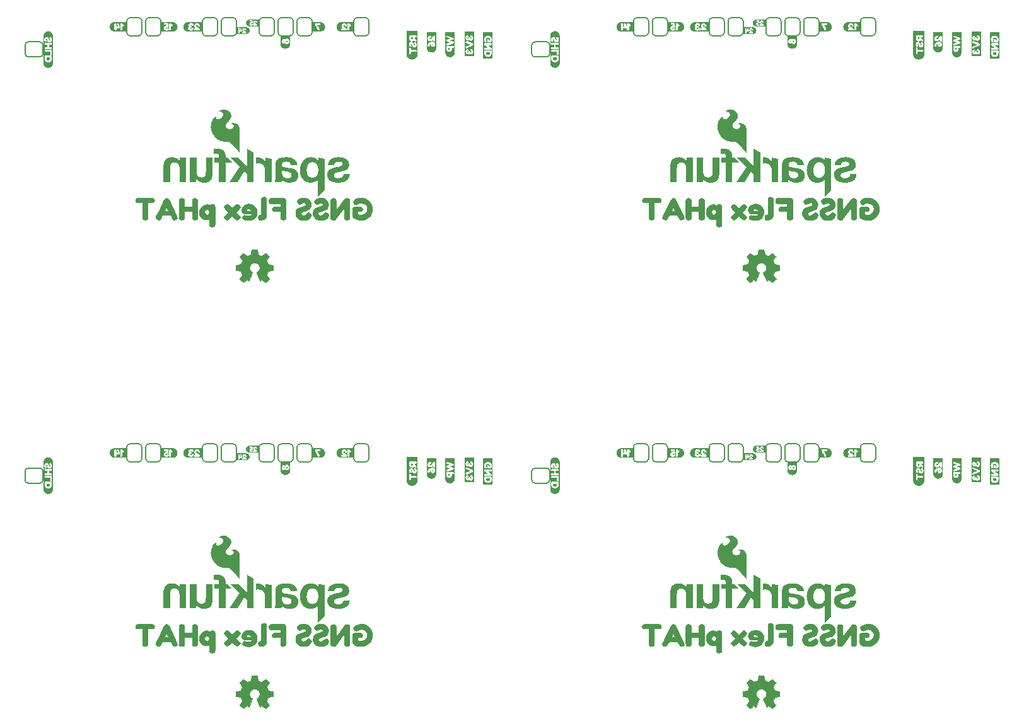
<source format=gbo>
%TF.GenerationSoftware,KiCad,Pcbnew,8.0.7*%
%TF.CreationDate,2025-03-20T16:22:28+00:00*%
%TF.ProjectId,SparkFun_GNSS_Flex_pHAT_panelized,53706172-6b46-4756-9e5f-474e53535f46,v10*%
%TF.SameCoordinates,Original*%
%TF.FileFunction,Legend,Bot*%
%TF.FilePolarity,Positive*%
%FSLAX46Y46*%
G04 Gerber Fmt 4.6, Leading zero omitted, Abs format (unit mm)*
G04 Created by KiCad (PCBNEW 8.0.7) date 2025-03-20 16:22:28*
%MOMM*%
%LPD*%
G01*
G04 APERTURE LIST*
%ADD10C,0.000000*%
%ADD11C,0.152400*%
%ADD12C,0.036868*%
G04 APERTURE END LIST*
D10*
%TO.C,kibuzzard-678F8F2B*%
G36*
X21236528Y47617626D02*
G01*
X21297749Y47608545D01*
X21357784Y47593507D01*
X21416057Y47572657D01*
X21472005Y47546195D01*
X21525090Y47514377D01*
X21574801Y47477509D01*
X21620658Y47435946D01*
X21662221Y47390088D01*
X21699089Y47340378D01*
X21730907Y47287292D01*
X21757369Y47231344D01*
X21778219Y47173072D01*
X21793257Y47113036D01*
X21802338Y47051816D01*
X21805375Y46990000D01*
X21802338Y46928184D01*
X21793257Y46866964D01*
X21778219Y46806928D01*
X21757369Y46748656D01*
X21730907Y46692708D01*
X21699089Y46639622D01*
X21662221Y46589912D01*
X21620658Y46544054D01*
X21574801Y46502491D01*
X21525090Y46465623D01*
X21472005Y46433805D01*
X21416057Y46407343D01*
X21357784Y46386493D01*
X21297749Y46371455D01*
X21236528Y46362374D01*
X21174712Y46359337D01*
X21174593Y46359337D01*
X20811217Y46359337D01*
X20301918Y46359337D01*
X19954278Y46359337D01*
X19596625Y46359337D01*
X19596625Y46833348D01*
X19954278Y46833348D01*
X19965405Y46738530D01*
X19998787Y46654362D01*
X20054422Y46580844D01*
X20126429Y46524017D01*
X20208928Y46489921D01*
X20301918Y46478555D01*
X20379171Y46484814D01*
X20450702Y46503591D01*
X20547984Y46552947D01*
X20578027Y46578698D01*
X20632390Y46665966D01*
X20579457Y46763247D01*
X20490759Y46811888D01*
X20393477Y46764678D01*
X20310502Y46741788D01*
X20241832Y46763247D01*
X20217512Y46823333D01*
X20243263Y46882704D01*
X20306210Y46906309D01*
X20362004Y46886280D01*
X20442118Y46851946D01*
X20535108Y46880558D01*
X20598771Y46923476D01*
X20616653Y46964964D01*
X20564280Y47366967D01*
X20681031Y47366967D01*
X20681031Y46623047D01*
X20709643Y46522904D01*
X20811217Y46494292D01*
X20911360Y46522904D01*
X20939972Y46624478D01*
X20939972Y47108026D01*
X20954278Y47095150D01*
X21042261Y47053662D01*
X21127383Y47103734D01*
X21171732Y47198155D01*
X21155280Y47243934D01*
X21111646Y47292575D01*
X20929958Y47455665D01*
X20907068Y47474263D01*
X20809786Y47498584D01*
X20709643Y47469256D01*
X20681031Y47366967D01*
X20564280Y47366967D01*
X20563721Y47371259D01*
X20556567Y47411316D01*
X20540115Y47450658D01*
X20500058Y47488569D01*
X20432104Y47501445D01*
X20104493Y47500014D01*
X20055137Y47497153D01*
X20016510Y47483562D01*
X19984321Y47443505D01*
X19974307Y47365536D01*
X19983606Y47294006D01*
X20014364Y47256094D01*
X20051560Y47243219D01*
X20097340Y47241073D01*
X20317655Y47241073D01*
X20327669Y47165250D01*
X20303349Y47168112D01*
X20296196Y47168112D01*
X20209246Y47156905D01*
X20129608Y47123286D01*
X20057283Y47067253D01*
X20000058Y46996438D01*
X19965723Y46918469D01*
X19954278Y46833348D01*
X19596625Y46833348D01*
X19596625Y47620663D01*
X19954278Y47620663D01*
X21174593Y47620663D01*
X21174712Y47620663D01*
X21236528Y47617626D01*
G37*
G36*
X89276528Y104867626D02*
G01*
X89337749Y104858545D01*
X89397784Y104843507D01*
X89456057Y104822657D01*
X89512005Y104796195D01*
X89565090Y104764377D01*
X89614801Y104727509D01*
X89660658Y104685946D01*
X89702221Y104640088D01*
X89739089Y104590378D01*
X89770907Y104537292D01*
X89797369Y104481344D01*
X89818219Y104423072D01*
X89833257Y104363036D01*
X89842338Y104301816D01*
X89845375Y104240000D01*
X89842338Y104178184D01*
X89833257Y104116964D01*
X89818219Y104056928D01*
X89797369Y103998656D01*
X89770907Y103942708D01*
X89739089Y103889622D01*
X89702221Y103839912D01*
X89660658Y103794054D01*
X89614801Y103752491D01*
X89565090Y103715623D01*
X89512005Y103683805D01*
X89456057Y103657343D01*
X89397784Y103636493D01*
X89337749Y103621455D01*
X89276528Y103612374D01*
X89214712Y103609337D01*
X89214593Y103609337D01*
X88851217Y103609337D01*
X88341918Y103609337D01*
X87994278Y103609337D01*
X87636625Y103609337D01*
X87636625Y104083348D01*
X87994278Y104083348D01*
X88005405Y103988530D01*
X88038787Y103904362D01*
X88094422Y103830844D01*
X88166429Y103774017D01*
X88248928Y103739921D01*
X88341918Y103728555D01*
X88419171Y103734814D01*
X88490702Y103753591D01*
X88587984Y103802947D01*
X88618027Y103828698D01*
X88672390Y103915966D01*
X88619457Y104013247D01*
X88530759Y104061888D01*
X88433477Y104014678D01*
X88350502Y103991788D01*
X88281832Y104013247D01*
X88257512Y104073333D01*
X88283263Y104132704D01*
X88346210Y104156309D01*
X88402004Y104136280D01*
X88482118Y104101946D01*
X88575108Y104130558D01*
X88638771Y104173476D01*
X88656653Y104214964D01*
X88604280Y104616967D01*
X88721031Y104616967D01*
X88721031Y103873047D01*
X88749643Y103772904D01*
X88851217Y103744292D01*
X88951360Y103772904D01*
X88979972Y103874478D01*
X88979972Y104358026D01*
X88994278Y104345150D01*
X89082261Y104303662D01*
X89167383Y104353734D01*
X89211732Y104448155D01*
X89195280Y104493934D01*
X89151646Y104542575D01*
X88969958Y104705665D01*
X88947068Y104724263D01*
X88849786Y104748584D01*
X88749643Y104719256D01*
X88721031Y104616967D01*
X88604280Y104616967D01*
X88603721Y104621259D01*
X88596567Y104661316D01*
X88580115Y104700658D01*
X88540058Y104738569D01*
X88472104Y104751445D01*
X88144493Y104750014D01*
X88095137Y104747153D01*
X88056510Y104733562D01*
X88024321Y104693505D01*
X88014307Y104615536D01*
X88023606Y104544006D01*
X88054364Y104506094D01*
X88091560Y104493219D01*
X88137340Y104491073D01*
X88357655Y104491073D01*
X88367669Y104415250D01*
X88343349Y104418112D01*
X88336196Y104418112D01*
X88249246Y104406905D01*
X88169608Y104373286D01*
X88097283Y104317253D01*
X88040058Y104246438D01*
X88005723Y104168469D01*
X87994278Y104083348D01*
X87636625Y104083348D01*
X87636625Y104870663D01*
X87994278Y104870663D01*
X89214593Y104870663D01*
X89214712Y104870663D01*
X89276528Y104867626D01*
G37*
G36*
X21236528Y104867626D02*
G01*
X21297749Y104858545D01*
X21357784Y104843507D01*
X21416057Y104822657D01*
X21472005Y104796195D01*
X21525090Y104764377D01*
X21574801Y104727509D01*
X21620658Y104685946D01*
X21662221Y104640088D01*
X21699089Y104590378D01*
X21730907Y104537292D01*
X21757369Y104481344D01*
X21778219Y104423072D01*
X21793257Y104363036D01*
X21802338Y104301816D01*
X21805375Y104240000D01*
X21802338Y104178184D01*
X21793257Y104116964D01*
X21778219Y104056928D01*
X21757369Y103998656D01*
X21730907Y103942708D01*
X21699089Y103889622D01*
X21662221Y103839912D01*
X21620658Y103794054D01*
X21574801Y103752491D01*
X21525090Y103715623D01*
X21472005Y103683805D01*
X21416057Y103657343D01*
X21357784Y103636493D01*
X21297749Y103621455D01*
X21236528Y103612374D01*
X21174712Y103609337D01*
X21174593Y103609337D01*
X20811217Y103609337D01*
X20301918Y103609337D01*
X19954278Y103609337D01*
X19596625Y103609337D01*
X19596625Y104083348D01*
X19954278Y104083348D01*
X19965405Y103988530D01*
X19998787Y103904362D01*
X20054422Y103830844D01*
X20126429Y103774017D01*
X20208928Y103739921D01*
X20301918Y103728555D01*
X20379171Y103734814D01*
X20450702Y103753591D01*
X20547984Y103802947D01*
X20578027Y103828698D01*
X20632390Y103915966D01*
X20579457Y104013247D01*
X20490759Y104061888D01*
X20393477Y104014678D01*
X20310502Y103991788D01*
X20241832Y104013247D01*
X20217512Y104073333D01*
X20243263Y104132704D01*
X20306210Y104156309D01*
X20362004Y104136280D01*
X20442118Y104101946D01*
X20535108Y104130558D01*
X20598771Y104173476D01*
X20616653Y104214964D01*
X20564280Y104616967D01*
X20681031Y104616967D01*
X20681031Y103873047D01*
X20709643Y103772904D01*
X20811217Y103744292D01*
X20911360Y103772904D01*
X20939972Y103874478D01*
X20939972Y104358026D01*
X20954278Y104345150D01*
X21042261Y104303662D01*
X21127383Y104353734D01*
X21171732Y104448155D01*
X21155280Y104493934D01*
X21111646Y104542575D01*
X20929958Y104705665D01*
X20907068Y104724263D01*
X20809786Y104748584D01*
X20709643Y104719256D01*
X20681031Y104616967D01*
X20564280Y104616967D01*
X20563721Y104621259D01*
X20556567Y104661316D01*
X20540115Y104700658D01*
X20500058Y104738569D01*
X20432104Y104751445D01*
X20104493Y104750014D01*
X20055137Y104747153D01*
X20016510Y104733562D01*
X19984321Y104693505D01*
X19974307Y104615536D01*
X19983606Y104544006D01*
X20014364Y104506094D01*
X20051560Y104493219D01*
X20097340Y104491073D01*
X20317655Y104491073D01*
X20327669Y104415250D01*
X20303349Y104418112D01*
X20296196Y104418112D01*
X20209246Y104406905D01*
X20129608Y104373286D01*
X20057283Y104317253D01*
X20000058Y104246438D01*
X19965723Y104168469D01*
X19954278Y104083348D01*
X19596625Y104083348D01*
X19596625Y104870663D01*
X19954278Y104870663D01*
X21174593Y104870663D01*
X21174712Y104870663D01*
X21236528Y104867626D01*
G37*
G36*
X89276528Y47617626D02*
G01*
X89337749Y47608545D01*
X89397784Y47593507D01*
X89456057Y47572657D01*
X89512005Y47546195D01*
X89565090Y47514377D01*
X89614801Y47477509D01*
X89660658Y47435946D01*
X89702221Y47390088D01*
X89739089Y47340378D01*
X89770907Y47287292D01*
X89797369Y47231344D01*
X89818219Y47173072D01*
X89833257Y47113036D01*
X89842338Y47051816D01*
X89845375Y46990000D01*
X89842338Y46928184D01*
X89833257Y46866964D01*
X89818219Y46806928D01*
X89797369Y46748656D01*
X89770907Y46692708D01*
X89739089Y46639622D01*
X89702221Y46589912D01*
X89660658Y46544054D01*
X89614801Y46502491D01*
X89565090Y46465623D01*
X89512005Y46433805D01*
X89456057Y46407343D01*
X89397784Y46386493D01*
X89337749Y46371455D01*
X89276528Y46362374D01*
X89214712Y46359337D01*
X89214593Y46359337D01*
X88851217Y46359337D01*
X88341918Y46359337D01*
X87994278Y46359337D01*
X87636625Y46359337D01*
X87636625Y46833348D01*
X87994278Y46833348D01*
X88005405Y46738530D01*
X88038787Y46654362D01*
X88094422Y46580844D01*
X88166429Y46524017D01*
X88248928Y46489921D01*
X88341918Y46478555D01*
X88419171Y46484814D01*
X88490702Y46503591D01*
X88587984Y46552947D01*
X88618027Y46578698D01*
X88672390Y46665966D01*
X88619457Y46763247D01*
X88530759Y46811888D01*
X88433477Y46764678D01*
X88350502Y46741788D01*
X88281832Y46763247D01*
X88257512Y46823333D01*
X88283263Y46882704D01*
X88346210Y46906309D01*
X88402004Y46886280D01*
X88482118Y46851946D01*
X88575108Y46880558D01*
X88638771Y46923476D01*
X88656653Y46964964D01*
X88604280Y47366967D01*
X88721031Y47366967D01*
X88721031Y46623047D01*
X88749643Y46522904D01*
X88851217Y46494292D01*
X88951360Y46522904D01*
X88979972Y46624478D01*
X88979972Y47108026D01*
X88994278Y47095150D01*
X89082261Y47053662D01*
X89167383Y47103734D01*
X89211732Y47198155D01*
X89195280Y47243934D01*
X89151646Y47292575D01*
X88969958Y47455665D01*
X88947068Y47474263D01*
X88849786Y47498584D01*
X88749643Y47469256D01*
X88721031Y47366967D01*
X88604280Y47366967D01*
X88603721Y47371259D01*
X88596567Y47411316D01*
X88580115Y47450658D01*
X88540058Y47488569D01*
X88472104Y47501445D01*
X88144493Y47500014D01*
X88095137Y47497153D01*
X88056510Y47483562D01*
X88024321Y47443505D01*
X88014307Y47365536D01*
X88023606Y47294006D01*
X88054364Y47256094D01*
X88091560Y47243219D01*
X88137340Y47241073D01*
X88357655Y47241073D01*
X88367669Y47165250D01*
X88343349Y47168112D01*
X88336196Y47168112D01*
X88249246Y47156905D01*
X88169608Y47123286D01*
X88097283Y47067253D01*
X88040058Y46996438D01*
X88005723Y46918469D01*
X87994278Y46833348D01*
X87636625Y46833348D01*
X87636625Y47620663D01*
X87994278Y47620663D01*
X89214593Y47620663D01*
X89214712Y47620663D01*
X89276528Y47617626D01*
G37*
%TO.C,kibuzzard-678F8ED3*%
G36*
X32741193Y47052530D02*
G01*
X32490835Y47052530D01*
X32399705Y47052530D01*
X31701708Y47052530D01*
X31458360Y47052530D01*
X31458277Y47052530D01*
X31414613Y47054675D01*
X31371370Y47061090D01*
X31328964Y47071712D01*
X31287803Y47086440D01*
X31248284Y47105131D01*
X31210787Y47127605D01*
X31175674Y47153647D01*
X31143282Y47183005D01*
X31113924Y47215397D01*
X31087882Y47250510D01*
X31065408Y47288007D01*
X31046716Y47327526D01*
X31031989Y47368687D01*
X31028069Y47384338D01*
X31458360Y47384338D01*
X31466149Y47317965D01*
X31489516Y47259048D01*
X31528460Y47207585D01*
X31578866Y47167806D01*
X31636615Y47143939D01*
X31701708Y47135983D01*
X31755785Y47140364D01*
X31805857Y47153508D01*
X31873954Y47188057D01*
X31894984Y47206083D01*
X31914947Y47238129D01*
X31945056Y47238129D01*
X31952066Y47186555D01*
X31975098Y47159016D01*
X32003639Y47149001D01*
X32038189Y47146999D01*
X32399705Y47146999D01*
X32463797Y47174538D01*
X32490835Y47240132D01*
X32481822Y47290954D01*
X32454784Y47337270D01*
X32419984Y47372946D01*
X32371665Y47409874D01*
X32318840Y47444298D01*
X32270521Y47472464D01*
X32227083Y47500504D01*
X32188904Y47534552D01*
X32162241Y47572106D01*
X32153353Y47610661D01*
X32156858Y47637199D01*
X32178890Y47663236D01*
X32229462Y47676755D01*
X32288046Y47655976D01*
X32307573Y47593637D01*
X32309076Y47561591D01*
X32318589Y47536054D01*
X32346629Y47515024D01*
X32399705Y47508515D01*
X32451779Y47515525D01*
X32479820Y47538558D01*
X32489333Y47566097D01*
X32490835Y47600647D01*
X32482824Y47664627D01*
X32458789Y47724379D01*
X32418732Y47779903D01*
X32365768Y47824411D01*
X32303011Y47851116D01*
X32230463Y47860017D01*
X32161365Y47851449D01*
X32099610Y47825746D01*
X32045199Y47782907D01*
X32002916Y47727828D01*
X31977546Y47665406D01*
X31969090Y47595639D01*
X31973972Y47545067D01*
X31988618Y47497499D01*
X32011275Y47454938D01*
X32040191Y47419388D01*
X32101279Y47366813D01*
X32161365Y47331262D01*
X32036186Y47331262D01*
X32001636Y47329259D01*
X31974598Y47319245D01*
X31952066Y47291205D01*
X31945056Y47238129D01*
X31914947Y47238129D01*
X31933038Y47267170D01*
X31895985Y47335268D01*
X31833897Y47369316D01*
X31765799Y47336269D01*
X31707716Y47320246D01*
X31659648Y47335268D01*
X31642624Y47377328D01*
X31660649Y47418887D01*
X31704712Y47435411D01*
X31743768Y47421391D01*
X31799848Y47397356D01*
X31864941Y47417385D01*
X31909505Y47447428D01*
X31922023Y47476469D01*
X31884970Y47760876D01*
X31879963Y47788916D01*
X31868446Y47816455D01*
X31840406Y47842993D01*
X31792838Y47852006D01*
X31563510Y47851004D01*
X31528961Y47849001D01*
X31501923Y47839488D01*
X31479390Y47811448D01*
X31472380Y47756870D01*
X31478890Y47706798D01*
X31500420Y47680260D01*
X31526458Y47671247D01*
X31558503Y47669745D01*
X31712724Y47669745D01*
X31719734Y47616670D01*
X31702709Y47618672D01*
X31697702Y47618672D01*
X31636837Y47610828D01*
X31581091Y47587294D01*
X31530463Y47548072D01*
X31490406Y47498501D01*
X31466372Y47443923D01*
X31458360Y47384338D01*
X31028069Y47384338D01*
X31021367Y47411093D01*
X31014952Y47454336D01*
X31012807Y47498000D01*
X31014952Y47541664D01*
X31021367Y47584907D01*
X31031989Y47627313D01*
X31046716Y47668474D01*
X31065408Y47707993D01*
X31087882Y47745490D01*
X31113924Y47780603D01*
X31143282Y47812995D01*
X31175674Y47842353D01*
X31210787Y47868395D01*
X31248284Y47890869D01*
X31287803Y47909560D01*
X31328964Y47924288D01*
X31371370Y47934910D01*
X31414613Y47941325D01*
X31458277Y47943470D01*
X31458360Y47943470D01*
X32490835Y47943470D01*
X32741193Y47943470D01*
X32741193Y47052530D01*
G37*
G36*
X100781193Y104302530D02*
G01*
X100530835Y104302530D01*
X100439705Y104302530D01*
X99741708Y104302530D01*
X99498360Y104302530D01*
X99498277Y104302530D01*
X99454613Y104304675D01*
X99411370Y104311090D01*
X99368964Y104321712D01*
X99327803Y104336440D01*
X99288284Y104355131D01*
X99250787Y104377605D01*
X99215674Y104403647D01*
X99183282Y104433005D01*
X99153924Y104465397D01*
X99127882Y104500510D01*
X99105408Y104538007D01*
X99086716Y104577526D01*
X99071989Y104618687D01*
X99068069Y104634338D01*
X99498360Y104634338D01*
X99506149Y104567965D01*
X99529516Y104509048D01*
X99568460Y104457585D01*
X99618866Y104417806D01*
X99676615Y104393939D01*
X99741708Y104385983D01*
X99795785Y104390364D01*
X99845857Y104403508D01*
X99913954Y104438057D01*
X99934984Y104456083D01*
X99954947Y104488129D01*
X99985056Y104488129D01*
X99992066Y104436555D01*
X100015098Y104409016D01*
X100043639Y104399001D01*
X100078189Y104396999D01*
X100439705Y104396999D01*
X100503797Y104424538D01*
X100530835Y104490132D01*
X100521822Y104540954D01*
X100494784Y104587270D01*
X100459984Y104622946D01*
X100411665Y104659874D01*
X100358840Y104694298D01*
X100310521Y104722464D01*
X100267083Y104750504D01*
X100228904Y104784552D01*
X100202241Y104822106D01*
X100193353Y104860661D01*
X100196858Y104887199D01*
X100218890Y104913236D01*
X100269462Y104926755D01*
X100328046Y104905976D01*
X100347573Y104843637D01*
X100349076Y104811591D01*
X100358589Y104786054D01*
X100386629Y104765024D01*
X100439705Y104758515D01*
X100491779Y104765525D01*
X100519820Y104788558D01*
X100529333Y104816097D01*
X100530835Y104850647D01*
X100522824Y104914627D01*
X100498789Y104974379D01*
X100458732Y105029903D01*
X100405768Y105074411D01*
X100343011Y105101116D01*
X100270463Y105110017D01*
X100201365Y105101449D01*
X100139610Y105075746D01*
X100085199Y105032907D01*
X100042916Y104977828D01*
X100017546Y104915406D01*
X100009090Y104845639D01*
X100013972Y104795067D01*
X100028618Y104747499D01*
X100051275Y104704938D01*
X100080191Y104669388D01*
X100141279Y104616813D01*
X100201365Y104581262D01*
X100076186Y104581262D01*
X100041636Y104579259D01*
X100014598Y104569245D01*
X99992066Y104541205D01*
X99985056Y104488129D01*
X99954947Y104488129D01*
X99973038Y104517170D01*
X99935985Y104585268D01*
X99873897Y104619316D01*
X99805799Y104586269D01*
X99747716Y104570246D01*
X99699648Y104585268D01*
X99682624Y104627328D01*
X99700649Y104668887D01*
X99744712Y104685411D01*
X99783768Y104671391D01*
X99839848Y104647356D01*
X99904941Y104667385D01*
X99949505Y104697428D01*
X99962023Y104726469D01*
X99924970Y105010876D01*
X99919963Y105038916D01*
X99908446Y105066455D01*
X99880406Y105092993D01*
X99832838Y105102006D01*
X99603510Y105101004D01*
X99568961Y105099001D01*
X99541923Y105089488D01*
X99519390Y105061448D01*
X99512380Y105006870D01*
X99518890Y104956798D01*
X99540420Y104930260D01*
X99566458Y104921247D01*
X99598503Y104919745D01*
X99752724Y104919745D01*
X99759734Y104866670D01*
X99742709Y104868672D01*
X99737702Y104868672D01*
X99676837Y104860828D01*
X99621091Y104837294D01*
X99570463Y104798072D01*
X99530406Y104748501D01*
X99506372Y104693923D01*
X99498360Y104634338D01*
X99068069Y104634338D01*
X99061367Y104661093D01*
X99054952Y104704336D01*
X99052807Y104748000D01*
X99054952Y104791664D01*
X99061367Y104834907D01*
X99071989Y104877313D01*
X99086716Y104918474D01*
X99105408Y104957993D01*
X99127882Y104995490D01*
X99153924Y105030603D01*
X99183282Y105062995D01*
X99215674Y105092353D01*
X99250787Y105118395D01*
X99288284Y105140869D01*
X99327803Y105159560D01*
X99368964Y105174288D01*
X99411370Y105184910D01*
X99454613Y105191325D01*
X99498277Y105193470D01*
X99498360Y105193470D01*
X100530835Y105193470D01*
X100781193Y105193470D01*
X100781193Y104302530D01*
G37*
G36*
X32741193Y104302530D02*
G01*
X32490835Y104302530D01*
X32399705Y104302530D01*
X31701708Y104302530D01*
X31458360Y104302530D01*
X31458277Y104302530D01*
X31414613Y104304675D01*
X31371370Y104311090D01*
X31328964Y104321712D01*
X31287803Y104336440D01*
X31248284Y104355131D01*
X31210787Y104377605D01*
X31175674Y104403647D01*
X31143282Y104433005D01*
X31113924Y104465397D01*
X31087882Y104500510D01*
X31065408Y104538007D01*
X31046716Y104577526D01*
X31031989Y104618687D01*
X31028069Y104634338D01*
X31458360Y104634338D01*
X31466149Y104567965D01*
X31489516Y104509048D01*
X31528460Y104457585D01*
X31578866Y104417806D01*
X31636615Y104393939D01*
X31701708Y104385983D01*
X31755785Y104390364D01*
X31805857Y104403508D01*
X31873954Y104438057D01*
X31894984Y104456083D01*
X31914947Y104488129D01*
X31945056Y104488129D01*
X31952066Y104436555D01*
X31975098Y104409016D01*
X32003639Y104399001D01*
X32038189Y104396999D01*
X32399705Y104396999D01*
X32463797Y104424538D01*
X32490835Y104490132D01*
X32481822Y104540954D01*
X32454784Y104587270D01*
X32419984Y104622946D01*
X32371665Y104659874D01*
X32318840Y104694298D01*
X32270521Y104722464D01*
X32227083Y104750504D01*
X32188904Y104784552D01*
X32162241Y104822106D01*
X32153353Y104860661D01*
X32156858Y104887199D01*
X32178890Y104913236D01*
X32229462Y104926755D01*
X32288046Y104905976D01*
X32307573Y104843637D01*
X32309076Y104811591D01*
X32318589Y104786054D01*
X32346629Y104765024D01*
X32399705Y104758515D01*
X32451779Y104765525D01*
X32479820Y104788558D01*
X32489333Y104816097D01*
X32490835Y104850647D01*
X32482824Y104914627D01*
X32458789Y104974379D01*
X32418732Y105029903D01*
X32365768Y105074411D01*
X32303011Y105101116D01*
X32230463Y105110017D01*
X32161365Y105101449D01*
X32099610Y105075746D01*
X32045199Y105032907D01*
X32002916Y104977828D01*
X31977546Y104915406D01*
X31969090Y104845639D01*
X31973972Y104795067D01*
X31988618Y104747499D01*
X32011275Y104704938D01*
X32040191Y104669388D01*
X32101279Y104616813D01*
X32161365Y104581262D01*
X32036186Y104581262D01*
X32001636Y104579259D01*
X31974598Y104569245D01*
X31952066Y104541205D01*
X31945056Y104488129D01*
X31914947Y104488129D01*
X31933038Y104517170D01*
X31895985Y104585268D01*
X31833897Y104619316D01*
X31765799Y104586269D01*
X31707716Y104570246D01*
X31659648Y104585268D01*
X31642624Y104627328D01*
X31660649Y104668887D01*
X31704712Y104685411D01*
X31743768Y104671391D01*
X31799848Y104647356D01*
X31864941Y104667385D01*
X31909505Y104697428D01*
X31922023Y104726469D01*
X31884970Y105010876D01*
X31879963Y105038916D01*
X31868446Y105066455D01*
X31840406Y105092993D01*
X31792838Y105102006D01*
X31563510Y105101004D01*
X31528961Y105099001D01*
X31501923Y105089488D01*
X31479390Y105061448D01*
X31472380Y105006870D01*
X31478890Y104956798D01*
X31500420Y104930260D01*
X31526458Y104921247D01*
X31558503Y104919745D01*
X31712724Y104919745D01*
X31719734Y104866670D01*
X31702709Y104868672D01*
X31697702Y104868672D01*
X31636837Y104860828D01*
X31581091Y104837294D01*
X31530463Y104798072D01*
X31490406Y104748501D01*
X31466372Y104693923D01*
X31458360Y104634338D01*
X31028069Y104634338D01*
X31021367Y104661093D01*
X31014952Y104704336D01*
X31012807Y104748000D01*
X31014952Y104791664D01*
X31021367Y104834907D01*
X31031989Y104877313D01*
X31046716Y104918474D01*
X31065408Y104957993D01*
X31087882Y104995490D01*
X31113924Y105030603D01*
X31143282Y105062995D01*
X31175674Y105092353D01*
X31210787Y105118395D01*
X31248284Y105140869D01*
X31287803Y105159560D01*
X31328964Y105174288D01*
X31371370Y105184910D01*
X31414613Y105191325D01*
X31458277Y105193470D01*
X31458360Y105193470D01*
X32490835Y105193470D01*
X32741193Y105193470D01*
X32741193Y104302530D01*
G37*
G36*
X100781193Y47052530D02*
G01*
X100530835Y47052530D01*
X100439705Y47052530D01*
X99741708Y47052530D01*
X99498360Y47052530D01*
X99498277Y47052530D01*
X99454613Y47054675D01*
X99411370Y47061090D01*
X99368964Y47071712D01*
X99327803Y47086440D01*
X99288284Y47105131D01*
X99250787Y47127605D01*
X99215674Y47153647D01*
X99183282Y47183005D01*
X99153924Y47215397D01*
X99127882Y47250510D01*
X99105408Y47288007D01*
X99086716Y47327526D01*
X99071989Y47368687D01*
X99068069Y47384338D01*
X99498360Y47384338D01*
X99506149Y47317965D01*
X99529516Y47259048D01*
X99568460Y47207585D01*
X99618866Y47167806D01*
X99676615Y47143939D01*
X99741708Y47135983D01*
X99795785Y47140364D01*
X99845857Y47153508D01*
X99913954Y47188057D01*
X99934984Y47206083D01*
X99954947Y47238129D01*
X99985056Y47238129D01*
X99992066Y47186555D01*
X100015098Y47159016D01*
X100043639Y47149001D01*
X100078189Y47146999D01*
X100439705Y47146999D01*
X100503797Y47174538D01*
X100530835Y47240132D01*
X100521822Y47290954D01*
X100494784Y47337270D01*
X100459984Y47372946D01*
X100411665Y47409874D01*
X100358840Y47444298D01*
X100310521Y47472464D01*
X100267083Y47500504D01*
X100228904Y47534552D01*
X100202241Y47572106D01*
X100193353Y47610661D01*
X100196858Y47637199D01*
X100218890Y47663236D01*
X100269462Y47676755D01*
X100328046Y47655976D01*
X100347573Y47593637D01*
X100349076Y47561591D01*
X100358589Y47536054D01*
X100386629Y47515024D01*
X100439705Y47508515D01*
X100491779Y47515525D01*
X100519820Y47538558D01*
X100529333Y47566097D01*
X100530835Y47600647D01*
X100522824Y47664627D01*
X100498789Y47724379D01*
X100458732Y47779903D01*
X100405768Y47824411D01*
X100343011Y47851116D01*
X100270463Y47860017D01*
X100201365Y47851449D01*
X100139610Y47825746D01*
X100085199Y47782907D01*
X100042916Y47727828D01*
X100017546Y47665406D01*
X100009090Y47595639D01*
X100013972Y47545067D01*
X100028618Y47497499D01*
X100051275Y47454938D01*
X100080191Y47419388D01*
X100141279Y47366813D01*
X100201365Y47331262D01*
X100076186Y47331262D01*
X100041636Y47329259D01*
X100014598Y47319245D01*
X99992066Y47291205D01*
X99985056Y47238129D01*
X99954947Y47238129D01*
X99973038Y47267170D01*
X99935985Y47335268D01*
X99873897Y47369316D01*
X99805799Y47336269D01*
X99747716Y47320246D01*
X99699648Y47335268D01*
X99682624Y47377328D01*
X99700649Y47418887D01*
X99744712Y47435411D01*
X99783768Y47421391D01*
X99839848Y47397356D01*
X99904941Y47417385D01*
X99949505Y47447428D01*
X99962023Y47476469D01*
X99924970Y47760876D01*
X99919963Y47788916D01*
X99908446Y47816455D01*
X99880406Y47842993D01*
X99832838Y47852006D01*
X99603510Y47851004D01*
X99568961Y47849001D01*
X99541923Y47839488D01*
X99519390Y47811448D01*
X99512380Y47756870D01*
X99518890Y47706798D01*
X99540420Y47680260D01*
X99566458Y47671247D01*
X99598503Y47669745D01*
X99752724Y47669745D01*
X99759734Y47616670D01*
X99742709Y47618672D01*
X99737702Y47618672D01*
X99676837Y47610828D01*
X99621091Y47587294D01*
X99570463Y47548072D01*
X99530406Y47498501D01*
X99506372Y47443923D01*
X99498360Y47384338D01*
X99068069Y47384338D01*
X99061367Y47411093D01*
X99054952Y47454336D01*
X99052807Y47498000D01*
X99054952Y47541664D01*
X99061367Y47584907D01*
X99071989Y47627313D01*
X99086716Y47668474D01*
X99105408Y47707993D01*
X99127882Y47745490D01*
X99153924Y47780603D01*
X99183282Y47812995D01*
X99215674Y47842353D01*
X99250787Y47868395D01*
X99288284Y47890869D01*
X99327803Y47909560D01*
X99368964Y47924288D01*
X99411370Y47934910D01*
X99454613Y47941325D01*
X99498277Y47943470D01*
X99498360Y47943470D01*
X100530835Y47943470D01*
X100781193Y47943470D01*
X100781193Y47052530D01*
G37*
%TO.C,kibuzzard-678F8E95*%
G36*
X45483527Y46361483D02*
G01*
X45125873Y46361483D01*
X44762497Y46361483D01*
X44440608Y46361483D01*
X43791109Y46361483D01*
X43790990Y46361483D01*
X43729385Y46364510D01*
X43668372Y46373560D01*
X43608541Y46388547D01*
X43550467Y46409326D01*
X43494709Y46435698D01*
X43441805Y46467407D01*
X43392263Y46504150D01*
X43346561Y46545571D01*
X43305140Y46591273D01*
X43290593Y46610887D01*
X43791109Y46610887D01*
X43801124Y46537210D01*
X43834028Y46497868D01*
X43874800Y46483562D01*
X43924156Y46480701D01*
X44440608Y46480701D01*
X44532168Y46520043D01*
X44570794Y46613748D01*
X44557919Y46686352D01*
X44519292Y46752518D01*
X44469578Y46803484D01*
X44400551Y46856237D01*
X44325086Y46905415D01*
X44256059Y46945651D01*
X44194006Y46985708D01*
X44139464Y47034349D01*
X44101374Y47087997D01*
X44088677Y47143076D01*
X44093684Y47180987D01*
X44125158Y47218183D01*
X44197404Y47237496D01*
X44281095Y47207811D01*
X44308992Y47118755D01*
X44311138Y47072976D01*
X44324729Y47036495D01*
X44364786Y47006452D01*
X44440608Y46997153D01*
X44515000Y47007167D01*
X44555058Y47040072D01*
X44568649Y47079413D01*
X44570794Y47128770D01*
X44559350Y47220170D01*
X44525015Y47305530D01*
X44490497Y47353376D01*
X44632311Y47353376D01*
X44632311Y46609456D01*
X44660923Y46509313D01*
X44762497Y46480701D01*
X44862640Y46509313D01*
X44891252Y46610887D01*
X44891252Y47094435D01*
X44905558Y47081559D01*
X44993541Y47040072D01*
X45078663Y47090143D01*
X45123012Y47184564D01*
X45106560Y47230343D01*
X45062926Y47278984D01*
X44881238Y47442074D01*
X44858348Y47460672D01*
X44761066Y47484993D01*
X44660923Y47455665D01*
X44632311Y47353376D01*
X44490497Y47353376D01*
X44467790Y47384850D01*
X44392127Y47448433D01*
X44302475Y47486582D01*
X44198835Y47499299D01*
X44100122Y47487059D01*
X44011901Y47450340D01*
X43934171Y47389142D01*
X43873767Y47310458D01*
X43837525Y47221283D01*
X43825444Y47121617D01*
X43832418Y47049371D01*
X43853341Y46981416D01*
X43885709Y46920615D01*
X43927018Y46869828D01*
X44014285Y46794721D01*
X44100122Y46743934D01*
X43921295Y46743934D01*
X43871939Y46741073D01*
X43833312Y46726767D01*
X43801124Y46686710D01*
X43791109Y46610887D01*
X43290593Y46610887D01*
X43268397Y46640815D01*
X43236688Y46693719D01*
X43210316Y46749477D01*
X43189537Y46807551D01*
X43174550Y46867382D01*
X43165500Y46928395D01*
X43162473Y46990000D01*
X43165500Y47051605D01*
X43174550Y47112618D01*
X43189537Y47172449D01*
X43210316Y47230523D01*
X43236688Y47286281D01*
X43268397Y47339185D01*
X43305140Y47388727D01*
X43346561Y47434429D01*
X43392263Y47475850D01*
X43441805Y47512593D01*
X43494709Y47544302D01*
X43550467Y47570674D01*
X43608541Y47591453D01*
X43668372Y47606440D01*
X43729385Y47615490D01*
X43790990Y47618517D01*
X43791109Y47618517D01*
X45125873Y47618517D01*
X45483527Y47618517D01*
X45483527Y46361483D01*
G37*
G36*
X113523527Y46361483D02*
G01*
X113165873Y46361483D01*
X112802497Y46361483D01*
X112480608Y46361483D01*
X111831109Y46361483D01*
X111830990Y46361483D01*
X111769385Y46364510D01*
X111708372Y46373560D01*
X111648541Y46388547D01*
X111590467Y46409326D01*
X111534709Y46435698D01*
X111481805Y46467407D01*
X111432263Y46504150D01*
X111386561Y46545571D01*
X111345140Y46591273D01*
X111330593Y46610887D01*
X111831109Y46610887D01*
X111841124Y46537210D01*
X111874028Y46497868D01*
X111914800Y46483562D01*
X111964156Y46480701D01*
X112480608Y46480701D01*
X112572168Y46520043D01*
X112610794Y46613748D01*
X112597919Y46686352D01*
X112559292Y46752518D01*
X112509578Y46803484D01*
X112440551Y46856237D01*
X112365086Y46905415D01*
X112296059Y46945651D01*
X112234006Y46985708D01*
X112179464Y47034349D01*
X112141374Y47087997D01*
X112128677Y47143076D01*
X112133684Y47180987D01*
X112165158Y47218183D01*
X112237404Y47237496D01*
X112321095Y47207811D01*
X112348992Y47118755D01*
X112351138Y47072976D01*
X112364729Y47036495D01*
X112404786Y47006452D01*
X112480608Y46997153D01*
X112555000Y47007167D01*
X112595058Y47040072D01*
X112608649Y47079413D01*
X112610794Y47128770D01*
X112599350Y47220170D01*
X112565015Y47305530D01*
X112530497Y47353376D01*
X112672311Y47353376D01*
X112672311Y46609456D01*
X112700923Y46509313D01*
X112802497Y46480701D01*
X112902640Y46509313D01*
X112931252Y46610887D01*
X112931252Y47094435D01*
X112945558Y47081559D01*
X113033541Y47040072D01*
X113118663Y47090143D01*
X113163012Y47184564D01*
X113146560Y47230343D01*
X113102926Y47278984D01*
X112921238Y47442074D01*
X112898348Y47460672D01*
X112801066Y47484993D01*
X112700923Y47455665D01*
X112672311Y47353376D01*
X112530497Y47353376D01*
X112507790Y47384850D01*
X112432127Y47448433D01*
X112342475Y47486582D01*
X112238835Y47499299D01*
X112140122Y47487059D01*
X112051901Y47450340D01*
X111974171Y47389142D01*
X111913767Y47310458D01*
X111877525Y47221283D01*
X111865444Y47121617D01*
X111872418Y47049371D01*
X111893341Y46981416D01*
X111925709Y46920615D01*
X111967018Y46869828D01*
X112054285Y46794721D01*
X112140122Y46743934D01*
X111961295Y46743934D01*
X111911939Y46741073D01*
X111873312Y46726767D01*
X111841124Y46686710D01*
X111831109Y46610887D01*
X111330593Y46610887D01*
X111308397Y46640815D01*
X111276688Y46693719D01*
X111250316Y46749477D01*
X111229537Y46807551D01*
X111214550Y46867382D01*
X111205500Y46928395D01*
X111202473Y46990000D01*
X111205500Y47051605D01*
X111214550Y47112618D01*
X111229537Y47172449D01*
X111250316Y47230523D01*
X111276688Y47286281D01*
X111308397Y47339185D01*
X111345140Y47388727D01*
X111386561Y47434429D01*
X111432263Y47475850D01*
X111481805Y47512593D01*
X111534709Y47544302D01*
X111590467Y47570674D01*
X111648541Y47591453D01*
X111708372Y47606440D01*
X111769385Y47615490D01*
X111830990Y47618517D01*
X111831109Y47618517D01*
X113165873Y47618517D01*
X113523527Y47618517D01*
X113523527Y46361483D01*
G37*
G36*
X45483527Y103611483D02*
G01*
X45125873Y103611483D01*
X44762497Y103611483D01*
X44440608Y103611483D01*
X43791109Y103611483D01*
X43790990Y103611483D01*
X43729385Y103614510D01*
X43668372Y103623560D01*
X43608541Y103638547D01*
X43550467Y103659326D01*
X43494709Y103685698D01*
X43441805Y103717407D01*
X43392263Y103754150D01*
X43346561Y103795571D01*
X43305140Y103841273D01*
X43290593Y103860887D01*
X43791109Y103860887D01*
X43801124Y103787210D01*
X43834028Y103747868D01*
X43874800Y103733562D01*
X43924156Y103730701D01*
X44440608Y103730701D01*
X44532168Y103770043D01*
X44570794Y103863748D01*
X44557919Y103936352D01*
X44519292Y104002518D01*
X44469578Y104053484D01*
X44400551Y104106237D01*
X44325086Y104155415D01*
X44256059Y104195651D01*
X44194006Y104235708D01*
X44139464Y104284349D01*
X44101374Y104337997D01*
X44088677Y104393076D01*
X44093684Y104430987D01*
X44125158Y104468183D01*
X44197404Y104487496D01*
X44281095Y104457811D01*
X44308992Y104368755D01*
X44311138Y104322976D01*
X44324729Y104286495D01*
X44364786Y104256452D01*
X44440608Y104247153D01*
X44515000Y104257167D01*
X44555058Y104290072D01*
X44568649Y104329413D01*
X44570794Y104378770D01*
X44559350Y104470170D01*
X44525015Y104555530D01*
X44490497Y104603376D01*
X44632311Y104603376D01*
X44632311Y103859456D01*
X44660923Y103759313D01*
X44762497Y103730701D01*
X44862640Y103759313D01*
X44891252Y103860887D01*
X44891252Y104344435D01*
X44905558Y104331559D01*
X44993541Y104290072D01*
X45078663Y104340143D01*
X45123012Y104434564D01*
X45106560Y104480343D01*
X45062926Y104528984D01*
X44881238Y104692074D01*
X44858348Y104710672D01*
X44761066Y104734993D01*
X44660923Y104705665D01*
X44632311Y104603376D01*
X44490497Y104603376D01*
X44467790Y104634850D01*
X44392127Y104698433D01*
X44302475Y104736582D01*
X44198835Y104749299D01*
X44100122Y104737059D01*
X44011901Y104700340D01*
X43934171Y104639142D01*
X43873767Y104560458D01*
X43837525Y104471283D01*
X43825444Y104371617D01*
X43832418Y104299371D01*
X43853341Y104231416D01*
X43885709Y104170615D01*
X43927018Y104119828D01*
X44014285Y104044721D01*
X44100122Y103993934D01*
X43921295Y103993934D01*
X43871939Y103991073D01*
X43833312Y103976767D01*
X43801124Y103936710D01*
X43791109Y103860887D01*
X43290593Y103860887D01*
X43268397Y103890815D01*
X43236688Y103943719D01*
X43210316Y103999477D01*
X43189537Y104057551D01*
X43174550Y104117382D01*
X43165500Y104178395D01*
X43162473Y104240000D01*
X43165500Y104301605D01*
X43174550Y104362618D01*
X43189537Y104422449D01*
X43210316Y104480523D01*
X43236688Y104536281D01*
X43268397Y104589185D01*
X43305140Y104638727D01*
X43346561Y104684429D01*
X43392263Y104725850D01*
X43441805Y104762593D01*
X43494709Y104794302D01*
X43550467Y104820674D01*
X43608541Y104841453D01*
X43668372Y104856440D01*
X43729385Y104865490D01*
X43790990Y104868517D01*
X43791109Y104868517D01*
X45125873Y104868517D01*
X45483527Y104868517D01*
X45483527Y103611483D01*
G37*
G36*
X113523527Y103611483D02*
G01*
X113165873Y103611483D01*
X112802497Y103611483D01*
X112480608Y103611483D01*
X111831109Y103611483D01*
X111830990Y103611483D01*
X111769385Y103614510D01*
X111708372Y103623560D01*
X111648541Y103638547D01*
X111590467Y103659326D01*
X111534709Y103685698D01*
X111481805Y103717407D01*
X111432263Y103754150D01*
X111386561Y103795571D01*
X111345140Y103841273D01*
X111330593Y103860887D01*
X111831109Y103860887D01*
X111841124Y103787210D01*
X111874028Y103747868D01*
X111914800Y103733562D01*
X111964156Y103730701D01*
X112480608Y103730701D01*
X112572168Y103770043D01*
X112610794Y103863748D01*
X112597919Y103936352D01*
X112559292Y104002518D01*
X112509578Y104053484D01*
X112440551Y104106237D01*
X112365086Y104155415D01*
X112296059Y104195651D01*
X112234006Y104235708D01*
X112179464Y104284349D01*
X112141374Y104337997D01*
X112128677Y104393076D01*
X112133684Y104430987D01*
X112165158Y104468183D01*
X112237404Y104487496D01*
X112321095Y104457811D01*
X112348992Y104368755D01*
X112351138Y104322976D01*
X112364729Y104286495D01*
X112404786Y104256452D01*
X112480608Y104247153D01*
X112555000Y104257167D01*
X112595058Y104290072D01*
X112608649Y104329413D01*
X112610794Y104378770D01*
X112599350Y104470170D01*
X112565015Y104555530D01*
X112530497Y104603376D01*
X112672311Y104603376D01*
X112672311Y103859456D01*
X112700923Y103759313D01*
X112802497Y103730701D01*
X112902640Y103759313D01*
X112931252Y103860887D01*
X112931252Y104344435D01*
X112945558Y104331559D01*
X113033541Y104290072D01*
X113118663Y104340143D01*
X113163012Y104434564D01*
X113146560Y104480343D01*
X113102926Y104528984D01*
X112921238Y104692074D01*
X112898348Y104710672D01*
X112801066Y104734993D01*
X112700923Y104705665D01*
X112672311Y104603376D01*
X112530497Y104603376D01*
X112507790Y104634850D01*
X112432127Y104698433D01*
X112342475Y104736582D01*
X112238835Y104749299D01*
X112140122Y104737059D01*
X112051901Y104700340D01*
X111974171Y104639142D01*
X111913767Y104560458D01*
X111877525Y104471283D01*
X111865444Y104371617D01*
X111872418Y104299371D01*
X111893341Y104231416D01*
X111925709Y104170615D01*
X111967018Y104119828D01*
X112054285Y104044721D01*
X112140122Y103993934D01*
X111961295Y103993934D01*
X111911939Y103991073D01*
X111873312Y103976767D01*
X111841124Y103936710D01*
X111831109Y103860887D01*
X111330593Y103860887D01*
X111308397Y103890815D01*
X111276688Y103943719D01*
X111250316Y103999477D01*
X111229537Y104057551D01*
X111214550Y104117382D01*
X111205500Y104178395D01*
X111202473Y104240000D01*
X111205500Y104301605D01*
X111214550Y104362618D01*
X111229537Y104422449D01*
X111250316Y104480523D01*
X111276688Y104536281D01*
X111308397Y104589185D01*
X111345140Y104638727D01*
X111386561Y104684429D01*
X111432263Y104725850D01*
X111481805Y104762593D01*
X111534709Y104794302D01*
X111590467Y104820674D01*
X111648541Y104841453D01*
X111708372Y104856440D01*
X111769385Y104865490D01*
X111830990Y104868517D01*
X111831109Y104868517D01*
X113165873Y104868517D01*
X113523527Y104868517D01*
X113523527Y103611483D01*
G37*
%TO.C,kibuzzard-679237B7*%
G36*
X61638531Y44577921D02*
G01*
X61638531Y43658035D01*
X61638531Y43271769D01*
X61638531Y43033333D01*
X60361469Y43033333D01*
X60361469Y43271769D01*
X60361469Y43658035D01*
X60486409Y43658035D01*
X60497218Y43553998D01*
X60529646Y43465061D01*
X60583691Y43391226D01*
X60650930Y43335988D01*
X60722938Y43302845D01*
X60799714Y43291798D01*
X60904506Y43316476D01*
X60975680Y43390510D01*
X61052933Y43310396D01*
X61110157Y43281426D01*
X61178827Y43271769D01*
X61271419Y43283929D01*
X61352726Y43320410D01*
X61422747Y43381211D01*
X61476395Y43460610D01*
X61508584Y43552885D01*
X61519313Y43658035D01*
X61508584Y43755794D01*
X61476395Y43844969D01*
X61422747Y43925560D01*
X61354952Y43989143D01*
X61280321Y44027293D01*
X61198856Y44040010D01*
X61131259Y44004244D01*
X61108727Y43896948D01*
X61124464Y43818264D01*
X61191702Y43776776D01*
X61199571Y43773915D01*
X61216738Y43763186D01*
X61238197Y43741726D01*
X61255365Y43707392D01*
X61263233Y43656605D01*
X61241059Y43567191D01*
X61181688Y43533572D01*
X61119456Y43561111D01*
X61098712Y43643729D01*
X61098712Y43683071D01*
X61092275Y43715975D01*
X61074392Y43748164D01*
X61037196Y43765331D01*
X60974249Y43773915D01*
X60902718Y43764616D01*
X60865522Y43734573D01*
X60853362Y43698093D01*
X60851216Y43652313D01*
X60851216Y43642299D01*
X60841917Y43575775D01*
X60805436Y43555031D01*
X60756080Y43578636D01*
X60738197Y43643729D01*
X60752504Y43705246D01*
X60795422Y43746733D01*
X60854395Y43790288D01*
X60871086Y43850374D01*
X60845494Y43926991D01*
X60766810Y43997806D01*
X60668097Y43977062D01*
X60663090Y43974917D01*
X60647353Y43967048D01*
X60623748Y43952742D01*
X60595136Y43929852D01*
X60564378Y43898379D01*
X60535050Y43856175D01*
X60510014Y43803243D01*
X60492847Y43737434D01*
X60486409Y43658035D01*
X60361469Y43658035D01*
X60361469Y44872628D01*
X60494993Y44872628D01*
X60576538Y44806819D01*
X61133047Y44580782D01*
X60576538Y44354745D01*
X60495708Y44287506D01*
X60516452Y44181640D01*
X60585122Y44099380D01*
X60683834Y44115832D01*
X61429185Y44454888D01*
X61481402Y44504244D01*
X61500715Y44577921D01*
X61482833Y44658035D01*
X61429185Y44706676D01*
X60683834Y45045732D01*
X60584406Y45060038D01*
X60516452Y44979924D01*
X60494993Y44872628D01*
X60361469Y44872628D01*
X60361469Y45507821D01*
X60486409Y45507821D01*
X60497218Y45403783D01*
X60529646Y45314847D01*
X60583691Y45241011D01*
X60650930Y45185773D01*
X60722938Y45152631D01*
X60799714Y45141583D01*
X60904506Y45166261D01*
X60975680Y45240296D01*
X61052933Y45160181D01*
X61110157Y45131211D01*
X61178827Y45121555D01*
X61271419Y45133715D01*
X61352726Y45170196D01*
X61422747Y45230997D01*
X61476395Y45310396D01*
X61508584Y45402670D01*
X61519313Y45507821D01*
X61508584Y45605579D01*
X61476395Y45694754D01*
X61422747Y45775346D01*
X61354952Y45838929D01*
X61280321Y45877078D01*
X61198856Y45889795D01*
X61131259Y45854030D01*
X61108727Y45746733D01*
X61124464Y45668050D01*
X61191702Y45626562D01*
X61199571Y45623701D01*
X61216738Y45612971D01*
X61238197Y45591512D01*
X61255365Y45557177D01*
X61263233Y45506390D01*
X61241059Y45416977D01*
X61181688Y45383357D01*
X61119456Y45410897D01*
X61098712Y45493515D01*
X61098712Y45532856D01*
X61092275Y45565761D01*
X61074392Y45597949D01*
X61037196Y45615117D01*
X60974249Y45623701D01*
X60902718Y45614402D01*
X60865522Y45584359D01*
X60853362Y45547878D01*
X60851216Y45502098D01*
X60851216Y45492084D01*
X60841917Y45425560D01*
X60805436Y45404816D01*
X60756080Y45428422D01*
X60738197Y45493515D01*
X60752504Y45555031D01*
X60795422Y45596519D01*
X60854395Y45640073D01*
X60871086Y45700159D01*
X60845494Y45776776D01*
X60766810Y45847592D01*
X60668097Y45826848D01*
X60663090Y45824702D01*
X60647353Y45816834D01*
X60623748Y45802527D01*
X60595136Y45779638D01*
X60564378Y45748164D01*
X60535050Y45705961D01*
X60510014Y45653028D01*
X60492847Y45587220D01*
X60486409Y45507821D01*
X60361469Y45507821D01*
X60361469Y45889795D01*
X60361469Y46366667D01*
X61638531Y46366667D01*
X61638531Y45889795D01*
X61638531Y45507821D01*
X61638531Y44577921D01*
G37*
G36*
X129678531Y44577921D02*
G01*
X129678531Y43658035D01*
X129678531Y43271769D01*
X129678531Y43033333D01*
X128401469Y43033333D01*
X128401469Y43271769D01*
X128401469Y43658035D01*
X128526409Y43658035D01*
X128537218Y43553998D01*
X128569646Y43465061D01*
X128623691Y43391226D01*
X128690930Y43335988D01*
X128762938Y43302845D01*
X128839714Y43291798D01*
X128944506Y43316476D01*
X129015680Y43390510D01*
X129092933Y43310396D01*
X129150157Y43281426D01*
X129218827Y43271769D01*
X129311419Y43283929D01*
X129392726Y43320410D01*
X129462747Y43381211D01*
X129516395Y43460610D01*
X129548584Y43552885D01*
X129559313Y43658035D01*
X129548584Y43755794D01*
X129516395Y43844969D01*
X129462747Y43925560D01*
X129394952Y43989143D01*
X129320321Y44027293D01*
X129238856Y44040010D01*
X129171259Y44004244D01*
X129148727Y43896948D01*
X129164464Y43818264D01*
X129231702Y43776776D01*
X129239571Y43773915D01*
X129256738Y43763186D01*
X129278197Y43741726D01*
X129295365Y43707392D01*
X129303233Y43656605D01*
X129281059Y43567191D01*
X129221688Y43533572D01*
X129159456Y43561111D01*
X129138712Y43643729D01*
X129138712Y43683071D01*
X129132275Y43715975D01*
X129114392Y43748164D01*
X129077196Y43765331D01*
X129014249Y43773915D01*
X128942718Y43764616D01*
X128905522Y43734573D01*
X128893362Y43698093D01*
X128891216Y43652313D01*
X128891216Y43642299D01*
X128881917Y43575775D01*
X128845436Y43555031D01*
X128796080Y43578636D01*
X128778197Y43643729D01*
X128792504Y43705246D01*
X128835422Y43746733D01*
X128894395Y43790288D01*
X128911086Y43850374D01*
X128885494Y43926991D01*
X128806810Y43997806D01*
X128708097Y43977062D01*
X128703090Y43974917D01*
X128687353Y43967048D01*
X128663748Y43952742D01*
X128635136Y43929852D01*
X128604378Y43898379D01*
X128575050Y43856175D01*
X128550014Y43803243D01*
X128532847Y43737434D01*
X128526409Y43658035D01*
X128401469Y43658035D01*
X128401469Y44872628D01*
X128534993Y44872628D01*
X128616538Y44806819D01*
X129173047Y44580782D01*
X128616538Y44354745D01*
X128535708Y44287506D01*
X128556452Y44181640D01*
X128625122Y44099380D01*
X128723834Y44115832D01*
X129469185Y44454888D01*
X129521402Y44504244D01*
X129540715Y44577921D01*
X129522833Y44658035D01*
X129469185Y44706676D01*
X128723834Y45045732D01*
X128624406Y45060038D01*
X128556452Y44979924D01*
X128534993Y44872628D01*
X128401469Y44872628D01*
X128401469Y45507821D01*
X128526409Y45507821D01*
X128537218Y45403783D01*
X128569646Y45314847D01*
X128623691Y45241011D01*
X128690930Y45185773D01*
X128762938Y45152631D01*
X128839714Y45141583D01*
X128944506Y45166261D01*
X129015680Y45240296D01*
X129092933Y45160181D01*
X129150157Y45131211D01*
X129218827Y45121555D01*
X129311419Y45133715D01*
X129392726Y45170196D01*
X129462747Y45230997D01*
X129516395Y45310396D01*
X129548584Y45402670D01*
X129559313Y45507821D01*
X129548584Y45605579D01*
X129516395Y45694754D01*
X129462747Y45775346D01*
X129394952Y45838929D01*
X129320321Y45877078D01*
X129238856Y45889795D01*
X129171259Y45854030D01*
X129148727Y45746733D01*
X129164464Y45668050D01*
X129231702Y45626562D01*
X129239571Y45623701D01*
X129256738Y45612971D01*
X129278197Y45591512D01*
X129295365Y45557177D01*
X129303233Y45506390D01*
X129281059Y45416977D01*
X129221688Y45383357D01*
X129159456Y45410897D01*
X129138712Y45493515D01*
X129138712Y45532856D01*
X129132275Y45565761D01*
X129114392Y45597949D01*
X129077196Y45615117D01*
X129014249Y45623701D01*
X128942718Y45614402D01*
X128905522Y45584359D01*
X128893362Y45547878D01*
X128891216Y45502098D01*
X128891216Y45492084D01*
X128881917Y45425560D01*
X128845436Y45404816D01*
X128796080Y45428422D01*
X128778197Y45493515D01*
X128792504Y45555031D01*
X128835422Y45596519D01*
X128894395Y45640073D01*
X128911086Y45700159D01*
X128885494Y45776776D01*
X128806810Y45847592D01*
X128708097Y45826848D01*
X128703090Y45824702D01*
X128687353Y45816834D01*
X128663748Y45802527D01*
X128635136Y45779638D01*
X128604378Y45748164D01*
X128575050Y45705961D01*
X128550014Y45653028D01*
X128532847Y45587220D01*
X128526409Y45507821D01*
X128401469Y45507821D01*
X128401469Y45889795D01*
X128401469Y46366667D01*
X129678531Y46366667D01*
X129678531Y45889795D01*
X129678531Y45507821D01*
X129678531Y44577921D01*
G37*
G36*
X61638531Y101827921D02*
G01*
X61638531Y100908035D01*
X61638531Y100521769D01*
X61638531Y100283333D01*
X60361469Y100283333D01*
X60361469Y100521769D01*
X60361469Y100908035D01*
X60486409Y100908035D01*
X60497218Y100803998D01*
X60529646Y100715061D01*
X60583691Y100641226D01*
X60650930Y100585988D01*
X60722938Y100552845D01*
X60799714Y100541798D01*
X60904506Y100566476D01*
X60975680Y100640510D01*
X61052933Y100560396D01*
X61110157Y100531426D01*
X61178827Y100521769D01*
X61271419Y100533929D01*
X61352726Y100570410D01*
X61422747Y100631211D01*
X61476395Y100710610D01*
X61508584Y100802885D01*
X61519313Y100908035D01*
X61508584Y101005794D01*
X61476395Y101094969D01*
X61422747Y101175560D01*
X61354952Y101239143D01*
X61280321Y101277293D01*
X61198856Y101290010D01*
X61131259Y101254244D01*
X61108727Y101146948D01*
X61124464Y101068264D01*
X61191702Y101026776D01*
X61199571Y101023915D01*
X61216738Y101013186D01*
X61238197Y100991726D01*
X61255365Y100957392D01*
X61263233Y100906605D01*
X61241059Y100817191D01*
X61181688Y100783572D01*
X61119456Y100811111D01*
X61098712Y100893729D01*
X61098712Y100933071D01*
X61092275Y100965975D01*
X61074392Y100998164D01*
X61037196Y101015331D01*
X60974249Y101023915D01*
X60902718Y101014616D01*
X60865522Y100984573D01*
X60853362Y100948093D01*
X60851216Y100902313D01*
X60851216Y100892299D01*
X60841917Y100825775D01*
X60805436Y100805031D01*
X60756080Y100828636D01*
X60738197Y100893729D01*
X60752504Y100955246D01*
X60795422Y100996733D01*
X60854395Y101040288D01*
X60871086Y101100374D01*
X60845494Y101176991D01*
X60766810Y101247806D01*
X60668097Y101227062D01*
X60663090Y101224917D01*
X60647353Y101217048D01*
X60623748Y101202742D01*
X60595136Y101179852D01*
X60564378Y101148379D01*
X60535050Y101106175D01*
X60510014Y101053243D01*
X60492847Y100987434D01*
X60486409Y100908035D01*
X60361469Y100908035D01*
X60361469Y102122628D01*
X60494993Y102122628D01*
X60576538Y102056819D01*
X61133047Y101830782D01*
X60576538Y101604745D01*
X60495708Y101537506D01*
X60516452Y101431640D01*
X60585122Y101349380D01*
X60683834Y101365832D01*
X61429185Y101704888D01*
X61481402Y101754244D01*
X61500715Y101827921D01*
X61482833Y101908035D01*
X61429185Y101956676D01*
X60683834Y102295732D01*
X60584406Y102310038D01*
X60516452Y102229924D01*
X60494993Y102122628D01*
X60361469Y102122628D01*
X60361469Y102757821D01*
X60486409Y102757821D01*
X60497218Y102653783D01*
X60529646Y102564847D01*
X60583691Y102491011D01*
X60650930Y102435773D01*
X60722938Y102402631D01*
X60799714Y102391583D01*
X60904506Y102416261D01*
X60975680Y102490296D01*
X61052933Y102410181D01*
X61110157Y102381211D01*
X61178827Y102371555D01*
X61271419Y102383715D01*
X61352726Y102420196D01*
X61422747Y102480997D01*
X61476395Y102560396D01*
X61508584Y102652670D01*
X61519313Y102757821D01*
X61508584Y102855579D01*
X61476395Y102944754D01*
X61422747Y103025346D01*
X61354952Y103088929D01*
X61280321Y103127078D01*
X61198856Y103139795D01*
X61131259Y103104030D01*
X61108727Y102996733D01*
X61124464Y102918050D01*
X61191702Y102876562D01*
X61199571Y102873701D01*
X61216738Y102862971D01*
X61238197Y102841512D01*
X61255365Y102807177D01*
X61263233Y102756390D01*
X61241059Y102666977D01*
X61181688Y102633357D01*
X61119456Y102660897D01*
X61098712Y102743515D01*
X61098712Y102782856D01*
X61092275Y102815761D01*
X61074392Y102847949D01*
X61037196Y102865117D01*
X60974249Y102873701D01*
X60902718Y102864402D01*
X60865522Y102834359D01*
X60853362Y102797878D01*
X60851216Y102752098D01*
X60851216Y102742084D01*
X60841917Y102675560D01*
X60805436Y102654816D01*
X60756080Y102678422D01*
X60738197Y102743515D01*
X60752504Y102805031D01*
X60795422Y102846519D01*
X60854395Y102890073D01*
X60871086Y102950159D01*
X60845494Y103026776D01*
X60766810Y103097592D01*
X60668097Y103076848D01*
X60663090Y103074702D01*
X60647353Y103066834D01*
X60623748Y103052527D01*
X60595136Y103029638D01*
X60564378Y102998164D01*
X60535050Y102955961D01*
X60510014Y102903028D01*
X60492847Y102837220D01*
X60486409Y102757821D01*
X60361469Y102757821D01*
X60361469Y103139795D01*
X60361469Y103616667D01*
X61638531Y103616667D01*
X61638531Y103139795D01*
X61638531Y102757821D01*
X61638531Y101827921D01*
G37*
G36*
X129678531Y101827921D02*
G01*
X129678531Y100908035D01*
X129678531Y100521769D01*
X129678531Y100283333D01*
X128401469Y100283333D01*
X128401469Y100521769D01*
X128401469Y100908035D01*
X128526409Y100908035D01*
X128537218Y100803998D01*
X128569646Y100715061D01*
X128623691Y100641226D01*
X128690930Y100585988D01*
X128762938Y100552845D01*
X128839714Y100541798D01*
X128944506Y100566476D01*
X129015680Y100640510D01*
X129092933Y100560396D01*
X129150157Y100531426D01*
X129218827Y100521769D01*
X129311419Y100533929D01*
X129392726Y100570410D01*
X129462747Y100631211D01*
X129516395Y100710610D01*
X129548584Y100802885D01*
X129559313Y100908035D01*
X129548584Y101005794D01*
X129516395Y101094969D01*
X129462747Y101175560D01*
X129394952Y101239143D01*
X129320321Y101277293D01*
X129238856Y101290010D01*
X129171259Y101254244D01*
X129148727Y101146948D01*
X129164464Y101068264D01*
X129231702Y101026776D01*
X129239571Y101023915D01*
X129256738Y101013186D01*
X129278197Y100991726D01*
X129295365Y100957392D01*
X129303233Y100906605D01*
X129281059Y100817191D01*
X129221688Y100783572D01*
X129159456Y100811111D01*
X129138712Y100893729D01*
X129138712Y100933071D01*
X129132275Y100965975D01*
X129114392Y100998164D01*
X129077196Y101015331D01*
X129014249Y101023915D01*
X128942718Y101014616D01*
X128905522Y100984573D01*
X128893362Y100948093D01*
X128891216Y100902313D01*
X128891216Y100892299D01*
X128881917Y100825775D01*
X128845436Y100805031D01*
X128796080Y100828636D01*
X128778197Y100893729D01*
X128792504Y100955246D01*
X128835422Y100996733D01*
X128894395Y101040288D01*
X128911086Y101100374D01*
X128885494Y101176991D01*
X128806810Y101247806D01*
X128708097Y101227062D01*
X128703090Y101224917D01*
X128687353Y101217048D01*
X128663748Y101202742D01*
X128635136Y101179852D01*
X128604378Y101148379D01*
X128575050Y101106175D01*
X128550014Y101053243D01*
X128532847Y100987434D01*
X128526409Y100908035D01*
X128401469Y100908035D01*
X128401469Y102122628D01*
X128534993Y102122628D01*
X128616538Y102056819D01*
X129173047Y101830782D01*
X128616538Y101604745D01*
X128535708Y101537506D01*
X128556452Y101431640D01*
X128625122Y101349380D01*
X128723834Y101365832D01*
X129469185Y101704888D01*
X129521402Y101754244D01*
X129540715Y101827921D01*
X129522833Y101908035D01*
X129469185Y101956676D01*
X128723834Y102295732D01*
X128624406Y102310038D01*
X128556452Y102229924D01*
X128534993Y102122628D01*
X128401469Y102122628D01*
X128401469Y102757821D01*
X128526409Y102757821D01*
X128537218Y102653783D01*
X128569646Y102564847D01*
X128623691Y102491011D01*
X128690930Y102435773D01*
X128762938Y102402631D01*
X128839714Y102391583D01*
X128944506Y102416261D01*
X129015680Y102490296D01*
X129092933Y102410181D01*
X129150157Y102381211D01*
X129218827Y102371555D01*
X129311419Y102383715D01*
X129392726Y102420196D01*
X129462747Y102480997D01*
X129516395Y102560396D01*
X129548584Y102652670D01*
X129559313Y102757821D01*
X129548584Y102855579D01*
X129516395Y102944754D01*
X129462747Y103025346D01*
X129394952Y103088929D01*
X129320321Y103127078D01*
X129238856Y103139795D01*
X129171259Y103104030D01*
X129148727Y102996733D01*
X129164464Y102918050D01*
X129231702Y102876562D01*
X129239571Y102873701D01*
X129256738Y102862971D01*
X129278197Y102841512D01*
X129295365Y102807177D01*
X129303233Y102756390D01*
X129281059Y102666977D01*
X129221688Y102633357D01*
X129159456Y102660897D01*
X129138712Y102743515D01*
X129138712Y102782856D01*
X129132275Y102815761D01*
X129114392Y102847949D01*
X129077196Y102865117D01*
X129014249Y102873701D01*
X128942718Y102864402D01*
X128905522Y102834359D01*
X128893362Y102797878D01*
X128891216Y102752098D01*
X128891216Y102742084D01*
X128881917Y102675560D01*
X128845436Y102654816D01*
X128796080Y102678422D01*
X128778197Y102743515D01*
X128792504Y102805031D01*
X128835422Y102846519D01*
X128894395Y102890073D01*
X128911086Y102950159D01*
X128885494Y103026776D01*
X128806810Y103097592D01*
X128708097Y103076848D01*
X128703090Y103074702D01*
X128687353Y103066834D01*
X128663748Y103052527D01*
X128635136Y103029638D01*
X128604378Y102998164D01*
X128575050Y102955961D01*
X128550014Y102903028D01*
X128532847Y102837220D01*
X128526409Y102757821D01*
X128401469Y102757821D01*
X128401469Y103139795D01*
X128401469Y103616667D01*
X129678531Y103616667D01*
X129678531Y103139795D01*
X129678531Y102757821D01*
X129678531Y101827921D01*
G37*
D11*
%TO.C,JP23*%
X25146000Y46228000D02*
X25146000Y47752000D01*
X26720800Y48209200D02*
X25603200Y48209200D01*
X26720800Y45770800D02*
X25603200Y45770800D01*
X27178000Y47752000D02*
X27178000Y46228000D01*
X25146000Y47752000D02*
G75*
G02*
X25603200Y48209200I457200J0D01*
G01*
X25603200Y45770800D02*
G75*
G02*
X25146000Y46228000I1J457201D01*
G01*
X26720800Y48209200D02*
G75*
G02*
X27178000Y47752000I0J-457200D01*
G01*
X27178000Y46228000D02*
G75*
G02*
X26720800Y45770800I-457201J1D01*
G01*
X93186000Y46228000D02*
X93186000Y47752000D01*
X94760800Y48209200D02*
X93643200Y48209200D01*
X94760800Y45770800D02*
X93643200Y45770800D01*
X95218000Y47752000D02*
X95218000Y46228000D01*
X93186000Y47752000D02*
G75*
G02*
X93643200Y48209200I457200J0D01*
G01*
X93643200Y45770800D02*
G75*
G02*
X93186000Y46228000I1J457201D01*
G01*
X94760800Y48209200D02*
G75*
G02*
X95218000Y47752000I0J-457200D01*
G01*
X95218000Y46228000D02*
G75*
G02*
X94760800Y45770800I-457201J1D01*
G01*
X25146000Y103478000D02*
X25146000Y105002000D01*
X26720800Y105459200D02*
X25603200Y105459200D01*
X26720800Y103020800D02*
X25603200Y103020800D01*
X27178000Y105002000D02*
X27178000Y103478000D01*
X25146000Y105002000D02*
G75*
G02*
X25603200Y105459200I457200J0D01*
G01*
X25603200Y103020800D02*
G75*
G02*
X25146000Y103478000I1J457201D01*
G01*
X26720800Y105459200D02*
G75*
G02*
X27178000Y105002000I0J-457200D01*
G01*
X27178000Y103478000D02*
G75*
G02*
X26720800Y103020800I-457201J1D01*
G01*
X93186000Y103478000D02*
X93186000Y105002000D01*
X94760800Y105459200D02*
X93643200Y105459200D01*
X94760800Y103020800D02*
X93643200Y103020800D01*
X95218000Y105002000D02*
X95218000Y103478000D01*
X93186000Y105002000D02*
G75*
G02*
X93643200Y105459200I457200J0D01*
G01*
X93643200Y103020800D02*
G75*
G02*
X93186000Y103478000I1J457201D01*
G01*
X94760800Y105459200D02*
G75*
G02*
X95218000Y105002000I0J-457200D01*
G01*
X95218000Y103478000D02*
G75*
G02*
X94760800Y103020800I-457201J1D01*
G01*
D10*
%TO.C,kibuzzard-67923645*%
G36*
X36264950Y44775477D02*
G01*
X36263519Y44774046D01*
X36259227Y44779769D01*
X36259227Y44782630D01*
X36264950Y44775477D01*
G37*
G36*
X36137625Y45094504D02*
G01*
X36153362Y45038710D01*
X36138340Y44982916D01*
X36093276Y44964318D01*
X36048927Y44984347D01*
X36033190Y45040141D01*
X36048212Y45095935D01*
X36093276Y45114533D01*
X36137625Y45094504D01*
G37*
G36*
X36272103Y45299082D02*
G01*
X36270672Y45299082D01*
X36264950Y45304804D01*
X36254936Y45293360D01*
X36254936Y45294790D01*
X36263519Y45306235D01*
X36264950Y45304804D01*
X36266381Y45306235D01*
X36272103Y45299082D01*
G37*
G36*
X36546066Y45117394D02*
G01*
X36569671Y45038710D01*
X36546066Y44962887D01*
X36480973Y44935706D01*
X36417310Y44963603D01*
X36395136Y45041571D01*
X36418026Y45118825D01*
X36480973Y45146006D01*
X36546066Y45117394D01*
G37*
G36*
X36939247Y44673903D02*
G01*
X36939247Y44673784D01*
X36936168Y44611127D01*
X36926964Y44549073D01*
X36911721Y44488221D01*
X36890587Y44429155D01*
X36863765Y44372445D01*
X36831514Y44318638D01*
X36794144Y44268250D01*
X36752016Y44221768D01*
X36705534Y44179640D01*
X36655146Y44142270D01*
X36601339Y44110019D01*
X36544629Y44083197D01*
X36485563Y44062063D01*
X36424711Y44046820D01*
X36362657Y44037616D01*
X36300000Y44034537D01*
X36237343Y44037616D01*
X36175289Y44046820D01*
X36114437Y44062063D01*
X36055371Y44083197D01*
X35998661Y44110019D01*
X35944854Y44142270D01*
X35894466Y44179640D01*
X35847984Y44221768D01*
X35805856Y44268250D01*
X35768486Y44318638D01*
X35736235Y44372445D01*
X35709413Y44429155D01*
X35688279Y44488221D01*
X35673036Y44549073D01*
X35663832Y44611127D01*
X35660753Y44673784D01*
X35660753Y44673903D01*
X35660753Y45037279D01*
X35779971Y45037279D01*
X35790304Y44948581D01*
X35821300Y44869421D01*
X35872961Y44799797D01*
X35939564Y44745752D01*
X36015387Y44713325D01*
X36100429Y44702515D01*
X36181974Y44720398D01*
X36263519Y44774046D01*
X36264950Y44772616D01*
X36266381Y44774046D01*
X36332189Y44718411D01*
X36401812Y44685030D01*
X36475250Y44673903D01*
X36571658Y44686461D01*
X36654872Y44724134D01*
X36724893Y44786922D01*
X36777746Y44864970D01*
X36809458Y44948422D01*
X36820029Y45037279D01*
X36809061Y45136548D01*
X36776156Y45224531D01*
X36721316Y45301228D01*
X36650103Y45360440D01*
X36568081Y45395966D01*
X36475250Y45407809D01*
X36399905Y45396523D01*
X36330281Y45362665D01*
X36266381Y45306235D01*
X36264950Y45307666D01*
X36263519Y45306235D01*
X36186981Y45360956D01*
X36094707Y45379196D01*
X36011413Y45368069D01*
X35937021Y45334688D01*
X35871531Y45279053D01*
X35820664Y45207682D01*
X35790145Y45127090D01*
X35779971Y45037279D01*
X35660753Y45037279D01*
X35660753Y45407809D01*
X35660753Y45765463D01*
X36939247Y45765463D01*
X36939247Y45407809D01*
X36939247Y45037279D01*
X36939247Y44673903D01*
G37*
G36*
X104304950Y44775477D02*
G01*
X104303519Y44774046D01*
X104299227Y44779769D01*
X104299227Y44782630D01*
X104304950Y44775477D01*
G37*
G36*
X104177625Y45094504D02*
G01*
X104193362Y45038710D01*
X104178340Y44982916D01*
X104133276Y44964318D01*
X104088927Y44984347D01*
X104073190Y45040141D01*
X104088212Y45095935D01*
X104133276Y45114533D01*
X104177625Y45094504D01*
G37*
G36*
X104312103Y45299082D02*
G01*
X104310672Y45299082D01*
X104304950Y45304804D01*
X104294936Y45293360D01*
X104294936Y45294790D01*
X104303519Y45306235D01*
X104304950Y45304804D01*
X104306381Y45306235D01*
X104312103Y45299082D01*
G37*
G36*
X104586066Y45117394D02*
G01*
X104609671Y45038710D01*
X104586066Y44962887D01*
X104520973Y44935706D01*
X104457310Y44963603D01*
X104435136Y45041571D01*
X104458026Y45118825D01*
X104520973Y45146006D01*
X104586066Y45117394D01*
G37*
G36*
X104979247Y44673903D02*
G01*
X104979247Y44673784D01*
X104976168Y44611127D01*
X104966964Y44549073D01*
X104951721Y44488221D01*
X104930587Y44429155D01*
X104903765Y44372445D01*
X104871514Y44318638D01*
X104834144Y44268250D01*
X104792016Y44221768D01*
X104745534Y44179640D01*
X104695146Y44142270D01*
X104641339Y44110019D01*
X104584629Y44083197D01*
X104525563Y44062063D01*
X104464711Y44046820D01*
X104402657Y44037616D01*
X104340000Y44034537D01*
X104277343Y44037616D01*
X104215289Y44046820D01*
X104154437Y44062063D01*
X104095371Y44083197D01*
X104038661Y44110019D01*
X103984854Y44142270D01*
X103934466Y44179640D01*
X103887984Y44221768D01*
X103845856Y44268250D01*
X103808486Y44318638D01*
X103776235Y44372445D01*
X103749413Y44429155D01*
X103728279Y44488221D01*
X103713036Y44549073D01*
X103703832Y44611127D01*
X103700753Y44673784D01*
X103700753Y44673903D01*
X103700753Y45037279D01*
X103819971Y45037279D01*
X103830304Y44948581D01*
X103861300Y44869421D01*
X103912961Y44799797D01*
X103979564Y44745752D01*
X104055387Y44713325D01*
X104140429Y44702515D01*
X104221974Y44720398D01*
X104303519Y44774046D01*
X104304950Y44772616D01*
X104306381Y44774046D01*
X104372189Y44718411D01*
X104441812Y44685030D01*
X104515250Y44673903D01*
X104611658Y44686461D01*
X104694872Y44724134D01*
X104764893Y44786922D01*
X104817746Y44864970D01*
X104849458Y44948422D01*
X104860029Y45037279D01*
X104849061Y45136548D01*
X104816156Y45224531D01*
X104761316Y45301228D01*
X104690103Y45360440D01*
X104608081Y45395966D01*
X104515250Y45407809D01*
X104439905Y45396523D01*
X104370281Y45362665D01*
X104306381Y45306235D01*
X104304950Y45307666D01*
X104303519Y45306235D01*
X104226981Y45360956D01*
X104134707Y45379196D01*
X104051413Y45368069D01*
X103977021Y45334688D01*
X103911531Y45279053D01*
X103860664Y45207682D01*
X103830145Y45127090D01*
X103819971Y45037279D01*
X103700753Y45037279D01*
X103700753Y45407809D01*
X103700753Y45765463D01*
X104979247Y45765463D01*
X104979247Y45407809D01*
X104979247Y45037279D01*
X104979247Y44673903D01*
G37*
G36*
X36264950Y102025477D02*
G01*
X36263519Y102024046D01*
X36259227Y102029769D01*
X36259227Y102032630D01*
X36264950Y102025477D01*
G37*
G36*
X36137625Y102344504D02*
G01*
X36153362Y102288710D01*
X36138340Y102232916D01*
X36093276Y102214318D01*
X36048927Y102234347D01*
X36033190Y102290141D01*
X36048212Y102345935D01*
X36093276Y102364533D01*
X36137625Y102344504D01*
G37*
G36*
X36272103Y102549082D02*
G01*
X36270672Y102549082D01*
X36264950Y102554804D01*
X36254936Y102543360D01*
X36254936Y102544790D01*
X36263519Y102556235D01*
X36264950Y102554804D01*
X36266381Y102556235D01*
X36272103Y102549082D01*
G37*
G36*
X36546066Y102367394D02*
G01*
X36569671Y102288710D01*
X36546066Y102212887D01*
X36480973Y102185706D01*
X36417310Y102213603D01*
X36395136Y102291571D01*
X36418026Y102368825D01*
X36480973Y102396006D01*
X36546066Y102367394D01*
G37*
G36*
X36939247Y101923903D02*
G01*
X36939247Y101923784D01*
X36936168Y101861127D01*
X36926964Y101799073D01*
X36911721Y101738221D01*
X36890587Y101679155D01*
X36863765Y101622445D01*
X36831514Y101568638D01*
X36794144Y101518250D01*
X36752016Y101471768D01*
X36705534Y101429640D01*
X36655146Y101392270D01*
X36601339Y101360019D01*
X36544629Y101333197D01*
X36485563Y101312063D01*
X36424711Y101296820D01*
X36362657Y101287616D01*
X36300000Y101284537D01*
X36237343Y101287616D01*
X36175289Y101296820D01*
X36114437Y101312063D01*
X36055371Y101333197D01*
X35998661Y101360019D01*
X35944854Y101392270D01*
X35894466Y101429640D01*
X35847984Y101471768D01*
X35805856Y101518250D01*
X35768486Y101568638D01*
X35736235Y101622445D01*
X35709413Y101679155D01*
X35688279Y101738221D01*
X35673036Y101799073D01*
X35663832Y101861127D01*
X35660753Y101923784D01*
X35660753Y101923903D01*
X35660753Y102287279D01*
X35779971Y102287279D01*
X35790304Y102198581D01*
X35821300Y102119421D01*
X35872961Y102049797D01*
X35939564Y101995752D01*
X36015387Y101963325D01*
X36100429Y101952515D01*
X36181974Y101970398D01*
X36263519Y102024046D01*
X36264950Y102022616D01*
X36266381Y102024046D01*
X36332189Y101968411D01*
X36401812Y101935030D01*
X36475250Y101923903D01*
X36571658Y101936461D01*
X36654872Y101974134D01*
X36724893Y102036922D01*
X36777746Y102114970D01*
X36809458Y102198422D01*
X36820029Y102287279D01*
X36809061Y102386548D01*
X36776156Y102474531D01*
X36721316Y102551228D01*
X36650103Y102610440D01*
X36568081Y102645966D01*
X36475250Y102657809D01*
X36399905Y102646523D01*
X36330281Y102612665D01*
X36266381Y102556235D01*
X36264950Y102557666D01*
X36263519Y102556235D01*
X36186981Y102610956D01*
X36094707Y102629196D01*
X36011413Y102618069D01*
X35937021Y102584688D01*
X35871531Y102529053D01*
X35820664Y102457682D01*
X35790145Y102377090D01*
X35779971Y102287279D01*
X35660753Y102287279D01*
X35660753Y102657809D01*
X35660753Y103015463D01*
X36939247Y103015463D01*
X36939247Y102657809D01*
X36939247Y102287279D01*
X36939247Y101923903D01*
G37*
G36*
X104304950Y102025477D02*
G01*
X104303519Y102024046D01*
X104299227Y102029769D01*
X104299227Y102032630D01*
X104304950Y102025477D01*
G37*
G36*
X104177625Y102344504D02*
G01*
X104193362Y102288710D01*
X104178340Y102232916D01*
X104133276Y102214318D01*
X104088927Y102234347D01*
X104073190Y102290141D01*
X104088212Y102345935D01*
X104133276Y102364533D01*
X104177625Y102344504D01*
G37*
G36*
X104312103Y102549082D02*
G01*
X104310672Y102549082D01*
X104304950Y102554804D01*
X104294936Y102543360D01*
X104294936Y102544790D01*
X104303519Y102556235D01*
X104304950Y102554804D01*
X104306381Y102556235D01*
X104312103Y102549082D01*
G37*
G36*
X104586066Y102367394D02*
G01*
X104609671Y102288710D01*
X104586066Y102212887D01*
X104520973Y102185706D01*
X104457310Y102213603D01*
X104435136Y102291571D01*
X104458026Y102368825D01*
X104520973Y102396006D01*
X104586066Y102367394D01*
G37*
G36*
X104979247Y101923903D02*
G01*
X104979247Y101923784D01*
X104976168Y101861127D01*
X104966964Y101799073D01*
X104951721Y101738221D01*
X104930587Y101679155D01*
X104903765Y101622445D01*
X104871514Y101568638D01*
X104834144Y101518250D01*
X104792016Y101471768D01*
X104745534Y101429640D01*
X104695146Y101392270D01*
X104641339Y101360019D01*
X104584629Y101333197D01*
X104525563Y101312063D01*
X104464711Y101296820D01*
X104402657Y101287616D01*
X104340000Y101284537D01*
X104277343Y101287616D01*
X104215289Y101296820D01*
X104154437Y101312063D01*
X104095371Y101333197D01*
X104038661Y101360019D01*
X103984854Y101392270D01*
X103934466Y101429640D01*
X103887984Y101471768D01*
X103845856Y101518250D01*
X103808486Y101568638D01*
X103776235Y101622445D01*
X103749413Y101679155D01*
X103728279Y101738221D01*
X103713036Y101799073D01*
X103703832Y101861127D01*
X103700753Y101923784D01*
X103700753Y101923903D01*
X103700753Y102287279D01*
X103819971Y102287279D01*
X103830304Y102198581D01*
X103861300Y102119421D01*
X103912961Y102049797D01*
X103979564Y101995752D01*
X104055387Y101963325D01*
X104140429Y101952515D01*
X104221974Y101970398D01*
X104303519Y102024046D01*
X104304950Y102022616D01*
X104306381Y102024046D01*
X104372189Y101968411D01*
X104441812Y101935030D01*
X104515250Y101923903D01*
X104611658Y101936461D01*
X104694872Y101974134D01*
X104764893Y102036922D01*
X104817746Y102114970D01*
X104849458Y102198422D01*
X104860029Y102287279D01*
X104849061Y102386548D01*
X104816156Y102474531D01*
X104761316Y102551228D01*
X104690103Y102610440D01*
X104608081Y102645966D01*
X104515250Y102657809D01*
X104439905Y102646523D01*
X104370281Y102612665D01*
X104306381Y102556235D01*
X104304950Y102557666D01*
X104303519Y102556235D01*
X104226981Y102610956D01*
X104134707Y102629196D01*
X104051413Y102618069D01*
X103977021Y102584688D01*
X103911531Y102529053D01*
X103860664Y102457682D01*
X103830145Y102377090D01*
X103819971Y102287279D01*
X103700753Y102287279D01*
X103700753Y102657809D01*
X103700753Y103015463D01*
X104979247Y103015463D01*
X104979247Y102657809D01*
X104979247Y102287279D01*
X104979247Y101923903D01*
G37*
D11*
%TO.C,JP7*%
X37846000Y46228000D02*
X37846000Y47752000D01*
X38303200Y48209200D02*
X39420800Y48209200D01*
X38303200Y45770800D02*
X39420800Y45770800D01*
X39878000Y47752000D02*
X39878000Y46228000D01*
X37846000Y47752000D02*
G75*
G02*
X38303200Y48209200I457201J-1D01*
G01*
X38303200Y45770800D02*
G75*
G02*
X37846000Y46228000I0J457200D01*
G01*
X39420800Y48209200D02*
G75*
G02*
X39878000Y47752000I-1J-457201D01*
G01*
X39878000Y46228000D02*
G75*
G02*
X39420800Y45770800I-457200J0D01*
G01*
X105886000Y46228000D02*
X105886000Y47752000D01*
X106343200Y48209200D02*
X107460800Y48209200D01*
X106343200Y45770800D02*
X107460800Y45770800D01*
X107918000Y47752000D02*
X107918000Y46228000D01*
X105886000Y47752000D02*
G75*
G02*
X106343200Y48209200I457201J-1D01*
G01*
X106343200Y45770800D02*
G75*
G02*
X105886000Y46228000I0J457200D01*
G01*
X107460800Y48209200D02*
G75*
G02*
X107918000Y47752000I-1J-457201D01*
G01*
X107918000Y46228000D02*
G75*
G02*
X107460800Y45770800I-457200J0D01*
G01*
X37846000Y103478000D02*
X37846000Y105002000D01*
X38303200Y105459200D02*
X39420800Y105459200D01*
X38303200Y103020800D02*
X39420800Y103020800D01*
X39878000Y105002000D02*
X39878000Y103478000D01*
X37846000Y105002000D02*
G75*
G02*
X38303200Y105459200I457201J-1D01*
G01*
X38303200Y103020800D02*
G75*
G02*
X37846000Y103478000I0J457200D01*
G01*
X39420800Y105459200D02*
G75*
G02*
X39878000Y105002000I-1J-457201D01*
G01*
X39878000Y103478000D02*
G75*
G02*
X39420800Y103020800I-457200J0D01*
G01*
X105886000Y103478000D02*
X105886000Y105002000D01*
X106343200Y105459200D02*
X107460800Y105459200D01*
X106343200Y103020800D02*
X107460800Y103020800D01*
X107918000Y105002000D02*
X107918000Y103478000D01*
X105886000Y105002000D02*
G75*
G02*
X106343200Y105459200I457201J-1D01*
G01*
X106343200Y103020800D02*
G75*
G02*
X105886000Y103478000I0J457200D01*
G01*
X107460800Y105459200D02*
G75*
G02*
X107918000Y105002000I-1J-457201D01*
G01*
X107918000Y103478000D02*
G75*
G02*
X107460800Y103020800I-457200J0D01*
G01*
%TO.C,JP12*%
X45466000Y46228000D02*
X45466000Y47752000D01*
X45923200Y48209200D02*
X47040800Y48209200D01*
X45923200Y45770800D02*
X47040800Y45770800D01*
X47498000Y47752000D02*
X47498000Y46228000D01*
X45466000Y47752000D02*
G75*
G02*
X45923200Y48209200I457201J-1D01*
G01*
X45923200Y45770800D02*
G75*
G02*
X45466000Y46228000I0J457200D01*
G01*
X47040800Y48209200D02*
G75*
G02*
X47498000Y47752000I-1J-457201D01*
G01*
X47498000Y46228000D02*
G75*
G02*
X47040800Y45770800I-457200J0D01*
G01*
X45466000Y103478000D02*
X45466000Y105002000D01*
X45923200Y105459200D02*
X47040800Y105459200D01*
X45923200Y103020800D02*
X47040800Y103020800D01*
X47498000Y105002000D02*
X47498000Y103478000D01*
X45466000Y105002000D02*
G75*
G02*
X45923200Y105459200I457201J-1D01*
G01*
X45923200Y103020800D02*
G75*
G02*
X45466000Y103478000I0J457200D01*
G01*
X47040800Y105459200D02*
G75*
G02*
X47498000Y105002000I-1J-457201D01*
G01*
X47498000Y103478000D02*
G75*
G02*
X47040800Y103020800I-457200J0D01*
G01*
X113506000Y46228000D02*
X113506000Y47752000D01*
X113963200Y48209200D02*
X115080800Y48209200D01*
X113963200Y45770800D02*
X115080800Y45770800D01*
X115538000Y47752000D02*
X115538000Y46228000D01*
X113506000Y47752000D02*
G75*
G02*
X113963200Y48209200I457201J-1D01*
G01*
X113963200Y45770800D02*
G75*
G02*
X113506000Y46228000I0J457200D01*
G01*
X115080800Y48209200D02*
G75*
G02*
X115538000Y47752000I-1J-457201D01*
G01*
X115538000Y46228000D02*
G75*
G02*
X115080800Y45770800I-457200J0D01*
G01*
X113506000Y103478000D02*
X113506000Y105002000D01*
X113963200Y105459200D02*
X115080800Y105459200D01*
X113963200Y103020800D02*
X115080800Y103020800D01*
X115538000Y105002000D02*
X115538000Y103478000D01*
X113506000Y105002000D02*
G75*
G02*
X113963200Y105459200I457201J-1D01*
G01*
X113963200Y103020800D02*
G75*
G02*
X113506000Y103478000I0J457200D01*
G01*
X115080800Y105459200D02*
G75*
G02*
X115538000Y105002000I-1J-457201D01*
G01*
X115538000Y103478000D02*
G75*
G02*
X115080800Y103020800I-457200J0D01*
G01*
D10*
%TO.C,kibuzzard-678F8F11*%
G36*
X25161706Y46354330D02*
G01*
X24804052Y46354330D01*
X24673866Y46354330D01*
X23612350Y46354330D01*
X23226083Y46354330D01*
X23225964Y46354330D01*
X23163658Y46357391D01*
X23101951Y46366544D01*
X23041439Y46381702D01*
X22982704Y46402717D01*
X22926311Y46429389D01*
X22872805Y46461460D01*
X22822699Y46498620D01*
X22776478Y46540513D01*
X22734585Y46586735D01*
X22697424Y46636841D01*
X22665353Y46690347D01*
X22638682Y46746740D01*
X22617666Y46805475D01*
X22615522Y46814034D01*
X23226083Y46814034D01*
X23238244Y46721442D01*
X23274724Y46640135D01*
X23335526Y46570114D01*
X23414925Y46516466D01*
X23507199Y46484278D01*
X23612350Y46473548D01*
X23710108Y46484278D01*
X23799283Y46516466D01*
X23879875Y46570114D01*
X23924822Y46618040D01*
X24024367Y46618040D01*
X24034381Y46544363D01*
X24067285Y46505021D01*
X24108058Y46490715D01*
X24157414Y46487854D01*
X24673866Y46487854D01*
X24765425Y46527196D01*
X24804052Y46620901D01*
X24791176Y46693505D01*
X24752550Y46759671D01*
X24702836Y46810637D01*
X24633809Y46863391D01*
X24558344Y46912568D01*
X24489317Y46952804D01*
X24427264Y46992861D01*
X24372722Y47041502D01*
X24334631Y47095150D01*
X24321935Y47150229D01*
X24326942Y47188140D01*
X24358415Y47225336D01*
X24430661Y47244649D01*
X24514352Y47214964D01*
X24542249Y47125908D01*
X24544395Y47080129D01*
X24557986Y47043648D01*
X24598043Y47013605D01*
X24673866Y47004306D01*
X24748258Y47014320D01*
X24788315Y47047225D01*
X24801906Y47086567D01*
X24804052Y47135923D01*
X24792607Y47227323D01*
X24758272Y47312683D01*
X24701048Y47392003D01*
X24625384Y47455586D01*
X24535732Y47493735D01*
X24432092Y47506452D01*
X24333380Y47494212D01*
X24245158Y47457493D01*
X24167428Y47396295D01*
X24107024Y47317611D01*
X24070782Y47228436D01*
X24058701Y47128770D01*
X24065676Y47056524D01*
X24086598Y46988569D01*
X24118966Y46927768D01*
X24160275Y46876981D01*
X24247543Y46801874D01*
X24333380Y46751087D01*
X24154553Y46751087D01*
X24105196Y46748226D01*
X24066570Y46733920D01*
X24034381Y46693863D01*
X24024367Y46618040D01*
X23924822Y46618040D01*
X23943457Y46637910D01*
X23981607Y46712540D01*
X23994324Y46794006D01*
X23958558Y46861602D01*
X23851262Y46884134D01*
X23772578Y46868398D01*
X23731091Y46801159D01*
X23728229Y46793290D01*
X23717500Y46776123D01*
X23696041Y46754664D01*
X23661706Y46737496D01*
X23610919Y46729628D01*
X23521505Y46751803D01*
X23487886Y46811173D01*
X23515425Y46873405D01*
X23598043Y46894149D01*
X23637385Y46894149D01*
X23670289Y46900587D01*
X23702478Y46918469D01*
X23719646Y46955665D01*
X23728229Y47018612D01*
X23718930Y47090143D01*
X23688887Y47127339D01*
X23652407Y47139499D01*
X23606627Y47141645D01*
X23596613Y47141645D01*
X23530089Y47150944D01*
X23509345Y47187425D01*
X23532950Y47236781D01*
X23598043Y47254664D01*
X23659560Y47240358D01*
X23701048Y47197439D01*
X23744602Y47138466D01*
X23804688Y47121776D01*
X23881305Y47147368D01*
X23952121Y47226052D01*
X23931377Y47324764D01*
X23929231Y47329771D01*
X23921362Y47345508D01*
X23907056Y47369113D01*
X23884166Y47397725D01*
X23852693Y47428484D01*
X23810490Y47457811D01*
X23757557Y47482847D01*
X23691749Y47500014D01*
X23612350Y47506452D01*
X23508312Y47495643D01*
X23419375Y47463216D01*
X23345540Y47409170D01*
X23290302Y47341931D01*
X23257160Y47269924D01*
X23246112Y47193147D01*
X23270790Y47088355D01*
X23344825Y47017182D01*
X23264710Y46939928D01*
X23235740Y46882704D01*
X23226083Y46814034D01*
X22615522Y46814034D01*
X22602508Y46865987D01*
X22593355Y46927693D01*
X22590294Y46990000D01*
X22593355Y47052307D01*
X22602508Y47114013D01*
X22617666Y47174525D01*
X22638682Y47233260D01*
X22665353Y47289653D01*
X22697424Y47343159D01*
X22734585Y47393265D01*
X22776478Y47439487D01*
X22822699Y47481380D01*
X22872805Y47518540D01*
X22926311Y47550611D01*
X22982704Y47577283D01*
X23041439Y47598298D01*
X23101951Y47613456D01*
X23163658Y47622609D01*
X23225964Y47625670D01*
X23226083Y47625670D01*
X24804052Y47625670D01*
X25161706Y47625670D01*
X25161706Y46354330D01*
G37*
G36*
X25161706Y103604330D02*
G01*
X24804052Y103604330D01*
X24673866Y103604330D01*
X23612350Y103604330D01*
X23226083Y103604330D01*
X23225964Y103604330D01*
X23163658Y103607391D01*
X23101951Y103616544D01*
X23041439Y103631702D01*
X22982704Y103652717D01*
X22926311Y103679389D01*
X22872805Y103711460D01*
X22822699Y103748620D01*
X22776478Y103790513D01*
X22734585Y103836735D01*
X22697424Y103886841D01*
X22665353Y103940347D01*
X22638682Y103996740D01*
X22617666Y104055475D01*
X22615522Y104064034D01*
X23226083Y104064034D01*
X23238244Y103971442D01*
X23274724Y103890135D01*
X23335526Y103820114D01*
X23414925Y103766466D01*
X23507199Y103734278D01*
X23612350Y103723548D01*
X23710108Y103734278D01*
X23799283Y103766466D01*
X23879875Y103820114D01*
X23924822Y103868040D01*
X24024367Y103868040D01*
X24034381Y103794363D01*
X24067285Y103755021D01*
X24108058Y103740715D01*
X24157414Y103737854D01*
X24673866Y103737854D01*
X24765425Y103777196D01*
X24804052Y103870901D01*
X24791176Y103943505D01*
X24752550Y104009671D01*
X24702836Y104060637D01*
X24633809Y104113391D01*
X24558344Y104162568D01*
X24489317Y104202804D01*
X24427264Y104242861D01*
X24372722Y104291502D01*
X24334631Y104345150D01*
X24321935Y104400229D01*
X24326942Y104438140D01*
X24358415Y104475336D01*
X24430661Y104494649D01*
X24514352Y104464964D01*
X24542249Y104375908D01*
X24544395Y104330129D01*
X24557986Y104293648D01*
X24598043Y104263605D01*
X24673866Y104254306D01*
X24748258Y104264320D01*
X24788315Y104297225D01*
X24801906Y104336567D01*
X24804052Y104385923D01*
X24792607Y104477323D01*
X24758272Y104562683D01*
X24701048Y104642003D01*
X24625384Y104705586D01*
X24535732Y104743735D01*
X24432092Y104756452D01*
X24333380Y104744212D01*
X24245158Y104707493D01*
X24167428Y104646295D01*
X24107024Y104567611D01*
X24070782Y104478436D01*
X24058701Y104378770D01*
X24065676Y104306524D01*
X24086598Y104238569D01*
X24118966Y104177768D01*
X24160275Y104126981D01*
X24247543Y104051874D01*
X24333380Y104001087D01*
X24154553Y104001087D01*
X24105196Y103998226D01*
X24066570Y103983920D01*
X24034381Y103943863D01*
X24024367Y103868040D01*
X23924822Y103868040D01*
X23943457Y103887910D01*
X23981607Y103962540D01*
X23994324Y104044006D01*
X23958558Y104111602D01*
X23851262Y104134134D01*
X23772578Y104118398D01*
X23731091Y104051159D01*
X23728229Y104043290D01*
X23717500Y104026123D01*
X23696041Y104004664D01*
X23661706Y103987496D01*
X23610919Y103979628D01*
X23521505Y104001803D01*
X23487886Y104061173D01*
X23515425Y104123405D01*
X23598043Y104144149D01*
X23637385Y104144149D01*
X23670289Y104150587D01*
X23702478Y104168469D01*
X23719646Y104205665D01*
X23728229Y104268612D01*
X23718930Y104340143D01*
X23688887Y104377339D01*
X23652407Y104389499D01*
X23606627Y104391645D01*
X23596613Y104391645D01*
X23530089Y104400944D01*
X23509345Y104437425D01*
X23532950Y104486781D01*
X23598043Y104504664D01*
X23659560Y104490358D01*
X23701048Y104447439D01*
X23744602Y104388466D01*
X23804688Y104371776D01*
X23881305Y104397368D01*
X23952121Y104476052D01*
X23931377Y104574764D01*
X23929231Y104579771D01*
X23921362Y104595508D01*
X23907056Y104619113D01*
X23884166Y104647725D01*
X23852693Y104678484D01*
X23810490Y104707811D01*
X23757557Y104732847D01*
X23691749Y104750014D01*
X23612350Y104756452D01*
X23508312Y104745643D01*
X23419375Y104713216D01*
X23345540Y104659170D01*
X23290302Y104591931D01*
X23257160Y104519924D01*
X23246112Y104443147D01*
X23270790Y104338355D01*
X23344825Y104267182D01*
X23264710Y104189928D01*
X23235740Y104132704D01*
X23226083Y104064034D01*
X22615522Y104064034D01*
X22602508Y104115987D01*
X22593355Y104177693D01*
X22590294Y104240000D01*
X22593355Y104302307D01*
X22602508Y104364013D01*
X22617666Y104424525D01*
X22638682Y104483260D01*
X22665353Y104539653D01*
X22697424Y104593159D01*
X22734585Y104643265D01*
X22776478Y104689487D01*
X22822699Y104731380D01*
X22872805Y104768540D01*
X22926311Y104800611D01*
X22982704Y104827283D01*
X23041439Y104848298D01*
X23101951Y104863456D01*
X23163658Y104872609D01*
X23225964Y104875670D01*
X23226083Y104875670D01*
X24804052Y104875670D01*
X25161706Y104875670D01*
X25161706Y103604330D01*
G37*
G36*
X93201706Y103604330D02*
G01*
X92844052Y103604330D01*
X92713866Y103604330D01*
X91652350Y103604330D01*
X91266083Y103604330D01*
X91265964Y103604330D01*
X91203658Y103607391D01*
X91141951Y103616544D01*
X91081439Y103631702D01*
X91022704Y103652717D01*
X90966311Y103679389D01*
X90912805Y103711460D01*
X90862699Y103748620D01*
X90816478Y103790513D01*
X90774585Y103836735D01*
X90737424Y103886841D01*
X90705353Y103940347D01*
X90678682Y103996740D01*
X90657666Y104055475D01*
X90655522Y104064034D01*
X91266083Y104064034D01*
X91278244Y103971442D01*
X91314724Y103890135D01*
X91375526Y103820114D01*
X91454925Y103766466D01*
X91547199Y103734278D01*
X91652350Y103723548D01*
X91750108Y103734278D01*
X91839283Y103766466D01*
X91919875Y103820114D01*
X91964822Y103868040D01*
X92064367Y103868040D01*
X92074381Y103794363D01*
X92107285Y103755021D01*
X92148058Y103740715D01*
X92197414Y103737854D01*
X92713866Y103737854D01*
X92805425Y103777196D01*
X92844052Y103870901D01*
X92831176Y103943505D01*
X92792550Y104009671D01*
X92742836Y104060637D01*
X92673809Y104113391D01*
X92598344Y104162568D01*
X92529317Y104202804D01*
X92467264Y104242861D01*
X92412722Y104291502D01*
X92374631Y104345150D01*
X92361935Y104400229D01*
X92366942Y104438140D01*
X92398415Y104475336D01*
X92470661Y104494649D01*
X92554352Y104464964D01*
X92582249Y104375908D01*
X92584395Y104330129D01*
X92597986Y104293648D01*
X92638043Y104263605D01*
X92713866Y104254306D01*
X92788258Y104264320D01*
X92828315Y104297225D01*
X92841906Y104336567D01*
X92844052Y104385923D01*
X92832607Y104477323D01*
X92798272Y104562683D01*
X92741048Y104642003D01*
X92665384Y104705586D01*
X92575732Y104743735D01*
X92472092Y104756452D01*
X92373380Y104744212D01*
X92285158Y104707493D01*
X92207428Y104646295D01*
X92147024Y104567611D01*
X92110782Y104478436D01*
X92098701Y104378770D01*
X92105676Y104306524D01*
X92126598Y104238569D01*
X92158966Y104177768D01*
X92200275Y104126981D01*
X92287543Y104051874D01*
X92373380Y104001087D01*
X92194553Y104001087D01*
X92145196Y103998226D01*
X92106570Y103983920D01*
X92074381Y103943863D01*
X92064367Y103868040D01*
X91964822Y103868040D01*
X91983457Y103887910D01*
X92021607Y103962540D01*
X92034324Y104044006D01*
X91998558Y104111602D01*
X91891262Y104134134D01*
X91812578Y104118398D01*
X91771091Y104051159D01*
X91768229Y104043290D01*
X91757500Y104026123D01*
X91736041Y104004664D01*
X91701706Y103987496D01*
X91650919Y103979628D01*
X91561505Y104001803D01*
X91527886Y104061173D01*
X91555425Y104123405D01*
X91638043Y104144149D01*
X91677385Y104144149D01*
X91710289Y104150587D01*
X91742478Y104168469D01*
X91759646Y104205665D01*
X91768229Y104268612D01*
X91758930Y104340143D01*
X91728887Y104377339D01*
X91692407Y104389499D01*
X91646627Y104391645D01*
X91636613Y104391645D01*
X91570089Y104400944D01*
X91549345Y104437425D01*
X91572950Y104486781D01*
X91638043Y104504664D01*
X91699560Y104490358D01*
X91741048Y104447439D01*
X91784602Y104388466D01*
X91844688Y104371776D01*
X91921305Y104397368D01*
X91992121Y104476052D01*
X91971377Y104574764D01*
X91969231Y104579771D01*
X91961362Y104595508D01*
X91947056Y104619113D01*
X91924166Y104647725D01*
X91892693Y104678484D01*
X91850490Y104707811D01*
X91797557Y104732847D01*
X91731749Y104750014D01*
X91652350Y104756452D01*
X91548312Y104745643D01*
X91459375Y104713216D01*
X91385540Y104659170D01*
X91330302Y104591931D01*
X91297160Y104519924D01*
X91286112Y104443147D01*
X91310790Y104338355D01*
X91384825Y104267182D01*
X91304710Y104189928D01*
X91275740Y104132704D01*
X91266083Y104064034D01*
X90655522Y104064034D01*
X90642508Y104115987D01*
X90633355Y104177693D01*
X90630294Y104240000D01*
X90633355Y104302307D01*
X90642508Y104364013D01*
X90657666Y104424525D01*
X90678682Y104483260D01*
X90705353Y104539653D01*
X90737424Y104593159D01*
X90774585Y104643265D01*
X90816478Y104689487D01*
X90862699Y104731380D01*
X90912805Y104768540D01*
X90966311Y104800611D01*
X91022704Y104827283D01*
X91081439Y104848298D01*
X91141951Y104863456D01*
X91203658Y104872609D01*
X91265964Y104875670D01*
X91266083Y104875670D01*
X92844052Y104875670D01*
X93201706Y104875670D01*
X93201706Y103604330D01*
G37*
G36*
X93201706Y46354330D02*
G01*
X92844052Y46354330D01*
X92713866Y46354330D01*
X91652350Y46354330D01*
X91266083Y46354330D01*
X91265964Y46354330D01*
X91203658Y46357391D01*
X91141951Y46366544D01*
X91081439Y46381702D01*
X91022704Y46402717D01*
X90966311Y46429389D01*
X90912805Y46461460D01*
X90862699Y46498620D01*
X90816478Y46540513D01*
X90774585Y46586735D01*
X90737424Y46636841D01*
X90705353Y46690347D01*
X90678682Y46746740D01*
X90657666Y46805475D01*
X90655522Y46814034D01*
X91266083Y46814034D01*
X91278244Y46721442D01*
X91314724Y46640135D01*
X91375526Y46570114D01*
X91454925Y46516466D01*
X91547199Y46484278D01*
X91652350Y46473548D01*
X91750108Y46484278D01*
X91839283Y46516466D01*
X91919875Y46570114D01*
X91964822Y46618040D01*
X92064367Y46618040D01*
X92074381Y46544363D01*
X92107285Y46505021D01*
X92148058Y46490715D01*
X92197414Y46487854D01*
X92713866Y46487854D01*
X92805425Y46527196D01*
X92844052Y46620901D01*
X92831176Y46693505D01*
X92792550Y46759671D01*
X92742836Y46810637D01*
X92673809Y46863391D01*
X92598344Y46912568D01*
X92529317Y46952804D01*
X92467264Y46992861D01*
X92412722Y47041502D01*
X92374631Y47095150D01*
X92361935Y47150229D01*
X92366942Y47188140D01*
X92398415Y47225336D01*
X92470661Y47244649D01*
X92554352Y47214964D01*
X92582249Y47125908D01*
X92584395Y47080129D01*
X92597986Y47043648D01*
X92638043Y47013605D01*
X92713866Y47004306D01*
X92788258Y47014320D01*
X92828315Y47047225D01*
X92841906Y47086567D01*
X92844052Y47135923D01*
X92832607Y47227323D01*
X92798272Y47312683D01*
X92741048Y47392003D01*
X92665384Y47455586D01*
X92575732Y47493735D01*
X92472092Y47506452D01*
X92373380Y47494212D01*
X92285158Y47457493D01*
X92207428Y47396295D01*
X92147024Y47317611D01*
X92110782Y47228436D01*
X92098701Y47128770D01*
X92105676Y47056524D01*
X92126598Y46988569D01*
X92158966Y46927768D01*
X92200275Y46876981D01*
X92287543Y46801874D01*
X92373380Y46751087D01*
X92194553Y46751087D01*
X92145196Y46748226D01*
X92106570Y46733920D01*
X92074381Y46693863D01*
X92064367Y46618040D01*
X91964822Y46618040D01*
X91983457Y46637910D01*
X92021607Y46712540D01*
X92034324Y46794006D01*
X91998558Y46861602D01*
X91891262Y46884134D01*
X91812578Y46868398D01*
X91771091Y46801159D01*
X91768229Y46793290D01*
X91757500Y46776123D01*
X91736041Y46754664D01*
X91701706Y46737496D01*
X91650919Y46729628D01*
X91561505Y46751803D01*
X91527886Y46811173D01*
X91555425Y46873405D01*
X91638043Y46894149D01*
X91677385Y46894149D01*
X91710289Y46900587D01*
X91742478Y46918469D01*
X91759646Y46955665D01*
X91768229Y47018612D01*
X91758930Y47090143D01*
X91728887Y47127339D01*
X91692407Y47139499D01*
X91646627Y47141645D01*
X91636613Y47141645D01*
X91570089Y47150944D01*
X91549345Y47187425D01*
X91572950Y47236781D01*
X91638043Y47254664D01*
X91699560Y47240358D01*
X91741048Y47197439D01*
X91784602Y47138466D01*
X91844688Y47121776D01*
X91921305Y47147368D01*
X91992121Y47226052D01*
X91971377Y47324764D01*
X91969231Y47329771D01*
X91961362Y47345508D01*
X91947056Y47369113D01*
X91924166Y47397725D01*
X91892693Y47428484D01*
X91850490Y47457811D01*
X91797557Y47482847D01*
X91731749Y47500014D01*
X91652350Y47506452D01*
X91548312Y47495643D01*
X91459375Y47463216D01*
X91385540Y47409170D01*
X91330302Y47341931D01*
X91297160Y47269924D01*
X91286112Y47193147D01*
X91310790Y47088355D01*
X91384825Y47017182D01*
X91304710Y46939928D01*
X91275740Y46882704D01*
X91266083Y46814034D01*
X90655522Y46814034D01*
X90642508Y46865987D01*
X90633355Y46927693D01*
X90630294Y46990000D01*
X90633355Y47052307D01*
X90642508Y47114013D01*
X90657666Y47174525D01*
X90678682Y47233260D01*
X90705353Y47289653D01*
X90737424Y47343159D01*
X90774585Y47393265D01*
X90816478Y47439487D01*
X90862699Y47481380D01*
X90912805Y47518540D01*
X90966311Y47550611D01*
X91022704Y47577283D01*
X91081439Y47598298D01*
X91141951Y47613456D01*
X91203658Y47622609D01*
X91265964Y47625670D01*
X91266083Y47625670D01*
X92844052Y47625670D01*
X93201706Y47625670D01*
X93201706Y46354330D01*
G37*
%TO.C,kibuzzard-678F8EB4*%
G36*
X41063209Y47606236D02*
G01*
X41123318Y47597320D01*
X41182264Y47582555D01*
X41239479Y47562083D01*
X41294412Y47536101D01*
X41346534Y47504861D01*
X41395343Y47468662D01*
X41440368Y47427853D01*
X41481177Y47382828D01*
X41517376Y47334019D01*
X41548616Y47281897D01*
X41574598Y47226964D01*
X41595070Y47169749D01*
X41609835Y47110803D01*
X41618751Y47050694D01*
X41621733Y46990000D01*
X41618751Y46929306D01*
X41609835Y46869197D01*
X41595070Y46810251D01*
X41574598Y46753036D01*
X41548616Y46698103D01*
X41517376Y46645981D01*
X41481177Y46597172D01*
X41440368Y46552147D01*
X41395343Y46511338D01*
X41346534Y46475139D01*
X41294412Y46443899D01*
X41239479Y46417917D01*
X41182264Y46397445D01*
X41123318Y46382680D01*
X41063209Y46373764D01*
X41002515Y46370782D01*
X41002396Y46370782D01*
X40733440Y46370782D01*
X40269921Y46370782D01*
X39912267Y46370782D01*
X39912267Y47358383D01*
X40269921Y47358383D01*
X40282975Y47275050D01*
X40322138Y47176695D01*
X40376680Y47074943D01*
X40435872Y46981416D01*
X40495064Y46887532D01*
X40549606Y46784707D01*
X40588769Y46685279D01*
X40601824Y46601588D01*
X40604685Y46556524D01*
X40619706Y46522904D01*
X40659763Y46497868D01*
X40733440Y46490000D01*
X40808547Y46497153D01*
X40847889Y46522904D01*
X40862196Y46557239D01*
X40865057Y46604449D01*
X40855042Y46707990D01*
X40825000Y46815465D01*
X40782975Y46915787D01*
X40737017Y46997868D01*
X40689091Y47069757D01*
X40641165Y47139499D01*
X40586087Y47228197D01*
X40872210Y47228197D01*
X40920851Y47231059D01*
X40960193Y47245365D01*
X40992381Y47285422D01*
X41002396Y47359814D01*
X40992381Y47433491D01*
X40962339Y47472833D01*
X40925143Y47487139D01*
X40879363Y47490000D01*
X40400107Y47490000D01*
X40325715Y47479986D01*
X40285658Y47447082D01*
X40272067Y47407740D01*
X40269921Y47358383D01*
X39912267Y47358383D01*
X39912267Y47609218D01*
X40269921Y47609218D01*
X41002396Y47609218D01*
X41002515Y47609218D01*
X41063209Y47606236D01*
G37*
G36*
X41063209Y104856236D02*
G01*
X41123318Y104847320D01*
X41182264Y104832555D01*
X41239479Y104812083D01*
X41294412Y104786101D01*
X41346534Y104754861D01*
X41395343Y104718662D01*
X41440368Y104677853D01*
X41481177Y104632828D01*
X41517376Y104584019D01*
X41548616Y104531897D01*
X41574598Y104476964D01*
X41595070Y104419749D01*
X41609835Y104360803D01*
X41618751Y104300694D01*
X41621733Y104240000D01*
X41618751Y104179306D01*
X41609835Y104119197D01*
X41595070Y104060251D01*
X41574598Y104003036D01*
X41548616Y103948103D01*
X41517376Y103895981D01*
X41481177Y103847172D01*
X41440368Y103802147D01*
X41395343Y103761338D01*
X41346534Y103725139D01*
X41294412Y103693899D01*
X41239479Y103667917D01*
X41182264Y103647445D01*
X41123318Y103632680D01*
X41063209Y103623764D01*
X41002515Y103620782D01*
X41002396Y103620782D01*
X40733440Y103620782D01*
X40269921Y103620782D01*
X39912267Y103620782D01*
X39912267Y104608383D01*
X40269921Y104608383D01*
X40282975Y104525050D01*
X40322138Y104426695D01*
X40376680Y104324943D01*
X40435872Y104231416D01*
X40495064Y104137532D01*
X40549606Y104034707D01*
X40588769Y103935279D01*
X40601824Y103851588D01*
X40604685Y103806524D01*
X40619706Y103772904D01*
X40659763Y103747868D01*
X40733440Y103740000D01*
X40808547Y103747153D01*
X40847889Y103772904D01*
X40862196Y103807239D01*
X40865057Y103854449D01*
X40855042Y103957990D01*
X40825000Y104065465D01*
X40782975Y104165787D01*
X40737017Y104247868D01*
X40689091Y104319757D01*
X40641165Y104389499D01*
X40586087Y104478197D01*
X40872210Y104478197D01*
X40920851Y104481059D01*
X40960193Y104495365D01*
X40992381Y104535422D01*
X41002396Y104609814D01*
X40992381Y104683491D01*
X40962339Y104722833D01*
X40925143Y104737139D01*
X40879363Y104740000D01*
X40400107Y104740000D01*
X40325715Y104729986D01*
X40285658Y104697082D01*
X40272067Y104657740D01*
X40269921Y104608383D01*
X39912267Y104608383D01*
X39912267Y104859218D01*
X40269921Y104859218D01*
X41002396Y104859218D01*
X41002515Y104859218D01*
X41063209Y104856236D01*
G37*
G36*
X109103209Y47606236D02*
G01*
X109163318Y47597320D01*
X109222264Y47582555D01*
X109279479Y47562083D01*
X109334412Y47536101D01*
X109386534Y47504861D01*
X109435343Y47468662D01*
X109480368Y47427853D01*
X109521177Y47382828D01*
X109557376Y47334019D01*
X109588616Y47281897D01*
X109614598Y47226964D01*
X109635070Y47169749D01*
X109649835Y47110803D01*
X109658751Y47050694D01*
X109661733Y46990000D01*
X109658751Y46929306D01*
X109649835Y46869197D01*
X109635070Y46810251D01*
X109614598Y46753036D01*
X109588616Y46698103D01*
X109557376Y46645981D01*
X109521177Y46597172D01*
X109480368Y46552147D01*
X109435343Y46511338D01*
X109386534Y46475139D01*
X109334412Y46443899D01*
X109279479Y46417917D01*
X109222264Y46397445D01*
X109163318Y46382680D01*
X109103209Y46373764D01*
X109042515Y46370782D01*
X109042396Y46370782D01*
X108773440Y46370782D01*
X108309921Y46370782D01*
X107952267Y46370782D01*
X107952267Y47358383D01*
X108309921Y47358383D01*
X108322975Y47275050D01*
X108362138Y47176695D01*
X108416680Y47074943D01*
X108475872Y46981416D01*
X108535064Y46887532D01*
X108589606Y46784707D01*
X108628769Y46685279D01*
X108641824Y46601588D01*
X108644685Y46556524D01*
X108659706Y46522904D01*
X108699763Y46497868D01*
X108773440Y46490000D01*
X108848547Y46497153D01*
X108887889Y46522904D01*
X108902196Y46557239D01*
X108905057Y46604449D01*
X108895042Y46707990D01*
X108865000Y46815465D01*
X108822975Y46915787D01*
X108777017Y46997868D01*
X108729091Y47069757D01*
X108681165Y47139499D01*
X108626087Y47228197D01*
X108912210Y47228197D01*
X108960851Y47231059D01*
X109000193Y47245365D01*
X109032381Y47285422D01*
X109042396Y47359814D01*
X109032381Y47433491D01*
X109002339Y47472833D01*
X108965143Y47487139D01*
X108919363Y47490000D01*
X108440107Y47490000D01*
X108365715Y47479986D01*
X108325658Y47447082D01*
X108312067Y47407740D01*
X108309921Y47358383D01*
X107952267Y47358383D01*
X107952267Y47609218D01*
X108309921Y47609218D01*
X109042396Y47609218D01*
X109042515Y47609218D01*
X109103209Y47606236D01*
G37*
G36*
X109103209Y104856236D02*
G01*
X109163318Y104847320D01*
X109222264Y104832555D01*
X109279479Y104812083D01*
X109334412Y104786101D01*
X109386534Y104754861D01*
X109435343Y104718662D01*
X109480368Y104677853D01*
X109521177Y104632828D01*
X109557376Y104584019D01*
X109588616Y104531897D01*
X109614598Y104476964D01*
X109635070Y104419749D01*
X109649835Y104360803D01*
X109658751Y104300694D01*
X109661733Y104240000D01*
X109658751Y104179306D01*
X109649835Y104119197D01*
X109635070Y104060251D01*
X109614598Y104003036D01*
X109588616Y103948103D01*
X109557376Y103895981D01*
X109521177Y103847172D01*
X109480368Y103802147D01*
X109435343Y103761338D01*
X109386534Y103725139D01*
X109334412Y103693899D01*
X109279479Y103667917D01*
X109222264Y103647445D01*
X109163318Y103632680D01*
X109103209Y103623764D01*
X109042515Y103620782D01*
X109042396Y103620782D01*
X108773440Y103620782D01*
X108309921Y103620782D01*
X107952267Y103620782D01*
X107952267Y104608383D01*
X108309921Y104608383D01*
X108322975Y104525050D01*
X108362138Y104426695D01*
X108416680Y104324943D01*
X108475872Y104231416D01*
X108535064Y104137532D01*
X108589606Y104034707D01*
X108628769Y103935279D01*
X108641824Y103851588D01*
X108644685Y103806524D01*
X108659706Y103772904D01*
X108699763Y103747868D01*
X108773440Y103740000D01*
X108848547Y103747153D01*
X108887889Y103772904D01*
X108902196Y103807239D01*
X108905057Y103854449D01*
X108895042Y103957990D01*
X108865000Y104065465D01*
X108822975Y104165787D01*
X108777017Y104247868D01*
X108729091Y104319757D01*
X108681165Y104389499D01*
X108626087Y104478197D01*
X108912210Y104478197D01*
X108960851Y104481059D01*
X109000193Y104495365D01*
X109032381Y104535422D01*
X109042396Y104609814D01*
X109032381Y104683491D01*
X109002339Y104722833D01*
X108965143Y104737139D01*
X108919363Y104740000D01*
X108440107Y104740000D01*
X108365715Y104729986D01*
X108325658Y104697082D01*
X108312067Y104657740D01*
X108309921Y104608383D01*
X107952267Y104608383D01*
X107952267Y104859218D01*
X108309921Y104859218D01*
X109042396Y104859218D01*
X109042515Y104859218D01*
X109103209Y104856236D01*
G37*
D12*
%TO.C,Ref\u002A\u002A*%
X32452157Y17084218D02*
X32453558Y17084114D01*
X32454951Y17083942D01*
X32456336Y17083704D01*
X32457710Y17083403D01*
X32459071Y17083040D01*
X32460417Y17082615D01*
X32461745Y17082132D01*
X32463054Y17081592D01*
X32464342Y17080997D01*
X32466846Y17079647D01*
X32469239Y17078096D01*
X32471504Y17076359D01*
X32473626Y17074448D01*
X32475587Y17072377D01*
X32477371Y17070161D01*
X32478192Y17069002D01*
X32478961Y17067813D01*
X32479679Y17066593D01*
X32480341Y17065346D01*
X32480946Y17064073D01*
X32481493Y17062776D01*
X32481979Y17061455D01*
X32482401Y17060114D01*
X32482758Y17058754D01*
X32483049Y17057376D01*
X32599699Y16430508D01*
X32600352Y16427725D01*
X32601248Y16424933D01*
X32602372Y16422149D01*
X32603709Y16419392D01*
X32605243Y16416681D01*
X32606958Y16414033D01*
X32608839Y16411467D01*
X32610871Y16409000D01*
X32613037Y16406651D01*
X32615323Y16404438D01*
X32617712Y16402380D01*
X32620189Y16400494D01*
X32622739Y16398799D01*
X32625346Y16397313D01*
X32627995Y16396054D01*
X32630669Y16395040D01*
X33050855Y16223051D01*
X33053472Y16221902D01*
X33056246Y16220942D01*
X33059152Y16220170D01*
X33062167Y16219583D01*
X33065266Y16219181D01*
X33068425Y16218962D01*
X33071619Y16218924D01*
X33074824Y16219064D01*
X33078015Y16219383D01*
X33081169Y16219877D01*
X33084261Y16220546D01*
X33087266Y16221387D01*
X33090161Y16222399D01*
X33092920Y16223580D01*
X33095520Y16224929D01*
X33097936Y16226444D01*
X33621611Y16585834D01*
X33622794Y16586603D01*
X33624012Y16587311D01*
X33625262Y16587961D01*
X33626542Y16588550D01*
X33627849Y16589081D01*
X33629180Y16589553D01*
X33631903Y16590321D01*
X33634691Y16590856D01*
X33637523Y16591161D01*
X33640376Y16591238D01*
X33643229Y16591088D01*
X33646061Y16590713D01*
X33648851Y16590116D01*
X33651576Y16589297D01*
X33654216Y16588260D01*
X33656749Y16587006D01*
X33657969Y16586299D01*
X33659154Y16585538D01*
X33660301Y16584723D01*
X33661409Y16583856D01*
X33662473Y16582935D01*
X33663492Y16581963D01*
X34104583Y16140910D01*
X34105552Y16139887D01*
X34106470Y16138820D01*
X34107335Y16137709D01*
X34108147Y16136559D01*
X34108906Y16135372D01*
X34109613Y16134150D01*
X34110265Y16132896D01*
X34110865Y16131613D01*
X34111410Y16130303D01*
X34111901Y16128970D01*
X34112719Y16126242D01*
X34113317Y16123451D01*
X34113694Y16120619D01*
X34113845Y16117766D01*
X34113771Y16114914D01*
X34113468Y16112085D01*
X34113230Y16110685D01*
X34112935Y16109300D01*
X34112581Y16107930D01*
X34112169Y16106580D01*
X34111698Y16105251D01*
X34111168Y16103947D01*
X34110578Y16102670D01*
X34109930Y16101422D01*
X34109221Y16100207D01*
X34108453Y16099028D01*
X33755293Y15584349D01*
X33753787Y15581916D01*
X33752450Y15579307D01*
X33751284Y15576544D01*
X33750291Y15573652D01*
X33749471Y15570654D01*
X33748827Y15567575D01*
X33748360Y15564437D01*
X33748071Y15561265D01*
X33747963Y15558082D01*
X33748036Y15554912D01*
X33748293Y15551778D01*
X33748735Y15548705D01*
X33749362Y15545716D01*
X33750178Y15542835D01*
X33751184Y15540085D01*
X33752381Y15537490D01*
X33938196Y15104069D01*
X33938691Y15102736D01*
X33939250Y15101407D01*
X33940548Y15098770D01*
X33942071Y15096173D01*
X33943801Y15093632D01*
X33945720Y15091162D01*
X33947809Y15088780D01*
X33950051Y15086500D01*
X33952427Y15084340D01*
X33954919Y15082313D01*
X33957508Y15080437D01*
X33960176Y15078726D01*
X33962906Y15077197D01*
X33965678Y15075865D01*
X33968475Y15074746D01*
X33971278Y15073856D01*
X33972676Y15073501D01*
X33974069Y15073210D01*
X34580107Y14960504D01*
X34581488Y14960207D01*
X34582851Y14959844D01*
X34584195Y14959416D01*
X34585517Y14958926D01*
X34586816Y14958375D01*
X34588091Y14957765D01*
X34589339Y14957099D01*
X34590559Y14956379D01*
X34591749Y14955607D01*
X34592908Y14954784D01*
X34594034Y14953914D01*
X34595124Y14952997D01*
X34596178Y14952036D01*
X34597194Y14951033D01*
X34598169Y14949990D01*
X34599103Y14948909D01*
X34599994Y14947792D01*
X34600839Y14946642D01*
X34601638Y14945459D01*
X34602388Y14944247D01*
X34603088Y14943008D01*
X34603735Y14941742D01*
X34604330Y14940454D01*
X34604869Y14939143D01*
X34605351Y14937814D01*
X34605774Y14936466D01*
X34606136Y14935104D01*
X34606437Y14933728D01*
X34606674Y14932341D01*
X34606845Y14930945D01*
X34606949Y14929542D01*
X34606984Y14928133D01*
X34606947Y14304362D01*
X34606912Y14302954D01*
X34606808Y14301549D01*
X34606636Y14300152D01*
X34606398Y14298763D01*
X34606097Y14297385D01*
X34605734Y14296020D01*
X34605309Y14294670D01*
X34604827Y14293337D01*
X34603691Y14290731D01*
X34602341Y14288219D01*
X34600790Y14285818D01*
X34599053Y14283545D01*
X34597142Y14281417D01*
X34595071Y14279450D01*
X34592855Y14277662D01*
X34591697Y14276840D01*
X34590507Y14276070D01*
X34589288Y14275352D01*
X34588040Y14274689D01*
X34586767Y14274084D01*
X34585470Y14273538D01*
X34584149Y14273054D01*
X34582808Y14272634D01*
X34581448Y14272279D01*
X34580070Y14271992D01*
X33988889Y14161977D01*
X33987501Y14161692D01*
X33986108Y14161342D01*
X33983321Y14160457D01*
X33980546Y14159339D01*
X33977801Y14158002D01*
X33975104Y14156465D01*
X33972473Y14154742D01*
X33969927Y14152850D01*
X33967483Y14150806D01*
X33965160Y14148625D01*
X33962975Y14146324D01*
X33960947Y14143919D01*
X33959094Y14141425D01*
X33957433Y14138860D01*
X33955984Y14136240D01*
X33954764Y14133580D01*
X33954245Y14132241D01*
X33953791Y14130897D01*
X33769229Y13669862D01*
X33768086Y13667239D01*
X33767133Y13664462D01*
X33766368Y13661554D01*
X33765789Y13658539D01*
X33765394Y13655442D01*
X33765181Y13652285D01*
X33765150Y13649094D01*
X33765297Y13645893D01*
X33765623Y13642705D01*
X33766124Y13639554D01*
X33766799Y13636465D01*
X33767647Y13633461D01*
X33768666Y13630567D01*
X33769854Y13627806D01*
X33771210Y13625203D01*
X33772731Y13622781D01*
X34108526Y13133430D01*
X34109291Y13132250D01*
X34109997Y13131035D01*
X34110643Y13129787D01*
X34111230Y13128510D01*
X34111758Y13127204D01*
X34112228Y13125875D01*
X34112992Y13123153D01*
X34113524Y13120365D01*
X34113827Y13117533D01*
X34113903Y13114678D01*
X34113752Y13111821D01*
X34113378Y13108985D01*
X34112782Y13106191D01*
X34111966Y13103460D01*
X34110932Y13100815D01*
X34109682Y13098275D01*
X34108976Y13097052D01*
X34108218Y13095864D01*
X34107406Y13094713D01*
X34106542Y13093602D01*
X34105625Y13092534D01*
X34104655Y13091512D01*
X33663528Y12650458D01*
X33662509Y12649492D01*
X33661445Y12648578D01*
X33660338Y12647717D01*
X33659190Y12646908D01*
X33658005Y12646152D01*
X33656785Y12645448D01*
X33655534Y12644799D01*
X33654252Y12644202D01*
X33652944Y12643660D01*
X33651612Y12643171D01*
X33648887Y12642358D01*
X33646097Y12641763D01*
X33643265Y12641389D01*
X33640412Y12641238D01*
X33637559Y12641312D01*
X33634727Y12641613D01*
X33633327Y12641849D01*
X33631939Y12642143D01*
X33630568Y12642494D01*
X33629216Y12642903D01*
X33627885Y12643371D01*
X33626578Y12643896D01*
X33625298Y12644481D01*
X33624048Y12645124D01*
X33622830Y12645827D01*
X33621647Y12646589D01*
X33140960Y12976521D01*
X33138543Y12978020D01*
X33135954Y12979334D01*
X33133216Y12980464D01*
X33130353Y12981409D01*
X33127389Y12982169D01*
X33124347Y12982742D01*
X33121251Y12983129D01*
X33118125Y12983328D01*
X33114992Y12983340D01*
X33111877Y12983163D01*
X33108803Y12982797D01*
X33105793Y12982241D01*
X33102872Y12981495D01*
X33100063Y12980559D01*
X33097389Y12979431D01*
X33094875Y12978111D01*
X32882884Y12864926D01*
X32881620Y12864319D01*
X32880344Y12863786D01*
X32879060Y12863326D01*
X32877770Y12862937D01*
X32876475Y12862619D01*
X32875178Y12862371D01*
X32873881Y12862192D01*
X32872587Y12862082D01*
X32871298Y12862039D01*
X32870015Y12862062D01*
X32868741Y12862152D01*
X32867479Y12862306D01*
X32866230Y12862525D01*
X32864998Y12862806D01*
X32863783Y12863151D01*
X32862588Y12863557D01*
X32861416Y12864024D01*
X32860268Y12864550D01*
X32859148Y12865136D01*
X32858056Y12865780D01*
X32856996Y12866482D01*
X32855970Y12867241D01*
X32854979Y12868055D01*
X32854027Y12868924D01*
X32853114Y12869847D01*
X32852245Y12870824D01*
X32851420Y12871853D01*
X32850642Y12872934D01*
X32849913Y12874065D01*
X32849235Y12875247D01*
X32848612Y12876477D01*
X32848044Y12877756D01*
X32410935Y13933916D01*
X32410426Y13935230D01*
X32409984Y13936564D01*
X32409609Y13937915D01*
X32409298Y13939281D01*
X32409053Y13940660D01*
X32408870Y13942048D01*
X32408694Y13944845D01*
X32408762Y13947651D01*
X32409068Y13950447D01*
X32409606Y13953212D01*
X32410368Y13955926D01*
X32411349Y13958570D01*
X32412541Y13961122D01*
X32413939Y13963564D01*
X32415534Y13965874D01*
X32417321Y13968033D01*
X32418284Y13969050D01*
X32419293Y13970021D01*
X32420346Y13970944D01*
X32421443Y13971817D01*
X32422583Y13972637D01*
X32423766Y13973402D01*
X32476818Y14005883D01*
X32480648Y14008315D01*
X32484731Y14011090D01*
X32488993Y14014149D01*
X32493359Y14017432D01*
X32497754Y14020876D01*
X32502104Y14024423D01*
X32506334Y14028011D01*
X32510369Y14031580D01*
X32545483Y14055619D01*
X32578996Y14081719D01*
X32610816Y14109791D01*
X32640851Y14139741D01*
X32669011Y14171481D01*
X32695202Y14204918D01*
X32719334Y14239962D01*
X32741315Y14276522D01*
X32761053Y14314507D01*
X32770053Y14334005D01*
X32778457Y14353826D01*
X32786255Y14373957D01*
X32793435Y14394387D01*
X32799985Y14415106D01*
X32805894Y14436101D01*
X32811152Y14457362D01*
X32815745Y14478876D01*
X32819663Y14500633D01*
X32822895Y14522621D01*
X32825428Y14544829D01*
X32827252Y14567246D01*
X32828354Y14589859D01*
X32828724Y14612658D01*
X32827827Y14648158D01*
X32825163Y14683191D01*
X32820775Y14717715D01*
X32814708Y14751687D01*
X32807005Y14785062D01*
X32797708Y14817798D01*
X32786862Y14849851D01*
X32774509Y14881178D01*
X32760694Y14911735D01*
X32745459Y14941480D01*
X32728847Y14970368D01*
X32710903Y14998357D01*
X32691669Y15025403D01*
X32671189Y15051463D01*
X32649507Y15076493D01*
X32626664Y15100451D01*
X32602706Y15123292D01*
X32577675Y15144974D01*
X32551615Y15165453D01*
X32524568Y15184685D01*
X32496579Y15202628D01*
X32467691Y15219239D01*
X32437946Y15234473D01*
X32407390Y15248287D01*
X32376063Y15260638D01*
X32344012Y15271484D01*
X32311277Y15280779D01*
X32277903Y15288482D01*
X32243934Y15294549D01*
X32209412Y15298935D01*
X32174381Y15301599D01*
X32138885Y15302497D01*
X32103389Y15301599D01*
X32068358Y15298935D01*
X32033837Y15294549D01*
X31999868Y15288482D01*
X31966496Y15280779D01*
X31933762Y15271484D01*
X31901711Y15260638D01*
X31870386Y15248287D01*
X31839831Y15234472D01*
X31810088Y15219238D01*
X31781201Y15202628D01*
X31753214Y15184685D01*
X31726169Y15165452D01*
X31700110Y15144973D01*
X31675081Y15123292D01*
X31651124Y15100450D01*
X31628284Y15076493D01*
X31606603Y15051462D01*
X31586124Y15025403D01*
X31566892Y14998356D01*
X31548950Y14970368D01*
X31532340Y14941479D01*
X31517106Y14911735D01*
X31503292Y14881177D01*
X31490941Y14849851D01*
X31480095Y14817798D01*
X31470800Y14785062D01*
X31463097Y14751687D01*
X31457031Y14717715D01*
X31452644Y14683191D01*
X31449980Y14648158D01*
X31449083Y14612658D01*
X31450555Y14567246D01*
X31454911Y14522621D01*
X31462059Y14478876D01*
X31471907Y14436101D01*
X31484365Y14394387D01*
X31499341Y14353826D01*
X31516742Y14314507D01*
X31536478Y14276522D01*
X31558458Y14239962D01*
X31582589Y14204918D01*
X31608780Y14171481D01*
X31636941Y14139741D01*
X31666978Y14109791D01*
X31698801Y14081719D01*
X31732319Y14055619D01*
X31767439Y14031580D01*
X31771451Y14028011D01*
X31775667Y14024423D01*
X31780008Y14020876D01*
X31784399Y14017432D01*
X31788761Y14014150D01*
X31793020Y14011090D01*
X31797097Y14008315D01*
X31800915Y14005883D01*
X31853969Y13973402D01*
X31855144Y13972637D01*
X31856278Y13971817D01*
X31857370Y13970944D01*
X31858418Y13970021D01*
X31859423Y13969050D01*
X31860383Y13968033D01*
X31861297Y13966974D01*
X31862164Y13965874D01*
X31862984Y13964737D01*
X31863755Y13963564D01*
X31864478Y13962359D01*
X31865151Y13961123D01*
X31865772Y13959859D01*
X31866342Y13958570D01*
X31866860Y13957259D01*
X31867324Y13955927D01*
X31867734Y13954577D01*
X31868089Y13953213D01*
X31868388Y13951835D01*
X31868630Y13950448D01*
X31868815Y13949052D01*
X31868941Y13947652D01*
X31869008Y13946249D01*
X31869014Y13944846D01*
X31868960Y13943445D01*
X31868843Y13942049D01*
X31868664Y13940660D01*
X31868422Y13939281D01*
X31868115Y13937915D01*
X31867742Y13936564D01*
X31867304Y13935230D01*
X31866798Y13933916D01*
X31429727Y12877718D01*
X31429159Y12876439D01*
X31428536Y12875209D01*
X31427859Y12874027D01*
X31427130Y12872896D01*
X31426353Y12871816D01*
X31425529Y12870788D01*
X31424660Y12869813D01*
X31423749Y12868890D01*
X31422798Y12868022D01*
X31421808Y12867209D01*
X31420783Y12866452D01*
X31419724Y12865752D01*
X31418634Y12865109D01*
X31417514Y12864524D01*
X31416368Y12863999D01*
X31415196Y12863533D01*
X31414002Y12863128D01*
X31412788Y12862784D01*
X31411556Y12862503D01*
X31410307Y12862285D01*
X31409045Y12862131D01*
X31407772Y12862042D01*
X31406489Y12862018D01*
X31405199Y12862061D01*
X31403904Y12862170D01*
X31402606Y12862348D01*
X31401308Y12862595D01*
X31400011Y12862911D01*
X31398719Y12863297D01*
X31397432Y12863755D01*
X31396154Y12864285D01*
X31394887Y12864888D01*
X31182895Y12978073D01*
X31180375Y12979395D01*
X31177697Y12980525D01*
X31174885Y12981465D01*
X31171961Y12982213D01*
X31168951Y12982771D01*
X31165877Y12983140D01*
X31162762Y12983319D01*
X31159631Y12983309D01*
X31156507Y12983111D01*
X31153414Y12982724D01*
X31150374Y12982151D01*
X31147412Y12981390D01*
X31144551Y12980442D01*
X31141815Y12979308D01*
X31139227Y12977989D01*
X31136810Y12976484D01*
X30656087Y12646551D01*
X30654907Y12645789D01*
X30653692Y12645087D01*
X30652444Y12644444D01*
X30651166Y12643860D01*
X30649861Y12643334D01*
X30648532Y12642867D01*
X30645810Y12642106D01*
X30643023Y12641576D01*
X30640193Y12641275D01*
X30637340Y12641201D01*
X30634487Y12641352D01*
X30631655Y12641725D01*
X30628865Y12642320D01*
X30626141Y12643133D01*
X30623502Y12644164D01*
X30620971Y12645410D01*
X30619753Y12646113D01*
X30618570Y12646870D01*
X30617425Y12647679D01*
X30616320Y12648540D01*
X30615258Y12649454D01*
X30614242Y12650421D01*
X30173115Y13091474D01*
X30172142Y13092497D01*
X30171222Y13093565D01*
X30170354Y13094675D01*
X30169540Y13095826D01*
X30168778Y13097015D01*
X30168071Y13098238D01*
X30167417Y13099493D01*
X30166817Y13100777D01*
X30166271Y13102088D01*
X30165780Y13103423D01*
X30164961Y13106154D01*
X30164364Y13108948D01*
X30163989Y13111784D01*
X30163839Y13114640D01*
X30163916Y13117495D01*
X30164221Y13120327D01*
X30164460Y13121728D01*
X30164757Y13123115D01*
X30165112Y13124486D01*
X30165525Y13125837D01*
X30165997Y13127167D01*
X30166528Y13128472D01*
X30167118Y13129750D01*
X30167767Y13130998D01*
X30168476Y13132213D01*
X30169244Y13133393D01*
X30505075Y13622744D01*
X30506584Y13625165D01*
X30507930Y13627768D01*
X30509110Y13630529D01*
X30510123Y13633423D01*
X30510967Y13636427D01*
X30511639Y13639516D01*
X30512139Y13642667D01*
X30512464Y13645855D01*
X30512612Y13649057D01*
X30512581Y13652248D01*
X30512370Y13655404D01*
X30511977Y13658501D01*
X30511399Y13661516D01*
X30510635Y13664424D01*
X30509683Y13667201D01*
X30508541Y13669824D01*
X30323980Y14130860D01*
X30323523Y14132203D01*
X30323002Y14133542D01*
X30321780Y14136202D01*
X30320332Y14138823D01*
X30318674Y14141387D01*
X30316825Y14143881D01*
X30314803Y14146286D01*
X30312624Y14148587D01*
X30310308Y14150768D01*
X30307870Y14152812D01*
X30305330Y14154704D01*
X30302705Y14156427D01*
X30300012Y14157964D01*
X30297269Y14159300D01*
X30294494Y14160419D01*
X30293100Y14160892D01*
X30291704Y14161304D01*
X30290309Y14161654D01*
X30288918Y14161939D01*
X29697738Y14271953D01*
X29696363Y14272240D01*
X29695005Y14272595D01*
X29693667Y14273016D01*
X29692349Y14273500D01*
X29691053Y14274046D01*
X29689781Y14274651D01*
X29688535Y14275313D01*
X29687317Y14276031D01*
X29686127Y14276802D01*
X29684969Y14277624D01*
X29683844Y14278494D01*
X29682753Y14279412D01*
X29681698Y14280374D01*
X29680682Y14281379D01*
X29679705Y14282424D01*
X29678769Y14283507D01*
X29677877Y14284626D01*
X29677030Y14285780D01*
X29676229Y14286965D01*
X29675477Y14288181D01*
X29674775Y14289424D01*
X29674124Y14290693D01*
X29673528Y14291985D01*
X29672987Y14293298D01*
X29672503Y14294631D01*
X29672078Y14295981D01*
X29671713Y14297346D01*
X29671411Y14298725D01*
X29671173Y14300113D01*
X29671001Y14301511D01*
X29670897Y14302915D01*
X29670861Y14304324D01*
X29670787Y14928096D01*
X29670819Y14929507D01*
X29670920Y14930914D01*
X29671089Y14932313D01*
X29671324Y14933703D01*
X29671623Y14935081D01*
X29671984Y14936446D01*
X29672406Y14937795D01*
X29672886Y14939127D01*
X29673424Y14940439D01*
X29674018Y14941729D01*
X29675364Y14944237D01*
X29676911Y14946634D01*
X29678645Y14948903D01*
X29680553Y14951029D01*
X29682620Y14952994D01*
X29684832Y14954782D01*
X29687176Y14956378D01*
X29688394Y14957098D01*
X29689638Y14957764D01*
X29690909Y14958373D01*
X29692204Y14958925D01*
X29693521Y14959415D01*
X29694859Y14959843D01*
X29696217Y14960206D01*
X29697591Y14960503D01*
X29697590Y14960503D01*
X30303666Y15073209D01*
X30306445Y15073855D01*
X30309237Y15074745D01*
X30312026Y15075864D01*
X30314793Y15077196D01*
X30317518Y15078725D01*
X30320185Y15080436D01*
X30322773Y15082312D01*
X30325266Y15084339D01*
X30327644Y15086499D01*
X30329889Y15088779D01*
X30331983Y15091161D01*
X30333907Y15093631D01*
X30335643Y15096172D01*
X30337173Y15098769D01*
X30338477Y15101406D01*
X30339538Y15104068D01*
X30525317Y15537489D01*
X30526519Y15540084D01*
X30527530Y15542834D01*
X30528351Y15545715D01*
X30528983Y15548705D01*
X30529427Y15551778D01*
X30529685Y15554911D01*
X30529758Y15558081D01*
X30529649Y15561265D01*
X30529358Y15564437D01*
X30528887Y15567575D01*
X30528238Y15570654D01*
X30527411Y15573652D01*
X30526409Y15576544D01*
X30525233Y15579306D01*
X30523884Y15581916D01*
X30522365Y15584348D01*
X30169242Y16099027D01*
X30168480Y16100207D01*
X30167778Y16101422D01*
X30167134Y16102669D01*
X30166548Y16103946D01*
X30166021Y16105251D01*
X30165552Y16106579D01*
X30164788Y16109299D01*
X30164254Y16112084D01*
X30163948Y16114914D01*
X30163870Y16117765D01*
X30164017Y16120618D01*
X30164388Y16123451D01*
X30164981Y16126242D01*
X30165794Y16128969D01*
X30166827Y16131612D01*
X30168076Y16134149D01*
X30168782Y16135371D01*
X30169541Y16136559D01*
X30170354Y16137709D01*
X30171221Y16138819D01*
X30172140Y16139887D01*
X30173112Y16140909D01*
X30614165Y16581962D01*
X30615188Y16582935D01*
X30616255Y16583855D01*
X30617365Y16584723D01*
X30618514Y16585537D01*
X30619701Y16586298D01*
X30620922Y16587006D01*
X30622175Y16587660D01*
X30623457Y16588260D01*
X30624765Y16588806D01*
X30626097Y16589297D01*
X30628821Y16590115D01*
X30631609Y16590712D01*
X30634438Y16591087D01*
X30637287Y16591237D01*
X30640136Y16591161D01*
X30642962Y16590855D01*
X30644360Y16590617D01*
X30645744Y16590320D01*
X30647112Y16589965D01*
X30648461Y16589552D01*
X30649789Y16589080D01*
X30651092Y16588549D01*
X30652369Y16587960D01*
X30653615Y16587311D01*
X30654830Y16586602D01*
X30656010Y16585834D01*
X31179722Y16226443D01*
X31182144Y16224928D01*
X31184750Y16223579D01*
X31187514Y16222398D01*
X31190412Y16221386D01*
X31193420Y16220545D01*
X31196514Y16219877D01*
X31199669Y16219382D01*
X31202861Y16219064D01*
X31206066Y16218923D01*
X31209259Y16218962D01*
X31212415Y16219181D01*
X31215511Y16219583D01*
X31218522Y16220169D01*
X31221424Y16220941D01*
X31224193Y16221901D01*
X31226803Y16223050D01*
X31646952Y16395040D01*
X31648288Y16395515D01*
X31649620Y16396053D01*
X31650946Y16396653D01*
X31652264Y16397312D01*
X31654868Y16398798D01*
X31657416Y16400493D01*
X31659893Y16402379D01*
X31662282Y16404438D01*
X31664569Y16406650D01*
X31666736Y16408999D01*
X31668770Y16411466D01*
X31670653Y16414032D01*
X31672371Y16416680D01*
X31673907Y16419392D01*
X31675245Y16422148D01*
X31676371Y16424932D01*
X31677268Y16427724D01*
X31677626Y16429118D01*
X31677921Y16430507D01*
X31794609Y17057376D01*
X31794899Y17058754D01*
X31795257Y17060114D01*
X31795679Y17061455D01*
X31796165Y17062776D01*
X31796712Y17064073D01*
X31797317Y17065346D01*
X31797980Y17066593D01*
X31798697Y17067813D01*
X31799467Y17069002D01*
X31800288Y17070161D01*
X31801157Y17071286D01*
X31802073Y17072377D01*
X31803033Y17073431D01*
X31804035Y17074448D01*
X31805078Y17075424D01*
X31806159Y17076359D01*
X31807276Y17077250D01*
X31808426Y17078096D01*
X31809609Y17078896D01*
X31810822Y17079647D01*
X31812062Y17080348D01*
X31813328Y17080997D01*
X31814618Y17081592D01*
X31815929Y17082132D01*
X31817259Y17082615D01*
X31818607Y17083040D01*
X31819971Y17083403D01*
X31821347Y17083704D01*
X31822735Y17083942D01*
X31824131Y17084114D01*
X31825535Y17084218D01*
X31826943Y17084253D01*
X32450752Y17084253D01*
X32452157Y17084218D01*
G36*
X32452157Y17084218D02*
G01*
X32453558Y17084114D01*
X32454951Y17083942D01*
X32456336Y17083704D01*
X32457710Y17083403D01*
X32459071Y17083040D01*
X32460417Y17082615D01*
X32461745Y17082132D01*
X32463054Y17081592D01*
X32464342Y17080997D01*
X32466846Y17079647D01*
X32469239Y17078096D01*
X32471504Y17076359D01*
X32473626Y17074448D01*
X32475587Y17072377D01*
X32477371Y17070161D01*
X32478192Y17069002D01*
X32478961Y17067813D01*
X32479679Y17066593D01*
X32480341Y17065346D01*
X32480946Y17064073D01*
X32481493Y17062776D01*
X32481979Y17061455D01*
X32482401Y17060114D01*
X32482758Y17058754D01*
X32483049Y17057376D01*
X32599699Y16430508D01*
X32600352Y16427725D01*
X32601248Y16424933D01*
X32602372Y16422149D01*
X32603709Y16419392D01*
X32605243Y16416681D01*
X32606958Y16414033D01*
X32608839Y16411467D01*
X32610871Y16409000D01*
X32613037Y16406651D01*
X32615323Y16404438D01*
X32617712Y16402380D01*
X32620189Y16400494D01*
X32622739Y16398799D01*
X32625346Y16397313D01*
X32627995Y16396054D01*
X32630669Y16395040D01*
X33050855Y16223051D01*
X33053472Y16221902D01*
X33056246Y16220942D01*
X33059152Y16220170D01*
X33062167Y16219583D01*
X33065266Y16219181D01*
X33068425Y16218962D01*
X33071619Y16218924D01*
X33074824Y16219064D01*
X33078015Y16219383D01*
X33081169Y16219877D01*
X33084261Y16220546D01*
X33087266Y16221387D01*
X33090161Y16222399D01*
X33092920Y16223580D01*
X33095520Y16224929D01*
X33097936Y16226444D01*
X33621611Y16585834D01*
X33622794Y16586603D01*
X33624012Y16587311D01*
X33625262Y16587961D01*
X33626542Y16588550D01*
X33627849Y16589081D01*
X33629180Y16589553D01*
X33631903Y16590321D01*
X33634691Y16590856D01*
X33637523Y16591161D01*
X33640376Y16591238D01*
X33643229Y16591088D01*
X33646061Y16590713D01*
X33648851Y16590116D01*
X33651576Y16589297D01*
X33654216Y16588260D01*
X33656749Y16587006D01*
X33657969Y16586299D01*
X33659154Y16585538D01*
X33660301Y16584723D01*
X33661409Y16583856D01*
X33662473Y16582935D01*
X33663492Y16581963D01*
X34104583Y16140910D01*
X34105552Y16139887D01*
X34106470Y16138820D01*
X34107335Y16137709D01*
X34108147Y16136559D01*
X34108906Y16135372D01*
X34109613Y16134150D01*
X34110265Y16132896D01*
X34110865Y16131613D01*
X34111410Y16130303D01*
X34111901Y16128970D01*
X34112719Y16126242D01*
X34113317Y16123451D01*
X34113694Y16120619D01*
X34113845Y16117766D01*
X34113771Y16114914D01*
X34113468Y16112085D01*
X34113230Y16110685D01*
X34112935Y16109300D01*
X34112581Y16107930D01*
X34112169Y16106580D01*
X34111698Y16105251D01*
X34111168Y16103947D01*
X34110578Y16102670D01*
X34109930Y16101422D01*
X34109221Y16100207D01*
X34108453Y16099028D01*
X33755293Y15584349D01*
X33753787Y15581916D01*
X33752450Y15579307D01*
X33751284Y15576544D01*
X33750291Y15573652D01*
X33749471Y15570654D01*
X33748827Y15567575D01*
X33748360Y15564437D01*
X33748071Y15561265D01*
X33747963Y15558082D01*
X33748036Y15554912D01*
X33748293Y15551778D01*
X33748735Y15548705D01*
X33749362Y15545716D01*
X33750178Y15542835D01*
X33751184Y15540085D01*
X33752381Y15537490D01*
X33938196Y15104069D01*
X33938691Y15102736D01*
X33939250Y15101407D01*
X33940548Y15098770D01*
X33942071Y15096173D01*
X33943801Y15093632D01*
X33945720Y15091162D01*
X33947809Y15088780D01*
X33950051Y15086500D01*
X33952427Y15084340D01*
X33954919Y15082313D01*
X33957508Y15080437D01*
X33960176Y15078726D01*
X33962906Y15077197D01*
X33965678Y15075865D01*
X33968475Y15074746D01*
X33971278Y15073856D01*
X33972676Y15073501D01*
X33974069Y15073210D01*
X34580107Y14960504D01*
X34581488Y14960207D01*
X34582851Y14959844D01*
X34584195Y14959416D01*
X34585517Y14958926D01*
X34586816Y14958375D01*
X34588091Y14957765D01*
X34589339Y14957099D01*
X34590559Y14956379D01*
X34591749Y14955607D01*
X34592908Y14954784D01*
X34594034Y14953914D01*
X34595124Y14952997D01*
X34596178Y14952036D01*
X34597194Y14951033D01*
X34598169Y14949990D01*
X34599103Y14948909D01*
X34599994Y14947792D01*
X34600839Y14946642D01*
X34601638Y14945459D01*
X34602388Y14944247D01*
X34603088Y14943008D01*
X34603735Y14941742D01*
X34604330Y14940454D01*
X34604869Y14939143D01*
X34605351Y14937814D01*
X34605774Y14936466D01*
X34606136Y14935104D01*
X34606437Y14933728D01*
X34606674Y14932341D01*
X34606845Y14930945D01*
X34606949Y14929542D01*
X34606984Y14928133D01*
X34606947Y14304362D01*
X34606912Y14302954D01*
X34606808Y14301549D01*
X34606636Y14300152D01*
X34606398Y14298763D01*
X34606097Y14297385D01*
X34605734Y14296020D01*
X34605309Y14294670D01*
X34604827Y14293337D01*
X34603691Y14290731D01*
X34602341Y14288219D01*
X34600790Y14285818D01*
X34599053Y14283545D01*
X34597142Y14281417D01*
X34595071Y14279450D01*
X34592855Y14277662D01*
X34591697Y14276840D01*
X34590507Y14276070D01*
X34589288Y14275352D01*
X34588040Y14274689D01*
X34586767Y14274084D01*
X34585470Y14273538D01*
X34584149Y14273054D01*
X34582808Y14272634D01*
X34581448Y14272279D01*
X34580070Y14271992D01*
X33988889Y14161977D01*
X33987501Y14161692D01*
X33986108Y14161342D01*
X33983321Y14160457D01*
X33980546Y14159339D01*
X33977801Y14158002D01*
X33975104Y14156465D01*
X33972473Y14154742D01*
X33969927Y14152850D01*
X33967483Y14150806D01*
X33965160Y14148625D01*
X33962975Y14146324D01*
X33960947Y14143919D01*
X33959094Y14141425D01*
X33957433Y14138860D01*
X33955984Y14136240D01*
X33954764Y14133580D01*
X33954245Y14132241D01*
X33953791Y14130897D01*
X33769229Y13669862D01*
X33768086Y13667239D01*
X33767133Y13664462D01*
X33766368Y13661554D01*
X33765789Y13658539D01*
X33765394Y13655442D01*
X33765181Y13652285D01*
X33765150Y13649094D01*
X33765297Y13645893D01*
X33765623Y13642705D01*
X33766124Y13639554D01*
X33766799Y13636465D01*
X33767647Y13633461D01*
X33768666Y13630567D01*
X33769854Y13627806D01*
X33771210Y13625203D01*
X33772731Y13622781D01*
X34108526Y13133430D01*
X34109291Y13132250D01*
X34109997Y13131035D01*
X34110643Y13129787D01*
X34111230Y13128510D01*
X34111758Y13127204D01*
X34112228Y13125875D01*
X34112992Y13123153D01*
X34113524Y13120365D01*
X34113827Y13117533D01*
X34113903Y13114678D01*
X34113752Y13111821D01*
X34113378Y13108985D01*
X34112782Y13106191D01*
X34111966Y13103460D01*
X34110932Y13100815D01*
X34109682Y13098275D01*
X34108976Y13097052D01*
X34108218Y13095864D01*
X34107406Y13094713D01*
X34106542Y13093602D01*
X34105625Y13092534D01*
X34104655Y13091512D01*
X33663528Y12650458D01*
X33662509Y12649492D01*
X33661445Y12648578D01*
X33660338Y12647717D01*
X33659190Y12646908D01*
X33658005Y12646152D01*
X33656785Y12645448D01*
X33655534Y12644799D01*
X33654252Y12644202D01*
X33652944Y12643660D01*
X33651612Y12643171D01*
X33648887Y12642358D01*
X33646097Y12641763D01*
X33643265Y12641389D01*
X33640412Y12641238D01*
X33637559Y12641312D01*
X33634727Y12641613D01*
X33633327Y12641849D01*
X33631939Y12642143D01*
X33630568Y12642494D01*
X33629216Y12642903D01*
X33627885Y12643371D01*
X33626578Y12643896D01*
X33625298Y12644481D01*
X33624048Y12645124D01*
X33622830Y12645827D01*
X33621647Y12646589D01*
X33140960Y12976521D01*
X33138543Y12978020D01*
X33135954Y12979334D01*
X33133216Y12980464D01*
X33130353Y12981409D01*
X33127389Y12982169D01*
X33124347Y12982742D01*
X33121251Y12983129D01*
X33118125Y12983328D01*
X33114992Y12983340D01*
X33111877Y12983163D01*
X33108803Y12982797D01*
X33105793Y12982241D01*
X33102872Y12981495D01*
X33100063Y12980559D01*
X33097389Y12979431D01*
X33094875Y12978111D01*
X32882884Y12864926D01*
X32881620Y12864319D01*
X32880344Y12863786D01*
X32879060Y12863326D01*
X32877770Y12862937D01*
X32876475Y12862619D01*
X32875178Y12862371D01*
X32873881Y12862192D01*
X32872587Y12862082D01*
X32871298Y12862039D01*
X32870015Y12862062D01*
X32868741Y12862152D01*
X32867479Y12862306D01*
X32866230Y12862525D01*
X32864998Y12862806D01*
X32863783Y12863151D01*
X32862588Y12863557D01*
X32861416Y12864024D01*
X32860268Y12864550D01*
X32859148Y12865136D01*
X32858056Y12865780D01*
X32856996Y12866482D01*
X32855970Y12867241D01*
X32854979Y12868055D01*
X32854027Y12868924D01*
X32853114Y12869847D01*
X32852245Y12870824D01*
X32851420Y12871853D01*
X32850642Y12872934D01*
X32849913Y12874065D01*
X32849235Y12875247D01*
X32848612Y12876477D01*
X32848044Y12877756D01*
X32410935Y13933916D01*
X32410426Y13935230D01*
X32409984Y13936564D01*
X32409609Y13937915D01*
X32409298Y13939281D01*
X32409053Y13940660D01*
X32408870Y13942048D01*
X32408694Y13944845D01*
X32408762Y13947651D01*
X32409068Y13950447D01*
X32409606Y13953212D01*
X32410368Y13955926D01*
X32411349Y13958570D01*
X32412541Y13961122D01*
X32413939Y13963564D01*
X32415534Y13965874D01*
X32417321Y13968033D01*
X32418284Y13969050D01*
X32419293Y13970021D01*
X32420346Y13970944D01*
X32421443Y13971817D01*
X32422583Y13972637D01*
X32423766Y13973402D01*
X32476818Y14005883D01*
X32480648Y14008315D01*
X32484731Y14011090D01*
X32488993Y14014149D01*
X32493359Y14017432D01*
X32497754Y14020876D01*
X32502104Y14024423D01*
X32506334Y14028011D01*
X32510369Y14031580D01*
X32545483Y14055619D01*
X32578996Y14081719D01*
X32610816Y14109791D01*
X32640851Y14139741D01*
X32669011Y14171481D01*
X32695202Y14204918D01*
X32719334Y14239962D01*
X32741315Y14276522D01*
X32761053Y14314507D01*
X32770053Y14334005D01*
X32778457Y14353826D01*
X32786255Y14373957D01*
X32793435Y14394387D01*
X32799985Y14415106D01*
X32805894Y14436101D01*
X32811152Y14457362D01*
X32815745Y14478876D01*
X32819663Y14500633D01*
X32822895Y14522621D01*
X32825428Y14544829D01*
X32827252Y14567246D01*
X32828354Y14589859D01*
X32828724Y14612658D01*
X32827827Y14648158D01*
X32825163Y14683191D01*
X32820775Y14717715D01*
X32814708Y14751687D01*
X32807005Y14785062D01*
X32797708Y14817798D01*
X32786862Y14849851D01*
X32774509Y14881178D01*
X32760694Y14911735D01*
X32745459Y14941480D01*
X32728847Y14970368D01*
X32710903Y14998357D01*
X32691669Y15025403D01*
X32671189Y15051463D01*
X32649507Y15076493D01*
X32626664Y15100451D01*
X32602706Y15123292D01*
X32577675Y15144974D01*
X32551615Y15165453D01*
X32524568Y15184685D01*
X32496579Y15202628D01*
X32467691Y15219239D01*
X32437946Y15234473D01*
X32407390Y15248287D01*
X32376063Y15260638D01*
X32344012Y15271484D01*
X32311277Y15280779D01*
X32277903Y15288482D01*
X32243934Y15294549D01*
X32209412Y15298935D01*
X32174381Y15301599D01*
X32138885Y15302497D01*
X32103389Y15301599D01*
X32068358Y15298935D01*
X32033837Y15294549D01*
X31999868Y15288482D01*
X31966496Y15280779D01*
X31933762Y15271484D01*
X31901711Y15260638D01*
X31870386Y15248287D01*
X31839831Y15234472D01*
X31810088Y15219238D01*
X31781201Y15202628D01*
X31753214Y15184685D01*
X31726169Y15165452D01*
X31700110Y15144973D01*
X31675081Y15123292D01*
X31651124Y15100450D01*
X31628284Y15076493D01*
X31606603Y15051462D01*
X31586124Y15025403D01*
X31566892Y14998356D01*
X31548950Y14970368D01*
X31532340Y14941479D01*
X31517106Y14911735D01*
X31503292Y14881177D01*
X31490941Y14849851D01*
X31480095Y14817798D01*
X31470800Y14785062D01*
X31463097Y14751687D01*
X31457031Y14717715D01*
X31452644Y14683191D01*
X31449980Y14648158D01*
X31449083Y14612658D01*
X31450555Y14567246D01*
X31454911Y14522621D01*
X31462059Y14478876D01*
X31471907Y14436101D01*
X31484365Y14394387D01*
X31499341Y14353826D01*
X31516742Y14314507D01*
X31536478Y14276522D01*
X31558458Y14239962D01*
X31582589Y14204918D01*
X31608780Y14171481D01*
X31636941Y14139741D01*
X31666978Y14109791D01*
X31698801Y14081719D01*
X31732319Y14055619D01*
X31767439Y14031580D01*
X31771451Y14028011D01*
X31775667Y14024423D01*
X31780008Y14020876D01*
X31784399Y14017432D01*
X31788761Y14014150D01*
X31793020Y14011090D01*
X31797097Y14008315D01*
X31800915Y14005883D01*
X31853969Y13973402D01*
X31855144Y13972637D01*
X31856278Y13971817D01*
X31857370Y13970944D01*
X31858418Y13970021D01*
X31859423Y13969050D01*
X31860383Y13968033D01*
X31861297Y13966974D01*
X31862164Y13965874D01*
X31862984Y13964737D01*
X31863755Y13963564D01*
X31864478Y13962359D01*
X31865151Y13961123D01*
X31865772Y13959859D01*
X31866342Y13958570D01*
X31866860Y13957259D01*
X31867324Y13955927D01*
X31867734Y13954577D01*
X31868089Y13953213D01*
X31868388Y13951835D01*
X31868630Y13950448D01*
X31868815Y13949052D01*
X31868941Y13947652D01*
X31869008Y13946249D01*
X31869014Y13944846D01*
X31868960Y13943445D01*
X31868843Y13942049D01*
X31868664Y13940660D01*
X31868422Y13939281D01*
X31868115Y13937915D01*
X31867742Y13936564D01*
X31867304Y13935230D01*
X31866798Y13933916D01*
X31429727Y12877718D01*
X31429159Y12876439D01*
X31428536Y12875209D01*
X31427859Y12874027D01*
X31427130Y12872896D01*
X31426353Y12871816D01*
X31425529Y12870788D01*
X31424660Y12869813D01*
X31423749Y12868890D01*
X31422798Y12868022D01*
X31421808Y12867209D01*
X31420783Y12866452D01*
X31419724Y12865752D01*
X31418634Y12865109D01*
X31417514Y12864524D01*
X31416368Y12863999D01*
X31415196Y12863533D01*
X31414002Y12863128D01*
X31412788Y12862784D01*
X31411556Y12862503D01*
X31410307Y12862285D01*
X31409045Y12862131D01*
X31407772Y12862042D01*
X31406489Y12862018D01*
X31405199Y12862061D01*
X31403904Y12862170D01*
X31402606Y12862348D01*
X31401308Y12862595D01*
X31400011Y12862911D01*
X31398719Y12863297D01*
X31397432Y12863755D01*
X31396154Y12864285D01*
X31394887Y12864888D01*
X31182895Y12978073D01*
X31180375Y12979395D01*
X31177697Y12980525D01*
X31174885Y12981465D01*
X31171961Y12982213D01*
X31168951Y12982771D01*
X31165877Y12983140D01*
X31162762Y12983319D01*
X31159631Y12983309D01*
X31156507Y12983111D01*
X31153414Y12982724D01*
X31150374Y12982151D01*
X31147412Y12981390D01*
X31144551Y12980442D01*
X31141815Y12979308D01*
X31139227Y12977989D01*
X31136810Y12976484D01*
X30656087Y12646551D01*
X30654907Y12645789D01*
X30653692Y12645087D01*
X30652444Y12644444D01*
X30651166Y12643860D01*
X30649861Y12643334D01*
X30648532Y12642867D01*
X30645810Y12642106D01*
X30643023Y12641576D01*
X30640193Y12641275D01*
X30637340Y12641201D01*
X30634487Y12641352D01*
X30631655Y12641725D01*
X30628865Y12642320D01*
X30626141Y12643133D01*
X30623502Y12644164D01*
X30620971Y12645410D01*
X30619753Y12646113D01*
X30618570Y12646870D01*
X30617425Y12647679D01*
X30616320Y12648540D01*
X30615258Y12649454D01*
X30614242Y12650421D01*
X30173115Y13091474D01*
X30172142Y13092497D01*
X30171222Y13093565D01*
X30170354Y13094675D01*
X30169540Y13095826D01*
X30168778Y13097015D01*
X30168071Y13098238D01*
X30167417Y13099493D01*
X30166817Y13100777D01*
X30166271Y13102088D01*
X30165780Y13103423D01*
X30164961Y13106154D01*
X30164364Y13108948D01*
X30163989Y13111784D01*
X30163839Y13114640D01*
X30163916Y13117495D01*
X30164221Y13120327D01*
X30164460Y13121728D01*
X30164757Y13123115D01*
X30165112Y13124486D01*
X30165525Y13125837D01*
X30165997Y13127167D01*
X30166528Y13128472D01*
X30167118Y13129750D01*
X30167767Y13130998D01*
X30168476Y13132213D01*
X30169244Y13133393D01*
X30505075Y13622744D01*
X30506584Y13625165D01*
X30507930Y13627768D01*
X30509110Y13630529D01*
X30510123Y13633423D01*
X30510967Y13636427D01*
X30511639Y13639516D01*
X30512139Y13642667D01*
X30512464Y13645855D01*
X30512612Y13649057D01*
X30512581Y13652248D01*
X30512370Y13655404D01*
X30511977Y13658501D01*
X30511399Y13661516D01*
X30510635Y13664424D01*
X30509683Y13667201D01*
X30508541Y13669824D01*
X30323980Y14130860D01*
X30323523Y14132203D01*
X30323002Y14133542D01*
X30321780Y14136202D01*
X30320332Y14138823D01*
X30318674Y14141387D01*
X30316825Y14143881D01*
X30314803Y14146286D01*
X30312624Y14148587D01*
X30310308Y14150768D01*
X30307870Y14152812D01*
X30305330Y14154704D01*
X30302705Y14156427D01*
X30300012Y14157964D01*
X30297269Y14159300D01*
X30294494Y14160419D01*
X30293100Y14160892D01*
X30291704Y14161304D01*
X30290309Y14161654D01*
X30288918Y14161939D01*
X29697738Y14271953D01*
X29696363Y14272240D01*
X29695005Y14272595D01*
X29693667Y14273016D01*
X29692349Y14273500D01*
X29691053Y14274046D01*
X29689781Y14274651D01*
X29688535Y14275313D01*
X29687317Y14276031D01*
X29686127Y14276802D01*
X29684969Y14277624D01*
X29683844Y14278494D01*
X29682753Y14279412D01*
X29681698Y14280374D01*
X29680682Y14281379D01*
X29679705Y14282424D01*
X29678769Y14283507D01*
X29677877Y14284626D01*
X29677030Y14285780D01*
X29676229Y14286965D01*
X29675477Y14288181D01*
X29674775Y14289424D01*
X29674124Y14290693D01*
X29673528Y14291985D01*
X29672987Y14293298D01*
X29672503Y14294631D01*
X29672078Y14295981D01*
X29671713Y14297346D01*
X29671411Y14298725D01*
X29671173Y14300113D01*
X29671001Y14301511D01*
X29670897Y14302915D01*
X29670861Y14304324D01*
X29670787Y14928096D01*
X29670819Y14929507D01*
X29670920Y14930914D01*
X29671089Y14932313D01*
X29671324Y14933703D01*
X29671623Y14935081D01*
X29671984Y14936446D01*
X29672406Y14937795D01*
X29672886Y14939127D01*
X29673424Y14940439D01*
X29674018Y14941729D01*
X29675364Y14944237D01*
X29676911Y14946634D01*
X29678645Y14948903D01*
X29680553Y14951029D01*
X29682620Y14952994D01*
X29684832Y14954782D01*
X29687176Y14956378D01*
X29688394Y14957098D01*
X29689638Y14957764D01*
X29690909Y14958373D01*
X29692204Y14958925D01*
X29693521Y14959415D01*
X29694859Y14959843D01*
X29696217Y14960206D01*
X29697591Y14960503D01*
X29697590Y14960503D01*
X30303666Y15073209D01*
X30306445Y15073855D01*
X30309237Y15074745D01*
X30312026Y15075864D01*
X30314793Y15077196D01*
X30317518Y15078725D01*
X30320185Y15080436D01*
X30322773Y15082312D01*
X30325266Y15084339D01*
X30327644Y15086499D01*
X30329889Y15088779D01*
X30331983Y15091161D01*
X30333907Y15093631D01*
X30335643Y15096172D01*
X30337173Y15098769D01*
X30338477Y15101406D01*
X30339538Y15104068D01*
X30525317Y15537489D01*
X30526519Y15540084D01*
X30527530Y15542834D01*
X30528351Y15545715D01*
X30528983Y15548705D01*
X30529427Y15551778D01*
X30529685Y15554911D01*
X30529758Y15558081D01*
X30529649Y15561265D01*
X30529358Y15564437D01*
X30528887Y15567575D01*
X30528238Y15570654D01*
X30527411Y15573652D01*
X30526409Y15576544D01*
X30525233Y15579306D01*
X30523884Y15581916D01*
X30522365Y15584348D01*
X30169242Y16099027D01*
X30168480Y16100207D01*
X30167778Y16101422D01*
X30167134Y16102669D01*
X30166548Y16103946D01*
X30166021Y16105251D01*
X30165552Y16106579D01*
X30164788Y16109299D01*
X30164254Y16112084D01*
X30163948Y16114914D01*
X30163870Y16117765D01*
X30164017Y16120618D01*
X30164388Y16123451D01*
X30164981Y16126242D01*
X30165794Y16128969D01*
X30166827Y16131612D01*
X30168076Y16134149D01*
X30168782Y16135371D01*
X30169541Y16136559D01*
X30170354Y16137709D01*
X30171221Y16138819D01*
X30172140Y16139887D01*
X30173112Y16140909D01*
X30614165Y16581962D01*
X30615188Y16582935D01*
X30616255Y16583855D01*
X30617365Y16584723D01*
X30618514Y16585537D01*
X30619701Y16586298D01*
X30620922Y16587006D01*
X30622175Y16587660D01*
X30623457Y16588260D01*
X30624765Y16588806D01*
X30626097Y16589297D01*
X30628821Y16590115D01*
X30631609Y16590712D01*
X30634438Y16591087D01*
X30637287Y16591237D01*
X30640136Y16591161D01*
X30642962Y16590855D01*
X30644360Y16590617D01*
X30645744Y16590320D01*
X30647112Y16589965D01*
X30648461Y16589552D01*
X30649789Y16589080D01*
X30651092Y16588549D01*
X30652369Y16587960D01*
X30653615Y16587311D01*
X30654830Y16586602D01*
X30656010Y16585834D01*
X31179722Y16226443D01*
X31182144Y16224928D01*
X31184750Y16223579D01*
X31187514Y16222398D01*
X31190412Y16221386D01*
X31193420Y16220545D01*
X31196514Y16219877D01*
X31199669Y16219382D01*
X31202861Y16219064D01*
X31206066Y16218923D01*
X31209259Y16218962D01*
X31212415Y16219181D01*
X31215511Y16219583D01*
X31218522Y16220169D01*
X31221424Y16220941D01*
X31224193Y16221901D01*
X31226803Y16223050D01*
X31646952Y16395040D01*
X31648288Y16395515D01*
X31649620Y16396053D01*
X31650946Y16396653D01*
X31652264Y16397312D01*
X31654868Y16398798D01*
X31657416Y16400493D01*
X31659893Y16402379D01*
X31662282Y16404438D01*
X31664569Y16406650D01*
X31666736Y16408999D01*
X31668770Y16411466D01*
X31670653Y16414032D01*
X31672371Y16416680D01*
X31673907Y16419392D01*
X31675245Y16422148D01*
X31676371Y16424932D01*
X31677268Y16427724D01*
X31677626Y16429118D01*
X31677921Y16430507D01*
X31794609Y17057376D01*
X31794899Y17058754D01*
X31795257Y17060114D01*
X31795679Y17061455D01*
X31796165Y17062776D01*
X31796712Y17064073D01*
X31797317Y17065346D01*
X31797980Y17066593D01*
X31798697Y17067813D01*
X31799467Y17069002D01*
X31800288Y17070161D01*
X31801157Y17071286D01*
X31802073Y17072377D01*
X31803033Y17073431D01*
X31804035Y17074448D01*
X31805078Y17075424D01*
X31806159Y17076359D01*
X31807276Y17077250D01*
X31808426Y17078096D01*
X31809609Y17078896D01*
X31810822Y17079647D01*
X31812062Y17080348D01*
X31813328Y17080997D01*
X31814618Y17081592D01*
X31815929Y17082132D01*
X31817259Y17082615D01*
X31818607Y17083040D01*
X31819971Y17083403D01*
X31821347Y17083704D01*
X31822735Y17083942D01*
X31824131Y17084114D01*
X31825535Y17084218D01*
X31826943Y17084253D01*
X32450752Y17084253D01*
X32452157Y17084218D01*
G37*
X32452157Y74334218D02*
X32453558Y74334114D01*
X32454951Y74333942D01*
X32456336Y74333704D01*
X32457710Y74333403D01*
X32459071Y74333040D01*
X32460417Y74332615D01*
X32461745Y74332132D01*
X32463054Y74331592D01*
X32464342Y74330997D01*
X32466846Y74329647D01*
X32469239Y74328096D01*
X32471504Y74326359D01*
X32473626Y74324448D01*
X32475587Y74322377D01*
X32477371Y74320161D01*
X32478192Y74319002D01*
X32478961Y74317813D01*
X32479679Y74316593D01*
X32480341Y74315346D01*
X32480946Y74314073D01*
X32481493Y74312776D01*
X32481979Y74311455D01*
X32482401Y74310114D01*
X32482758Y74308754D01*
X32483049Y74307376D01*
X32599699Y73680508D01*
X32600352Y73677725D01*
X32601248Y73674933D01*
X32602372Y73672149D01*
X32603709Y73669392D01*
X32605243Y73666681D01*
X32606958Y73664033D01*
X32608839Y73661467D01*
X32610871Y73659000D01*
X32613037Y73656651D01*
X32615323Y73654438D01*
X32617712Y73652380D01*
X32620189Y73650494D01*
X32622739Y73648799D01*
X32625346Y73647313D01*
X32627995Y73646054D01*
X32630669Y73645040D01*
X33050855Y73473051D01*
X33053472Y73471902D01*
X33056246Y73470942D01*
X33059152Y73470170D01*
X33062167Y73469583D01*
X33065266Y73469181D01*
X33068425Y73468962D01*
X33071619Y73468924D01*
X33074824Y73469064D01*
X33078015Y73469383D01*
X33081169Y73469877D01*
X33084261Y73470546D01*
X33087266Y73471387D01*
X33090161Y73472399D01*
X33092920Y73473580D01*
X33095520Y73474929D01*
X33097936Y73476444D01*
X33621611Y73835834D01*
X33622794Y73836603D01*
X33624012Y73837311D01*
X33625262Y73837961D01*
X33626542Y73838550D01*
X33627849Y73839081D01*
X33629180Y73839553D01*
X33631903Y73840321D01*
X33634691Y73840856D01*
X33637523Y73841161D01*
X33640376Y73841238D01*
X33643229Y73841088D01*
X33646061Y73840713D01*
X33648851Y73840116D01*
X33651576Y73839297D01*
X33654216Y73838260D01*
X33656749Y73837006D01*
X33657969Y73836299D01*
X33659154Y73835538D01*
X33660301Y73834723D01*
X33661409Y73833856D01*
X33662473Y73832935D01*
X33663492Y73831963D01*
X34104583Y73390910D01*
X34105552Y73389887D01*
X34106470Y73388820D01*
X34107335Y73387709D01*
X34108147Y73386559D01*
X34108906Y73385372D01*
X34109613Y73384150D01*
X34110265Y73382896D01*
X34110865Y73381613D01*
X34111410Y73380303D01*
X34111901Y73378970D01*
X34112719Y73376242D01*
X34113317Y73373451D01*
X34113694Y73370619D01*
X34113845Y73367766D01*
X34113771Y73364914D01*
X34113468Y73362085D01*
X34113230Y73360685D01*
X34112935Y73359300D01*
X34112581Y73357930D01*
X34112169Y73356580D01*
X34111698Y73355251D01*
X34111168Y73353947D01*
X34110578Y73352670D01*
X34109930Y73351422D01*
X34109221Y73350207D01*
X34108453Y73349028D01*
X33755293Y72834349D01*
X33753787Y72831916D01*
X33752450Y72829307D01*
X33751284Y72826544D01*
X33750291Y72823652D01*
X33749471Y72820654D01*
X33748827Y72817575D01*
X33748360Y72814437D01*
X33748071Y72811265D01*
X33747963Y72808082D01*
X33748036Y72804912D01*
X33748293Y72801778D01*
X33748735Y72798705D01*
X33749362Y72795716D01*
X33750178Y72792835D01*
X33751184Y72790085D01*
X33752381Y72787490D01*
X33938196Y72354069D01*
X33938691Y72352736D01*
X33939250Y72351407D01*
X33940548Y72348770D01*
X33942071Y72346173D01*
X33943801Y72343632D01*
X33945720Y72341162D01*
X33947809Y72338780D01*
X33950051Y72336500D01*
X33952427Y72334340D01*
X33954919Y72332313D01*
X33957508Y72330437D01*
X33960176Y72328726D01*
X33962906Y72327197D01*
X33965678Y72325865D01*
X33968475Y72324746D01*
X33971278Y72323856D01*
X33972676Y72323501D01*
X33974069Y72323210D01*
X34580107Y72210504D01*
X34581488Y72210207D01*
X34582851Y72209844D01*
X34584195Y72209416D01*
X34585517Y72208926D01*
X34586816Y72208375D01*
X34588091Y72207765D01*
X34589339Y72207099D01*
X34590559Y72206379D01*
X34591749Y72205607D01*
X34592908Y72204784D01*
X34594034Y72203914D01*
X34595124Y72202997D01*
X34596178Y72202036D01*
X34597194Y72201033D01*
X34598169Y72199990D01*
X34599103Y72198909D01*
X34599994Y72197792D01*
X34600839Y72196642D01*
X34601638Y72195459D01*
X34602388Y72194247D01*
X34603088Y72193008D01*
X34603735Y72191742D01*
X34604330Y72190454D01*
X34604869Y72189143D01*
X34605351Y72187814D01*
X34605774Y72186466D01*
X34606136Y72185104D01*
X34606437Y72183728D01*
X34606674Y72182341D01*
X34606845Y72180945D01*
X34606949Y72179542D01*
X34606984Y72178133D01*
X34606947Y71554362D01*
X34606912Y71552954D01*
X34606808Y71551549D01*
X34606636Y71550152D01*
X34606398Y71548763D01*
X34606097Y71547385D01*
X34605734Y71546020D01*
X34605309Y71544670D01*
X34604827Y71543337D01*
X34603691Y71540731D01*
X34602341Y71538219D01*
X34600790Y71535818D01*
X34599053Y71533545D01*
X34597142Y71531417D01*
X34595071Y71529450D01*
X34592855Y71527662D01*
X34591697Y71526840D01*
X34590507Y71526070D01*
X34589288Y71525352D01*
X34588040Y71524689D01*
X34586767Y71524084D01*
X34585470Y71523538D01*
X34584149Y71523054D01*
X34582808Y71522634D01*
X34581448Y71522279D01*
X34580070Y71521992D01*
X33988889Y71411977D01*
X33987501Y71411692D01*
X33986108Y71411342D01*
X33983321Y71410457D01*
X33980546Y71409339D01*
X33977801Y71408002D01*
X33975104Y71406465D01*
X33972473Y71404742D01*
X33969927Y71402850D01*
X33967483Y71400806D01*
X33965160Y71398625D01*
X33962975Y71396324D01*
X33960947Y71393919D01*
X33959094Y71391425D01*
X33957433Y71388860D01*
X33955984Y71386240D01*
X33954764Y71383580D01*
X33954245Y71382241D01*
X33953791Y71380897D01*
X33769229Y70919862D01*
X33768086Y70917239D01*
X33767133Y70914462D01*
X33766368Y70911554D01*
X33765789Y70908539D01*
X33765394Y70905442D01*
X33765181Y70902285D01*
X33765150Y70899094D01*
X33765297Y70895893D01*
X33765623Y70892705D01*
X33766124Y70889554D01*
X33766799Y70886465D01*
X33767647Y70883461D01*
X33768666Y70880567D01*
X33769854Y70877806D01*
X33771210Y70875203D01*
X33772731Y70872781D01*
X34108526Y70383430D01*
X34109291Y70382250D01*
X34109997Y70381035D01*
X34110643Y70379787D01*
X34111230Y70378510D01*
X34111758Y70377204D01*
X34112228Y70375875D01*
X34112992Y70373153D01*
X34113524Y70370365D01*
X34113827Y70367533D01*
X34113903Y70364678D01*
X34113752Y70361821D01*
X34113378Y70358985D01*
X34112782Y70356191D01*
X34111966Y70353460D01*
X34110932Y70350815D01*
X34109682Y70348275D01*
X34108976Y70347052D01*
X34108218Y70345864D01*
X34107406Y70344713D01*
X34106542Y70343602D01*
X34105625Y70342534D01*
X34104655Y70341512D01*
X33663528Y69900458D01*
X33662509Y69899492D01*
X33661445Y69898578D01*
X33660338Y69897717D01*
X33659190Y69896908D01*
X33658005Y69896152D01*
X33656785Y69895448D01*
X33655534Y69894799D01*
X33654252Y69894202D01*
X33652944Y69893660D01*
X33651612Y69893171D01*
X33648887Y69892358D01*
X33646097Y69891763D01*
X33643265Y69891389D01*
X33640412Y69891238D01*
X33637559Y69891312D01*
X33634727Y69891613D01*
X33633327Y69891849D01*
X33631939Y69892143D01*
X33630568Y69892494D01*
X33629216Y69892903D01*
X33627885Y69893371D01*
X33626578Y69893896D01*
X33625298Y69894481D01*
X33624048Y69895124D01*
X33622830Y69895827D01*
X33621647Y69896589D01*
X33140960Y70226521D01*
X33138543Y70228020D01*
X33135954Y70229334D01*
X33133216Y70230464D01*
X33130353Y70231409D01*
X33127389Y70232169D01*
X33124347Y70232742D01*
X33121251Y70233129D01*
X33118125Y70233328D01*
X33114992Y70233340D01*
X33111877Y70233163D01*
X33108803Y70232797D01*
X33105793Y70232241D01*
X33102872Y70231495D01*
X33100063Y70230559D01*
X33097389Y70229431D01*
X33094875Y70228111D01*
X32882884Y70114926D01*
X32881620Y70114319D01*
X32880344Y70113786D01*
X32879060Y70113326D01*
X32877770Y70112937D01*
X32876475Y70112619D01*
X32875178Y70112371D01*
X32873881Y70112192D01*
X32872587Y70112082D01*
X32871298Y70112039D01*
X32870015Y70112062D01*
X32868741Y70112152D01*
X32867479Y70112306D01*
X32866230Y70112525D01*
X32864998Y70112806D01*
X32863783Y70113151D01*
X32862588Y70113557D01*
X32861416Y70114024D01*
X32860268Y70114550D01*
X32859148Y70115136D01*
X32858056Y70115780D01*
X32856996Y70116482D01*
X32855970Y70117241D01*
X32854979Y70118055D01*
X32854027Y70118924D01*
X32853114Y70119847D01*
X32852245Y70120824D01*
X32851420Y70121853D01*
X32850642Y70122934D01*
X32849913Y70124065D01*
X32849235Y70125247D01*
X32848612Y70126477D01*
X32848044Y70127756D01*
X32410935Y71183916D01*
X32410426Y71185230D01*
X32409984Y71186564D01*
X32409609Y71187915D01*
X32409298Y71189281D01*
X32409053Y71190660D01*
X32408870Y71192048D01*
X32408694Y71194845D01*
X32408762Y71197651D01*
X32409068Y71200447D01*
X32409606Y71203212D01*
X32410368Y71205926D01*
X32411349Y71208570D01*
X32412541Y71211122D01*
X32413939Y71213564D01*
X32415534Y71215874D01*
X32417321Y71218033D01*
X32418284Y71219050D01*
X32419293Y71220021D01*
X32420346Y71220944D01*
X32421443Y71221817D01*
X32422583Y71222637D01*
X32423766Y71223402D01*
X32476818Y71255883D01*
X32480648Y71258315D01*
X32484731Y71261090D01*
X32488993Y71264149D01*
X32493359Y71267432D01*
X32497754Y71270876D01*
X32502104Y71274423D01*
X32506334Y71278011D01*
X32510369Y71281580D01*
X32545483Y71305619D01*
X32578996Y71331719D01*
X32610816Y71359791D01*
X32640851Y71389741D01*
X32669011Y71421481D01*
X32695202Y71454918D01*
X32719334Y71489962D01*
X32741315Y71526522D01*
X32761053Y71564507D01*
X32770053Y71584005D01*
X32778457Y71603826D01*
X32786255Y71623957D01*
X32793435Y71644387D01*
X32799985Y71665106D01*
X32805894Y71686101D01*
X32811152Y71707362D01*
X32815745Y71728876D01*
X32819663Y71750633D01*
X32822895Y71772621D01*
X32825428Y71794829D01*
X32827252Y71817246D01*
X32828354Y71839859D01*
X32828724Y71862658D01*
X32827827Y71898158D01*
X32825163Y71933191D01*
X32820775Y71967715D01*
X32814708Y72001687D01*
X32807005Y72035062D01*
X32797708Y72067798D01*
X32786862Y72099851D01*
X32774509Y72131178D01*
X32760694Y72161735D01*
X32745459Y72191480D01*
X32728847Y72220368D01*
X32710903Y72248357D01*
X32691669Y72275403D01*
X32671189Y72301463D01*
X32649507Y72326493D01*
X32626664Y72350451D01*
X32602706Y72373292D01*
X32577675Y72394974D01*
X32551615Y72415453D01*
X32524568Y72434685D01*
X32496579Y72452628D01*
X32467691Y72469239D01*
X32437946Y72484473D01*
X32407390Y72498287D01*
X32376063Y72510638D01*
X32344012Y72521484D01*
X32311277Y72530779D01*
X32277903Y72538482D01*
X32243934Y72544549D01*
X32209412Y72548935D01*
X32174381Y72551599D01*
X32138885Y72552497D01*
X32103389Y72551599D01*
X32068358Y72548935D01*
X32033837Y72544549D01*
X31999868Y72538482D01*
X31966496Y72530779D01*
X31933762Y72521484D01*
X31901711Y72510638D01*
X31870386Y72498287D01*
X31839831Y72484472D01*
X31810088Y72469238D01*
X31781201Y72452628D01*
X31753214Y72434685D01*
X31726169Y72415452D01*
X31700110Y72394973D01*
X31675081Y72373292D01*
X31651124Y72350450D01*
X31628284Y72326493D01*
X31606603Y72301462D01*
X31586124Y72275403D01*
X31566892Y72248356D01*
X31548950Y72220368D01*
X31532340Y72191479D01*
X31517106Y72161735D01*
X31503292Y72131177D01*
X31490941Y72099851D01*
X31480095Y72067798D01*
X31470800Y72035062D01*
X31463097Y72001687D01*
X31457031Y71967715D01*
X31452644Y71933191D01*
X31449980Y71898158D01*
X31449083Y71862658D01*
X31450555Y71817246D01*
X31454911Y71772621D01*
X31462059Y71728876D01*
X31471907Y71686101D01*
X31484365Y71644387D01*
X31499341Y71603826D01*
X31516742Y71564507D01*
X31536478Y71526522D01*
X31558458Y71489962D01*
X31582589Y71454918D01*
X31608780Y71421481D01*
X31636941Y71389741D01*
X31666978Y71359791D01*
X31698801Y71331719D01*
X31732319Y71305619D01*
X31767439Y71281580D01*
X31771451Y71278011D01*
X31775667Y71274423D01*
X31780008Y71270876D01*
X31784399Y71267432D01*
X31788761Y71264150D01*
X31793020Y71261090D01*
X31797097Y71258315D01*
X31800915Y71255883D01*
X31853969Y71223402D01*
X31855144Y71222637D01*
X31856278Y71221817D01*
X31857370Y71220944D01*
X31858418Y71220021D01*
X31859423Y71219050D01*
X31860383Y71218033D01*
X31861297Y71216974D01*
X31862164Y71215874D01*
X31862984Y71214737D01*
X31863755Y71213564D01*
X31864478Y71212359D01*
X31865151Y71211123D01*
X31865772Y71209859D01*
X31866342Y71208570D01*
X31866860Y71207259D01*
X31867324Y71205927D01*
X31867734Y71204577D01*
X31868089Y71203213D01*
X31868388Y71201835D01*
X31868630Y71200448D01*
X31868815Y71199052D01*
X31868941Y71197652D01*
X31869008Y71196249D01*
X31869014Y71194846D01*
X31868960Y71193445D01*
X31868843Y71192049D01*
X31868664Y71190660D01*
X31868422Y71189281D01*
X31868115Y71187915D01*
X31867742Y71186564D01*
X31867304Y71185230D01*
X31866798Y71183916D01*
X31429727Y70127718D01*
X31429159Y70126439D01*
X31428536Y70125209D01*
X31427859Y70124027D01*
X31427130Y70122896D01*
X31426353Y70121816D01*
X31425529Y70120788D01*
X31424660Y70119813D01*
X31423749Y70118890D01*
X31422798Y70118022D01*
X31421808Y70117209D01*
X31420783Y70116452D01*
X31419724Y70115752D01*
X31418634Y70115109D01*
X31417514Y70114524D01*
X31416368Y70113999D01*
X31415196Y70113533D01*
X31414002Y70113128D01*
X31412788Y70112784D01*
X31411556Y70112503D01*
X31410307Y70112285D01*
X31409045Y70112131D01*
X31407772Y70112042D01*
X31406489Y70112018D01*
X31405199Y70112061D01*
X31403904Y70112170D01*
X31402606Y70112348D01*
X31401308Y70112595D01*
X31400011Y70112911D01*
X31398719Y70113297D01*
X31397432Y70113755D01*
X31396154Y70114285D01*
X31394887Y70114888D01*
X31182895Y70228073D01*
X31180375Y70229395D01*
X31177697Y70230525D01*
X31174885Y70231465D01*
X31171961Y70232213D01*
X31168951Y70232771D01*
X31165877Y70233140D01*
X31162762Y70233319D01*
X31159631Y70233309D01*
X31156507Y70233111D01*
X31153414Y70232724D01*
X31150374Y70232151D01*
X31147412Y70231390D01*
X31144551Y70230442D01*
X31141815Y70229308D01*
X31139227Y70227989D01*
X31136810Y70226484D01*
X30656087Y69896551D01*
X30654907Y69895789D01*
X30653692Y69895087D01*
X30652444Y69894444D01*
X30651166Y69893860D01*
X30649861Y69893334D01*
X30648532Y69892867D01*
X30645810Y69892106D01*
X30643023Y69891576D01*
X30640193Y69891275D01*
X30637340Y69891201D01*
X30634487Y69891352D01*
X30631655Y69891725D01*
X30628865Y69892320D01*
X30626141Y69893133D01*
X30623502Y69894164D01*
X30620971Y69895410D01*
X30619753Y69896113D01*
X30618570Y69896870D01*
X30617425Y69897679D01*
X30616320Y69898540D01*
X30615258Y69899454D01*
X30614242Y69900421D01*
X30173115Y70341474D01*
X30172142Y70342497D01*
X30171222Y70343565D01*
X30170354Y70344675D01*
X30169540Y70345826D01*
X30168778Y70347015D01*
X30168071Y70348238D01*
X30167417Y70349493D01*
X30166817Y70350777D01*
X30166271Y70352088D01*
X30165780Y70353423D01*
X30164961Y70356154D01*
X30164364Y70358948D01*
X30163989Y70361784D01*
X30163839Y70364640D01*
X30163916Y70367495D01*
X30164221Y70370327D01*
X30164460Y70371728D01*
X30164757Y70373115D01*
X30165112Y70374486D01*
X30165525Y70375837D01*
X30165997Y70377167D01*
X30166528Y70378472D01*
X30167118Y70379750D01*
X30167767Y70380998D01*
X30168476Y70382213D01*
X30169244Y70383393D01*
X30505075Y70872744D01*
X30506584Y70875165D01*
X30507930Y70877768D01*
X30509110Y70880529D01*
X30510123Y70883423D01*
X30510967Y70886427D01*
X30511639Y70889516D01*
X30512139Y70892667D01*
X30512464Y70895855D01*
X30512612Y70899057D01*
X30512581Y70902248D01*
X30512370Y70905404D01*
X30511977Y70908501D01*
X30511399Y70911516D01*
X30510635Y70914424D01*
X30509683Y70917201D01*
X30508541Y70919824D01*
X30323980Y71380860D01*
X30323523Y71382203D01*
X30323002Y71383542D01*
X30321780Y71386202D01*
X30320332Y71388823D01*
X30318674Y71391387D01*
X30316825Y71393881D01*
X30314803Y71396286D01*
X30312624Y71398587D01*
X30310308Y71400768D01*
X30307870Y71402812D01*
X30305330Y71404704D01*
X30302705Y71406427D01*
X30300012Y71407964D01*
X30297269Y71409300D01*
X30294494Y71410419D01*
X30293100Y71410892D01*
X30291704Y71411304D01*
X30290309Y71411654D01*
X30288918Y71411939D01*
X29697738Y71521953D01*
X29696363Y71522240D01*
X29695005Y71522595D01*
X29693667Y71523016D01*
X29692349Y71523500D01*
X29691053Y71524046D01*
X29689781Y71524651D01*
X29688535Y71525313D01*
X29687317Y71526031D01*
X29686127Y71526802D01*
X29684969Y71527624D01*
X29683844Y71528494D01*
X29682753Y71529412D01*
X29681698Y71530374D01*
X29680682Y71531379D01*
X29679705Y71532424D01*
X29678769Y71533507D01*
X29677877Y71534626D01*
X29677030Y71535780D01*
X29676229Y71536965D01*
X29675477Y71538181D01*
X29674775Y71539424D01*
X29674124Y71540693D01*
X29673528Y71541985D01*
X29672987Y71543298D01*
X29672503Y71544631D01*
X29672078Y71545981D01*
X29671713Y71547346D01*
X29671411Y71548725D01*
X29671173Y71550113D01*
X29671001Y71551511D01*
X29670897Y71552915D01*
X29670861Y71554324D01*
X29670787Y72178096D01*
X29670819Y72179507D01*
X29670920Y72180914D01*
X29671089Y72182313D01*
X29671324Y72183703D01*
X29671623Y72185081D01*
X29671984Y72186446D01*
X29672406Y72187795D01*
X29672886Y72189127D01*
X29673424Y72190439D01*
X29674018Y72191729D01*
X29675364Y72194237D01*
X29676911Y72196634D01*
X29678645Y72198903D01*
X29680553Y72201029D01*
X29682620Y72202994D01*
X29684832Y72204782D01*
X29687176Y72206378D01*
X29688394Y72207098D01*
X29689638Y72207764D01*
X29690909Y72208373D01*
X29692204Y72208925D01*
X29693521Y72209415D01*
X29694859Y72209843D01*
X29696217Y72210206D01*
X29697591Y72210503D01*
X29697590Y72210503D01*
X30303666Y72323209D01*
X30306445Y72323855D01*
X30309237Y72324745D01*
X30312026Y72325864D01*
X30314793Y72327196D01*
X30317518Y72328725D01*
X30320185Y72330436D01*
X30322773Y72332312D01*
X30325266Y72334339D01*
X30327644Y72336499D01*
X30329889Y72338779D01*
X30331983Y72341161D01*
X30333907Y72343631D01*
X30335643Y72346172D01*
X30337173Y72348769D01*
X30338477Y72351406D01*
X30339538Y72354068D01*
X30525317Y72787489D01*
X30526519Y72790084D01*
X30527530Y72792834D01*
X30528351Y72795715D01*
X30528983Y72798705D01*
X30529427Y72801778D01*
X30529685Y72804911D01*
X30529758Y72808081D01*
X30529649Y72811265D01*
X30529358Y72814437D01*
X30528887Y72817575D01*
X30528238Y72820654D01*
X30527411Y72823652D01*
X30526409Y72826544D01*
X30525233Y72829306D01*
X30523884Y72831916D01*
X30522365Y72834348D01*
X30169242Y73349027D01*
X30168480Y73350207D01*
X30167778Y73351422D01*
X30167134Y73352669D01*
X30166548Y73353946D01*
X30166021Y73355251D01*
X30165552Y73356579D01*
X30164788Y73359299D01*
X30164254Y73362084D01*
X30163948Y73364914D01*
X30163870Y73367765D01*
X30164017Y73370618D01*
X30164388Y73373451D01*
X30164981Y73376242D01*
X30165794Y73378969D01*
X30166827Y73381612D01*
X30168076Y73384149D01*
X30168782Y73385371D01*
X30169541Y73386559D01*
X30170354Y73387709D01*
X30171221Y73388819D01*
X30172140Y73389887D01*
X30173112Y73390909D01*
X30614165Y73831962D01*
X30615188Y73832935D01*
X30616255Y73833855D01*
X30617365Y73834723D01*
X30618514Y73835537D01*
X30619701Y73836298D01*
X30620922Y73837006D01*
X30622175Y73837660D01*
X30623457Y73838260D01*
X30624765Y73838806D01*
X30626097Y73839297D01*
X30628821Y73840115D01*
X30631609Y73840712D01*
X30634438Y73841087D01*
X30637287Y73841237D01*
X30640136Y73841161D01*
X30642962Y73840855D01*
X30644360Y73840617D01*
X30645744Y73840320D01*
X30647112Y73839965D01*
X30648461Y73839552D01*
X30649789Y73839080D01*
X30651092Y73838549D01*
X30652369Y73837960D01*
X30653615Y73837311D01*
X30654830Y73836602D01*
X30656010Y73835834D01*
X31179722Y73476443D01*
X31182144Y73474928D01*
X31184750Y73473579D01*
X31187514Y73472398D01*
X31190412Y73471386D01*
X31193420Y73470545D01*
X31196514Y73469877D01*
X31199669Y73469382D01*
X31202861Y73469064D01*
X31206066Y73468923D01*
X31209259Y73468962D01*
X31212415Y73469181D01*
X31215511Y73469583D01*
X31218522Y73470169D01*
X31221424Y73470941D01*
X31224193Y73471901D01*
X31226803Y73473050D01*
X31646952Y73645040D01*
X31648288Y73645515D01*
X31649620Y73646053D01*
X31650946Y73646653D01*
X31652264Y73647312D01*
X31654868Y73648798D01*
X31657416Y73650493D01*
X31659893Y73652379D01*
X31662282Y73654438D01*
X31664569Y73656650D01*
X31666736Y73658999D01*
X31668770Y73661466D01*
X31670653Y73664032D01*
X31672371Y73666680D01*
X31673907Y73669392D01*
X31675245Y73672148D01*
X31676371Y73674932D01*
X31677268Y73677724D01*
X31677626Y73679118D01*
X31677921Y73680507D01*
X31794609Y74307376D01*
X31794899Y74308754D01*
X31795257Y74310114D01*
X31795679Y74311455D01*
X31796165Y74312776D01*
X31796712Y74314073D01*
X31797317Y74315346D01*
X31797980Y74316593D01*
X31798697Y74317813D01*
X31799467Y74319002D01*
X31800288Y74320161D01*
X31801157Y74321286D01*
X31802073Y74322377D01*
X31803033Y74323431D01*
X31804035Y74324448D01*
X31805078Y74325424D01*
X31806159Y74326359D01*
X31807276Y74327250D01*
X31808426Y74328096D01*
X31809609Y74328896D01*
X31810822Y74329647D01*
X31812062Y74330348D01*
X31813328Y74330997D01*
X31814618Y74331592D01*
X31815929Y74332132D01*
X31817259Y74332615D01*
X31818607Y74333040D01*
X31819971Y74333403D01*
X31821347Y74333704D01*
X31822735Y74333942D01*
X31824131Y74334114D01*
X31825535Y74334218D01*
X31826943Y74334253D01*
X32450752Y74334253D01*
X32452157Y74334218D01*
G36*
X32452157Y74334218D02*
G01*
X32453558Y74334114D01*
X32454951Y74333942D01*
X32456336Y74333704D01*
X32457710Y74333403D01*
X32459071Y74333040D01*
X32460417Y74332615D01*
X32461745Y74332132D01*
X32463054Y74331592D01*
X32464342Y74330997D01*
X32466846Y74329647D01*
X32469239Y74328096D01*
X32471504Y74326359D01*
X32473626Y74324448D01*
X32475587Y74322377D01*
X32477371Y74320161D01*
X32478192Y74319002D01*
X32478961Y74317813D01*
X32479679Y74316593D01*
X32480341Y74315346D01*
X32480946Y74314073D01*
X32481493Y74312776D01*
X32481979Y74311455D01*
X32482401Y74310114D01*
X32482758Y74308754D01*
X32483049Y74307376D01*
X32599699Y73680508D01*
X32600352Y73677725D01*
X32601248Y73674933D01*
X32602372Y73672149D01*
X32603709Y73669392D01*
X32605243Y73666681D01*
X32606958Y73664033D01*
X32608839Y73661467D01*
X32610871Y73659000D01*
X32613037Y73656651D01*
X32615323Y73654438D01*
X32617712Y73652380D01*
X32620189Y73650494D01*
X32622739Y73648799D01*
X32625346Y73647313D01*
X32627995Y73646054D01*
X32630669Y73645040D01*
X33050855Y73473051D01*
X33053472Y73471902D01*
X33056246Y73470942D01*
X33059152Y73470170D01*
X33062167Y73469583D01*
X33065266Y73469181D01*
X33068425Y73468962D01*
X33071619Y73468924D01*
X33074824Y73469064D01*
X33078015Y73469383D01*
X33081169Y73469877D01*
X33084261Y73470546D01*
X33087266Y73471387D01*
X33090161Y73472399D01*
X33092920Y73473580D01*
X33095520Y73474929D01*
X33097936Y73476444D01*
X33621611Y73835834D01*
X33622794Y73836603D01*
X33624012Y73837311D01*
X33625262Y73837961D01*
X33626542Y73838550D01*
X33627849Y73839081D01*
X33629180Y73839553D01*
X33631903Y73840321D01*
X33634691Y73840856D01*
X33637523Y73841161D01*
X33640376Y73841238D01*
X33643229Y73841088D01*
X33646061Y73840713D01*
X33648851Y73840116D01*
X33651576Y73839297D01*
X33654216Y73838260D01*
X33656749Y73837006D01*
X33657969Y73836299D01*
X33659154Y73835538D01*
X33660301Y73834723D01*
X33661409Y73833856D01*
X33662473Y73832935D01*
X33663492Y73831963D01*
X34104583Y73390910D01*
X34105552Y73389887D01*
X34106470Y73388820D01*
X34107335Y73387709D01*
X34108147Y73386559D01*
X34108906Y73385372D01*
X34109613Y73384150D01*
X34110265Y73382896D01*
X34110865Y73381613D01*
X34111410Y73380303D01*
X34111901Y73378970D01*
X34112719Y73376242D01*
X34113317Y73373451D01*
X34113694Y73370619D01*
X34113845Y73367766D01*
X34113771Y73364914D01*
X34113468Y73362085D01*
X34113230Y73360685D01*
X34112935Y73359300D01*
X34112581Y73357930D01*
X34112169Y73356580D01*
X34111698Y73355251D01*
X34111168Y73353947D01*
X34110578Y73352670D01*
X34109930Y73351422D01*
X34109221Y73350207D01*
X34108453Y73349028D01*
X33755293Y72834349D01*
X33753787Y72831916D01*
X33752450Y72829307D01*
X33751284Y72826544D01*
X33750291Y72823652D01*
X33749471Y72820654D01*
X33748827Y72817575D01*
X33748360Y72814437D01*
X33748071Y72811265D01*
X33747963Y72808082D01*
X33748036Y72804912D01*
X33748293Y72801778D01*
X33748735Y72798705D01*
X33749362Y72795716D01*
X33750178Y72792835D01*
X33751184Y72790085D01*
X33752381Y72787490D01*
X33938196Y72354069D01*
X33938691Y72352736D01*
X33939250Y72351407D01*
X33940548Y72348770D01*
X33942071Y72346173D01*
X33943801Y72343632D01*
X33945720Y72341162D01*
X33947809Y72338780D01*
X33950051Y72336500D01*
X33952427Y72334340D01*
X33954919Y72332313D01*
X33957508Y72330437D01*
X33960176Y72328726D01*
X33962906Y72327197D01*
X33965678Y72325865D01*
X33968475Y72324746D01*
X33971278Y72323856D01*
X33972676Y72323501D01*
X33974069Y72323210D01*
X34580107Y72210504D01*
X34581488Y72210207D01*
X34582851Y72209844D01*
X34584195Y72209416D01*
X34585517Y72208926D01*
X34586816Y72208375D01*
X34588091Y72207765D01*
X34589339Y72207099D01*
X34590559Y72206379D01*
X34591749Y72205607D01*
X34592908Y72204784D01*
X34594034Y72203914D01*
X34595124Y72202997D01*
X34596178Y72202036D01*
X34597194Y72201033D01*
X34598169Y72199990D01*
X34599103Y72198909D01*
X34599994Y72197792D01*
X34600839Y72196642D01*
X34601638Y72195459D01*
X34602388Y72194247D01*
X34603088Y72193008D01*
X34603735Y72191742D01*
X34604330Y72190454D01*
X34604869Y72189143D01*
X34605351Y72187814D01*
X34605774Y72186466D01*
X34606136Y72185104D01*
X34606437Y72183728D01*
X34606674Y72182341D01*
X34606845Y72180945D01*
X34606949Y72179542D01*
X34606984Y72178133D01*
X34606947Y71554362D01*
X34606912Y71552954D01*
X34606808Y71551549D01*
X34606636Y71550152D01*
X34606398Y71548763D01*
X34606097Y71547385D01*
X34605734Y71546020D01*
X34605309Y71544670D01*
X34604827Y71543337D01*
X34603691Y71540731D01*
X34602341Y71538219D01*
X34600790Y71535818D01*
X34599053Y71533545D01*
X34597142Y71531417D01*
X34595071Y71529450D01*
X34592855Y71527662D01*
X34591697Y71526840D01*
X34590507Y71526070D01*
X34589288Y71525352D01*
X34588040Y71524689D01*
X34586767Y71524084D01*
X34585470Y71523538D01*
X34584149Y71523054D01*
X34582808Y71522634D01*
X34581448Y71522279D01*
X34580070Y71521992D01*
X33988889Y71411977D01*
X33987501Y71411692D01*
X33986108Y71411342D01*
X33983321Y71410457D01*
X33980546Y71409339D01*
X33977801Y71408002D01*
X33975104Y71406465D01*
X33972473Y71404742D01*
X33969927Y71402850D01*
X33967483Y71400806D01*
X33965160Y71398625D01*
X33962975Y71396324D01*
X33960947Y71393919D01*
X33959094Y71391425D01*
X33957433Y71388860D01*
X33955984Y71386240D01*
X33954764Y71383580D01*
X33954245Y71382241D01*
X33953791Y71380897D01*
X33769229Y70919862D01*
X33768086Y70917239D01*
X33767133Y70914462D01*
X33766368Y70911554D01*
X33765789Y70908539D01*
X33765394Y70905442D01*
X33765181Y70902285D01*
X33765150Y70899094D01*
X33765297Y70895893D01*
X33765623Y70892705D01*
X33766124Y70889554D01*
X33766799Y70886465D01*
X33767647Y70883461D01*
X33768666Y70880567D01*
X33769854Y70877806D01*
X33771210Y70875203D01*
X33772731Y70872781D01*
X34108526Y70383430D01*
X34109291Y70382250D01*
X34109997Y70381035D01*
X34110643Y70379787D01*
X34111230Y70378510D01*
X34111758Y70377204D01*
X34112228Y70375875D01*
X34112992Y70373153D01*
X34113524Y70370365D01*
X34113827Y70367533D01*
X34113903Y70364678D01*
X34113752Y70361821D01*
X34113378Y70358985D01*
X34112782Y70356191D01*
X34111966Y70353460D01*
X34110932Y70350815D01*
X34109682Y70348275D01*
X34108976Y70347052D01*
X34108218Y70345864D01*
X34107406Y70344713D01*
X34106542Y70343602D01*
X34105625Y70342534D01*
X34104655Y70341512D01*
X33663528Y69900458D01*
X33662509Y69899492D01*
X33661445Y69898578D01*
X33660338Y69897717D01*
X33659190Y69896908D01*
X33658005Y69896152D01*
X33656785Y69895448D01*
X33655534Y69894799D01*
X33654252Y69894202D01*
X33652944Y69893660D01*
X33651612Y69893171D01*
X33648887Y69892358D01*
X33646097Y69891763D01*
X33643265Y69891389D01*
X33640412Y69891238D01*
X33637559Y69891312D01*
X33634727Y69891613D01*
X33633327Y69891849D01*
X33631939Y69892143D01*
X33630568Y69892494D01*
X33629216Y69892903D01*
X33627885Y69893371D01*
X33626578Y69893896D01*
X33625298Y69894481D01*
X33624048Y69895124D01*
X33622830Y69895827D01*
X33621647Y69896589D01*
X33140960Y70226521D01*
X33138543Y70228020D01*
X33135954Y70229334D01*
X33133216Y70230464D01*
X33130353Y70231409D01*
X33127389Y70232169D01*
X33124347Y70232742D01*
X33121251Y70233129D01*
X33118125Y70233328D01*
X33114992Y70233340D01*
X33111877Y70233163D01*
X33108803Y70232797D01*
X33105793Y70232241D01*
X33102872Y70231495D01*
X33100063Y70230559D01*
X33097389Y70229431D01*
X33094875Y70228111D01*
X32882884Y70114926D01*
X32881620Y70114319D01*
X32880344Y70113786D01*
X32879060Y70113326D01*
X32877770Y70112937D01*
X32876475Y70112619D01*
X32875178Y70112371D01*
X32873881Y70112192D01*
X32872587Y70112082D01*
X32871298Y70112039D01*
X32870015Y70112062D01*
X32868741Y70112152D01*
X32867479Y70112306D01*
X32866230Y70112525D01*
X32864998Y70112806D01*
X32863783Y70113151D01*
X32862588Y70113557D01*
X32861416Y70114024D01*
X32860268Y70114550D01*
X32859148Y70115136D01*
X32858056Y70115780D01*
X32856996Y70116482D01*
X32855970Y70117241D01*
X32854979Y70118055D01*
X32854027Y70118924D01*
X32853114Y70119847D01*
X32852245Y70120824D01*
X32851420Y70121853D01*
X32850642Y70122934D01*
X32849913Y70124065D01*
X32849235Y70125247D01*
X32848612Y70126477D01*
X32848044Y70127756D01*
X32410935Y71183916D01*
X32410426Y71185230D01*
X32409984Y71186564D01*
X32409609Y71187915D01*
X32409298Y71189281D01*
X32409053Y71190660D01*
X32408870Y71192048D01*
X32408694Y71194845D01*
X32408762Y71197651D01*
X32409068Y71200447D01*
X32409606Y71203212D01*
X32410368Y71205926D01*
X32411349Y71208570D01*
X32412541Y71211122D01*
X32413939Y71213564D01*
X32415534Y71215874D01*
X32417321Y71218033D01*
X32418284Y71219050D01*
X32419293Y71220021D01*
X32420346Y71220944D01*
X32421443Y71221817D01*
X32422583Y71222637D01*
X32423766Y71223402D01*
X32476818Y71255883D01*
X32480648Y71258315D01*
X32484731Y71261090D01*
X32488993Y71264149D01*
X32493359Y71267432D01*
X32497754Y71270876D01*
X32502104Y71274423D01*
X32506334Y71278011D01*
X32510369Y71281580D01*
X32545483Y71305619D01*
X32578996Y71331719D01*
X32610816Y71359791D01*
X32640851Y71389741D01*
X32669011Y71421481D01*
X32695202Y71454918D01*
X32719334Y71489962D01*
X32741315Y71526522D01*
X32761053Y71564507D01*
X32770053Y71584005D01*
X32778457Y71603826D01*
X32786255Y71623957D01*
X32793435Y71644387D01*
X32799985Y71665106D01*
X32805894Y71686101D01*
X32811152Y71707362D01*
X32815745Y71728876D01*
X32819663Y71750633D01*
X32822895Y71772621D01*
X32825428Y71794829D01*
X32827252Y71817246D01*
X32828354Y71839859D01*
X32828724Y71862658D01*
X32827827Y71898158D01*
X32825163Y71933191D01*
X32820775Y71967715D01*
X32814708Y72001687D01*
X32807005Y72035062D01*
X32797708Y72067798D01*
X32786862Y72099851D01*
X32774509Y72131178D01*
X32760694Y72161735D01*
X32745459Y72191480D01*
X32728847Y72220368D01*
X32710903Y72248357D01*
X32691669Y72275403D01*
X32671189Y72301463D01*
X32649507Y72326493D01*
X32626664Y72350451D01*
X32602706Y72373292D01*
X32577675Y72394974D01*
X32551615Y72415453D01*
X32524568Y72434685D01*
X32496579Y72452628D01*
X32467691Y72469239D01*
X32437946Y72484473D01*
X32407390Y72498287D01*
X32376063Y72510638D01*
X32344012Y72521484D01*
X32311277Y72530779D01*
X32277903Y72538482D01*
X32243934Y72544549D01*
X32209412Y72548935D01*
X32174381Y72551599D01*
X32138885Y72552497D01*
X32103389Y72551599D01*
X32068358Y72548935D01*
X32033837Y72544549D01*
X31999868Y72538482D01*
X31966496Y72530779D01*
X31933762Y72521484D01*
X31901711Y72510638D01*
X31870386Y72498287D01*
X31839831Y72484472D01*
X31810088Y72469238D01*
X31781201Y72452628D01*
X31753214Y72434685D01*
X31726169Y72415452D01*
X31700110Y72394973D01*
X31675081Y72373292D01*
X31651124Y72350450D01*
X31628284Y72326493D01*
X31606603Y72301462D01*
X31586124Y72275403D01*
X31566892Y72248356D01*
X31548950Y72220368D01*
X31532340Y72191479D01*
X31517106Y72161735D01*
X31503292Y72131177D01*
X31490941Y72099851D01*
X31480095Y72067798D01*
X31470800Y72035062D01*
X31463097Y72001687D01*
X31457031Y71967715D01*
X31452644Y71933191D01*
X31449980Y71898158D01*
X31449083Y71862658D01*
X31450555Y71817246D01*
X31454911Y71772621D01*
X31462059Y71728876D01*
X31471907Y71686101D01*
X31484365Y71644387D01*
X31499341Y71603826D01*
X31516742Y71564507D01*
X31536478Y71526522D01*
X31558458Y71489962D01*
X31582589Y71454918D01*
X31608780Y71421481D01*
X31636941Y71389741D01*
X31666978Y71359791D01*
X31698801Y71331719D01*
X31732319Y71305619D01*
X31767439Y71281580D01*
X31771451Y71278011D01*
X31775667Y71274423D01*
X31780008Y71270876D01*
X31784399Y71267432D01*
X31788761Y71264150D01*
X31793020Y71261090D01*
X31797097Y71258315D01*
X31800915Y71255883D01*
X31853969Y71223402D01*
X31855144Y71222637D01*
X31856278Y71221817D01*
X31857370Y71220944D01*
X31858418Y71220021D01*
X31859423Y71219050D01*
X31860383Y71218033D01*
X31861297Y71216974D01*
X31862164Y71215874D01*
X31862984Y71214737D01*
X31863755Y71213564D01*
X31864478Y71212359D01*
X31865151Y71211123D01*
X31865772Y71209859D01*
X31866342Y71208570D01*
X31866860Y71207259D01*
X31867324Y71205927D01*
X31867734Y71204577D01*
X31868089Y71203213D01*
X31868388Y71201835D01*
X31868630Y71200448D01*
X31868815Y71199052D01*
X31868941Y71197652D01*
X31869008Y71196249D01*
X31869014Y71194846D01*
X31868960Y71193445D01*
X31868843Y71192049D01*
X31868664Y71190660D01*
X31868422Y71189281D01*
X31868115Y71187915D01*
X31867742Y71186564D01*
X31867304Y71185230D01*
X31866798Y71183916D01*
X31429727Y70127718D01*
X31429159Y70126439D01*
X31428536Y70125209D01*
X31427859Y70124027D01*
X31427130Y70122896D01*
X31426353Y70121816D01*
X31425529Y70120788D01*
X31424660Y70119813D01*
X31423749Y70118890D01*
X31422798Y70118022D01*
X31421808Y70117209D01*
X31420783Y70116452D01*
X31419724Y70115752D01*
X31418634Y70115109D01*
X31417514Y70114524D01*
X31416368Y70113999D01*
X31415196Y70113533D01*
X31414002Y70113128D01*
X31412788Y70112784D01*
X31411556Y70112503D01*
X31410307Y70112285D01*
X31409045Y70112131D01*
X31407772Y70112042D01*
X31406489Y70112018D01*
X31405199Y70112061D01*
X31403904Y70112170D01*
X31402606Y70112348D01*
X31401308Y70112595D01*
X31400011Y70112911D01*
X31398719Y70113297D01*
X31397432Y70113755D01*
X31396154Y70114285D01*
X31394887Y70114888D01*
X31182895Y70228073D01*
X31180375Y70229395D01*
X31177697Y70230525D01*
X31174885Y70231465D01*
X31171961Y70232213D01*
X31168951Y70232771D01*
X31165877Y70233140D01*
X31162762Y70233319D01*
X31159631Y70233309D01*
X31156507Y70233111D01*
X31153414Y70232724D01*
X31150374Y70232151D01*
X31147412Y70231390D01*
X31144551Y70230442D01*
X31141815Y70229308D01*
X31139227Y70227989D01*
X31136810Y70226484D01*
X30656087Y69896551D01*
X30654907Y69895789D01*
X30653692Y69895087D01*
X30652444Y69894444D01*
X30651166Y69893860D01*
X30649861Y69893334D01*
X30648532Y69892867D01*
X30645810Y69892106D01*
X30643023Y69891576D01*
X30640193Y69891275D01*
X30637340Y69891201D01*
X30634487Y69891352D01*
X30631655Y69891725D01*
X30628865Y69892320D01*
X30626141Y69893133D01*
X30623502Y69894164D01*
X30620971Y69895410D01*
X30619753Y69896113D01*
X30618570Y69896870D01*
X30617425Y69897679D01*
X30616320Y69898540D01*
X30615258Y69899454D01*
X30614242Y69900421D01*
X30173115Y70341474D01*
X30172142Y70342497D01*
X30171222Y70343565D01*
X30170354Y70344675D01*
X30169540Y70345826D01*
X30168778Y70347015D01*
X30168071Y70348238D01*
X30167417Y70349493D01*
X30166817Y70350777D01*
X30166271Y70352088D01*
X30165780Y70353423D01*
X30164961Y70356154D01*
X30164364Y70358948D01*
X30163989Y70361784D01*
X30163839Y70364640D01*
X30163916Y70367495D01*
X30164221Y70370327D01*
X30164460Y70371728D01*
X30164757Y70373115D01*
X30165112Y70374486D01*
X30165525Y70375837D01*
X30165997Y70377167D01*
X30166528Y70378472D01*
X30167118Y70379750D01*
X30167767Y70380998D01*
X30168476Y70382213D01*
X30169244Y70383393D01*
X30505075Y70872744D01*
X30506584Y70875165D01*
X30507930Y70877768D01*
X30509110Y70880529D01*
X30510123Y70883423D01*
X30510967Y70886427D01*
X30511639Y70889516D01*
X30512139Y70892667D01*
X30512464Y70895855D01*
X30512612Y70899057D01*
X30512581Y70902248D01*
X30512370Y70905404D01*
X30511977Y70908501D01*
X30511399Y70911516D01*
X30510635Y70914424D01*
X30509683Y70917201D01*
X30508541Y70919824D01*
X30323980Y71380860D01*
X30323523Y71382203D01*
X30323002Y71383542D01*
X30321780Y71386202D01*
X30320332Y71388823D01*
X30318674Y71391387D01*
X30316825Y71393881D01*
X30314803Y71396286D01*
X30312624Y71398587D01*
X30310308Y71400768D01*
X30307870Y71402812D01*
X30305330Y71404704D01*
X30302705Y71406427D01*
X30300012Y71407964D01*
X30297269Y71409300D01*
X30294494Y71410419D01*
X30293100Y71410892D01*
X30291704Y71411304D01*
X30290309Y71411654D01*
X30288918Y71411939D01*
X29697738Y71521953D01*
X29696363Y71522240D01*
X29695005Y71522595D01*
X29693667Y71523016D01*
X29692349Y71523500D01*
X29691053Y71524046D01*
X29689781Y71524651D01*
X29688535Y71525313D01*
X29687317Y71526031D01*
X29686127Y71526802D01*
X29684969Y71527624D01*
X29683844Y71528494D01*
X29682753Y71529412D01*
X29681698Y71530374D01*
X29680682Y71531379D01*
X29679705Y71532424D01*
X29678769Y71533507D01*
X29677877Y71534626D01*
X29677030Y71535780D01*
X29676229Y71536965D01*
X29675477Y71538181D01*
X29674775Y71539424D01*
X29674124Y71540693D01*
X29673528Y71541985D01*
X29672987Y71543298D01*
X29672503Y71544631D01*
X29672078Y71545981D01*
X29671713Y71547346D01*
X29671411Y71548725D01*
X29671173Y71550113D01*
X29671001Y71551511D01*
X29670897Y71552915D01*
X29670861Y71554324D01*
X29670787Y72178096D01*
X29670819Y72179507D01*
X29670920Y72180914D01*
X29671089Y72182313D01*
X29671324Y72183703D01*
X29671623Y72185081D01*
X29671984Y72186446D01*
X29672406Y72187795D01*
X29672886Y72189127D01*
X29673424Y72190439D01*
X29674018Y72191729D01*
X29675364Y72194237D01*
X29676911Y72196634D01*
X29678645Y72198903D01*
X29680553Y72201029D01*
X29682620Y72202994D01*
X29684832Y72204782D01*
X29687176Y72206378D01*
X29688394Y72207098D01*
X29689638Y72207764D01*
X29690909Y72208373D01*
X29692204Y72208925D01*
X29693521Y72209415D01*
X29694859Y72209843D01*
X29696217Y72210206D01*
X29697591Y72210503D01*
X29697590Y72210503D01*
X30303666Y72323209D01*
X30306445Y72323855D01*
X30309237Y72324745D01*
X30312026Y72325864D01*
X30314793Y72327196D01*
X30317518Y72328725D01*
X30320185Y72330436D01*
X30322773Y72332312D01*
X30325266Y72334339D01*
X30327644Y72336499D01*
X30329889Y72338779D01*
X30331983Y72341161D01*
X30333907Y72343631D01*
X30335643Y72346172D01*
X30337173Y72348769D01*
X30338477Y72351406D01*
X30339538Y72354068D01*
X30525317Y72787489D01*
X30526519Y72790084D01*
X30527530Y72792834D01*
X30528351Y72795715D01*
X30528983Y72798705D01*
X30529427Y72801778D01*
X30529685Y72804911D01*
X30529758Y72808081D01*
X30529649Y72811265D01*
X30529358Y72814437D01*
X30528887Y72817575D01*
X30528238Y72820654D01*
X30527411Y72823652D01*
X30526409Y72826544D01*
X30525233Y72829306D01*
X30523884Y72831916D01*
X30522365Y72834348D01*
X30169242Y73349027D01*
X30168480Y73350207D01*
X30167778Y73351422D01*
X30167134Y73352669D01*
X30166548Y73353946D01*
X30166021Y73355251D01*
X30165552Y73356579D01*
X30164788Y73359299D01*
X30164254Y73362084D01*
X30163948Y73364914D01*
X30163870Y73367765D01*
X30164017Y73370618D01*
X30164388Y73373451D01*
X30164981Y73376242D01*
X30165794Y73378969D01*
X30166827Y73381612D01*
X30168076Y73384149D01*
X30168782Y73385371D01*
X30169541Y73386559D01*
X30170354Y73387709D01*
X30171221Y73388819D01*
X30172140Y73389887D01*
X30173112Y73390909D01*
X30614165Y73831962D01*
X30615188Y73832935D01*
X30616255Y73833855D01*
X30617365Y73834723D01*
X30618514Y73835537D01*
X30619701Y73836298D01*
X30620922Y73837006D01*
X30622175Y73837660D01*
X30623457Y73838260D01*
X30624765Y73838806D01*
X30626097Y73839297D01*
X30628821Y73840115D01*
X30631609Y73840712D01*
X30634438Y73841087D01*
X30637287Y73841237D01*
X30640136Y73841161D01*
X30642962Y73840855D01*
X30644360Y73840617D01*
X30645744Y73840320D01*
X30647112Y73839965D01*
X30648461Y73839552D01*
X30649789Y73839080D01*
X30651092Y73838549D01*
X30652369Y73837960D01*
X30653615Y73837311D01*
X30654830Y73836602D01*
X30656010Y73835834D01*
X31179722Y73476443D01*
X31182144Y73474928D01*
X31184750Y73473579D01*
X31187514Y73472398D01*
X31190412Y73471386D01*
X31193420Y73470545D01*
X31196514Y73469877D01*
X31199669Y73469382D01*
X31202861Y73469064D01*
X31206066Y73468923D01*
X31209259Y73468962D01*
X31212415Y73469181D01*
X31215511Y73469583D01*
X31218522Y73470169D01*
X31221424Y73470941D01*
X31224193Y73471901D01*
X31226803Y73473050D01*
X31646952Y73645040D01*
X31648288Y73645515D01*
X31649620Y73646053D01*
X31650946Y73646653D01*
X31652264Y73647312D01*
X31654868Y73648798D01*
X31657416Y73650493D01*
X31659893Y73652379D01*
X31662282Y73654438D01*
X31664569Y73656650D01*
X31666736Y73658999D01*
X31668770Y73661466D01*
X31670653Y73664032D01*
X31672371Y73666680D01*
X31673907Y73669392D01*
X31675245Y73672148D01*
X31676371Y73674932D01*
X31677268Y73677724D01*
X31677626Y73679118D01*
X31677921Y73680507D01*
X31794609Y74307376D01*
X31794899Y74308754D01*
X31795257Y74310114D01*
X31795679Y74311455D01*
X31796165Y74312776D01*
X31796712Y74314073D01*
X31797317Y74315346D01*
X31797980Y74316593D01*
X31798697Y74317813D01*
X31799467Y74319002D01*
X31800288Y74320161D01*
X31801157Y74321286D01*
X31802073Y74322377D01*
X31803033Y74323431D01*
X31804035Y74324448D01*
X31805078Y74325424D01*
X31806159Y74326359D01*
X31807276Y74327250D01*
X31808426Y74328096D01*
X31809609Y74328896D01*
X31810822Y74329647D01*
X31812062Y74330348D01*
X31813328Y74330997D01*
X31814618Y74331592D01*
X31815929Y74332132D01*
X31817259Y74332615D01*
X31818607Y74333040D01*
X31819971Y74333403D01*
X31821347Y74333704D01*
X31822735Y74333942D01*
X31824131Y74334114D01*
X31825535Y74334218D01*
X31826943Y74334253D01*
X32450752Y74334253D01*
X32452157Y74334218D01*
G37*
X100492157Y74334218D02*
X100493558Y74334114D01*
X100494951Y74333942D01*
X100496336Y74333704D01*
X100497710Y74333403D01*
X100499071Y74333040D01*
X100500417Y74332615D01*
X100501745Y74332132D01*
X100503054Y74331592D01*
X100504342Y74330997D01*
X100506846Y74329647D01*
X100509239Y74328096D01*
X100511504Y74326359D01*
X100513626Y74324448D01*
X100515587Y74322377D01*
X100517371Y74320161D01*
X100518192Y74319002D01*
X100518961Y74317813D01*
X100519679Y74316593D01*
X100520341Y74315346D01*
X100520946Y74314073D01*
X100521493Y74312776D01*
X100521979Y74311455D01*
X100522401Y74310114D01*
X100522758Y74308754D01*
X100523049Y74307376D01*
X100639699Y73680508D01*
X100640352Y73677725D01*
X100641248Y73674933D01*
X100642372Y73672149D01*
X100643709Y73669392D01*
X100645243Y73666681D01*
X100646958Y73664033D01*
X100648839Y73661467D01*
X100650871Y73659000D01*
X100653037Y73656651D01*
X100655323Y73654438D01*
X100657712Y73652380D01*
X100660189Y73650494D01*
X100662739Y73648799D01*
X100665346Y73647313D01*
X100667995Y73646054D01*
X100670669Y73645040D01*
X101090855Y73473051D01*
X101093472Y73471902D01*
X101096246Y73470942D01*
X101099152Y73470170D01*
X101102167Y73469583D01*
X101105266Y73469181D01*
X101108425Y73468962D01*
X101111619Y73468924D01*
X101114824Y73469064D01*
X101118015Y73469383D01*
X101121169Y73469877D01*
X101124261Y73470546D01*
X101127266Y73471387D01*
X101130161Y73472399D01*
X101132920Y73473580D01*
X101135520Y73474929D01*
X101137936Y73476444D01*
X101661611Y73835834D01*
X101662794Y73836603D01*
X101664012Y73837311D01*
X101665262Y73837961D01*
X101666542Y73838550D01*
X101667849Y73839081D01*
X101669180Y73839553D01*
X101671903Y73840321D01*
X101674691Y73840856D01*
X101677523Y73841161D01*
X101680376Y73841238D01*
X101683229Y73841088D01*
X101686061Y73840713D01*
X101688851Y73840116D01*
X101691576Y73839297D01*
X101694216Y73838260D01*
X101696749Y73837006D01*
X101697969Y73836299D01*
X101699154Y73835538D01*
X101700301Y73834723D01*
X101701409Y73833856D01*
X101702473Y73832935D01*
X101703492Y73831963D01*
X102144583Y73390910D01*
X102145552Y73389887D01*
X102146470Y73388820D01*
X102147335Y73387709D01*
X102148147Y73386559D01*
X102148906Y73385372D01*
X102149613Y73384150D01*
X102150265Y73382896D01*
X102150865Y73381613D01*
X102151410Y73380303D01*
X102151901Y73378970D01*
X102152719Y73376242D01*
X102153317Y73373451D01*
X102153694Y73370619D01*
X102153845Y73367766D01*
X102153771Y73364914D01*
X102153468Y73362085D01*
X102153230Y73360685D01*
X102152935Y73359300D01*
X102152581Y73357930D01*
X102152169Y73356580D01*
X102151698Y73355251D01*
X102151168Y73353947D01*
X102150578Y73352670D01*
X102149930Y73351422D01*
X102149221Y73350207D01*
X102148453Y73349028D01*
X101795293Y72834349D01*
X101793787Y72831916D01*
X101792450Y72829307D01*
X101791284Y72826544D01*
X101790291Y72823652D01*
X101789471Y72820654D01*
X101788827Y72817575D01*
X101788360Y72814437D01*
X101788071Y72811265D01*
X101787963Y72808082D01*
X101788036Y72804912D01*
X101788293Y72801778D01*
X101788735Y72798705D01*
X101789362Y72795716D01*
X101790178Y72792835D01*
X101791184Y72790085D01*
X101792381Y72787490D01*
X101978196Y72354069D01*
X101978691Y72352736D01*
X101979250Y72351407D01*
X101980548Y72348770D01*
X101982071Y72346173D01*
X101983801Y72343632D01*
X101985720Y72341162D01*
X101987809Y72338780D01*
X101990051Y72336500D01*
X101992427Y72334340D01*
X101994919Y72332313D01*
X101997508Y72330437D01*
X102000176Y72328726D01*
X102002906Y72327197D01*
X102005678Y72325865D01*
X102008475Y72324746D01*
X102011278Y72323856D01*
X102012676Y72323501D01*
X102014069Y72323210D01*
X102620107Y72210504D01*
X102621488Y72210207D01*
X102622851Y72209844D01*
X102624195Y72209416D01*
X102625517Y72208926D01*
X102626816Y72208375D01*
X102628091Y72207765D01*
X102629339Y72207099D01*
X102630559Y72206379D01*
X102631749Y72205607D01*
X102632908Y72204784D01*
X102634034Y72203914D01*
X102635124Y72202997D01*
X102636178Y72202036D01*
X102637194Y72201033D01*
X102638169Y72199990D01*
X102639103Y72198909D01*
X102639994Y72197792D01*
X102640839Y72196642D01*
X102641638Y72195459D01*
X102642388Y72194247D01*
X102643088Y72193008D01*
X102643735Y72191742D01*
X102644330Y72190454D01*
X102644869Y72189143D01*
X102645351Y72187814D01*
X102645774Y72186466D01*
X102646136Y72185104D01*
X102646437Y72183728D01*
X102646674Y72182341D01*
X102646845Y72180945D01*
X102646949Y72179542D01*
X102646984Y72178133D01*
X102646947Y71554362D01*
X102646912Y71552954D01*
X102646808Y71551549D01*
X102646636Y71550152D01*
X102646398Y71548763D01*
X102646097Y71547385D01*
X102645734Y71546020D01*
X102645309Y71544670D01*
X102644827Y71543337D01*
X102643691Y71540731D01*
X102642341Y71538219D01*
X102640790Y71535818D01*
X102639053Y71533545D01*
X102637142Y71531417D01*
X102635071Y71529450D01*
X102632855Y71527662D01*
X102631697Y71526840D01*
X102630507Y71526070D01*
X102629288Y71525352D01*
X102628040Y71524689D01*
X102626767Y71524084D01*
X102625470Y71523538D01*
X102624149Y71523054D01*
X102622808Y71522634D01*
X102621448Y71522279D01*
X102620070Y71521992D01*
X102028889Y71411977D01*
X102027501Y71411692D01*
X102026108Y71411342D01*
X102023321Y71410457D01*
X102020546Y71409339D01*
X102017801Y71408002D01*
X102015104Y71406465D01*
X102012473Y71404742D01*
X102009927Y71402850D01*
X102007483Y71400806D01*
X102005160Y71398625D01*
X102002975Y71396324D01*
X102000947Y71393919D01*
X101999094Y71391425D01*
X101997433Y71388860D01*
X101995984Y71386240D01*
X101994764Y71383580D01*
X101994245Y71382241D01*
X101993791Y71380897D01*
X101809229Y70919862D01*
X101808086Y70917239D01*
X101807133Y70914462D01*
X101806368Y70911554D01*
X101805789Y70908539D01*
X101805394Y70905442D01*
X101805181Y70902285D01*
X101805150Y70899094D01*
X101805297Y70895893D01*
X101805623Y70892705D01*
X101806124Y70889554D01*
X101806799Y70886465D01*
X101807647Y70883461D01*
X101808666Y70880567D01*
X101809854Y70877806D01*
X101811210Y70875203D01*
X101812731Y70872781D01*
X102148526Y70383430D01*
X102149291Y70382250D01*
X102149997Y70381035D01*
X102150643Y70379787D01*
X102151230Y70378510D01*
X102151758Y70377204D01*
X102152228Y70375875D01*
X102152992Y70373153D01*
X102153524Y70370365D01*
X102153827Y70367533D01*
X102153903Y70364678D01*
X102153752Y70361821D01*
X102153378Y70358985D01*
X102152782Y70356191D01*
X102151966Y70353460D01*
X102150932Y70350815D01*
X102149682Y70348275D01*
X102148976Y70347052D01*
X102148218Y70345864D01*
X102147406Y70344713D01*
X102146542Y70343602D01*
X102145625Y70342534D01*
X102144655Y70341512D01*
X101703528Y69900458D01*
X101702509Y69899492D01*
X101701445Y69898578D01*
X101700338Y69897717D01*
X101699190Y69896908D01*
X101698005Y69896152D01*
X101696785Y69895448D01*
X101695534Y69894799D01*
X101694252Y69894202D01*
X101692944Y69893660D01*
X101691612Y69893171D01*
X101688887Y69892358D01*
X101686097Y69891763D01*
X101683265Y69891389D01*
X101680412Y69891238D01*
X101677559Y69891312D01*
X101674727Y69891613D01*
X101673327Y69891849D01*
X101671939Y69892143D01*
X101670568Y69892494D01*
X101669216Y69892903D01*
X101667885Y69893371D01*
X101666578Y69893896D01*
X101665298Y69894481D01*
X101664048Y69895124D01*
X101662830Y69895827D01*
X101661647Y69896589D01*
X101180960Y70226521D01*
X101178543Y70228020D01*
X101175954Y70229334D01*
X101173216Y70230464D01*
X101170353Y70231409D01*
X101167389Y70232169D01*
X101164347Y70232742D01*
X101161251Y70233129D01*
X101158125Y70233328D01*
X101154992Y70233340D01*
X101151877Y70233163D01*
X101148803Y70232797D01*
X101145793Y70232241D01*
X101142872Y70231495D01*
X101140063Y70230559D01*
X101137389Y70229431D01*
X101134875Y70228111D01*
X100922884Y70114926D01*
X100921620Y70114319D01*
X100920344Y70113786D01*
X100919060Y70113326D01*
X100917770Y70112937D01*
X100916475Y70112619D01*
X100915178Y70112371D01*
X100913881Y70112192D01*
X100912587Y70112082D01*
X100911298Y70112039D01*
X100910015Y70112062D01*
X100908741Y70112152D01*
X100907479Y70112306D01*
X100906230Y70112525D01*
X100904998Y70112806D01*
X100903783Y70113151D01*
X100902588Y70113557D01*
X100901416Y70114024D01*
X100900268Y70114550D01*
X100899148Y70115136D01*
X100898056Y70115780D01*
X100896996Y70116482D01*
X100895970Y70117241D01*
X100894979Y70118055D01*
X100894027Y70118924D01*
X100893114Y70119847D01*
X100892245Y70120824D01*
X100891420Y70121853D01*
X100890642Y70122934D01*
X100889913Y70124065D01*
X100889235Y70125247D01*
X100888612Y70126477D01*
X100888044Y70127756D01*
X100450935Y71183916D01*
X100450426Y71185230D01*
X100449984Y71186564D01*
X100449609Y71187915D01*
X100449298Y71189281D01*
X100449053Y71190660D01*
X100448870Y71192048D01*
X100448694Y71194845D01*
X100448762Y71197651D01*
X100449068Y71200447D01*
X100449606Y71203212D01*
X100450368Y71205926D01*
X100451349Y71208570D01*
X100452541Y71211122D01*
X100453939Y71213564D01*
X100455534Y71215874D01*
X100457321Y71218033D01*
X100458284Y71219050D01*
X100459293Y71220021D01*
X100460346Y71220944D01*
X100461443Y71221817D01*
X100462583Y71222637D01*
X100463766Y71223402D01*
X100516818Y71255883D01*
X100520648Y71258315D01*
X100524731Y71261090D01*
X100528993Y71264149D01*
X100533359Y71267432D01*
X100537754Y71270876D01*
X100542104Y71274423D01*
X100546334Y71278011D01*
X100550369Y71281580D01*
X100585483Y71305619D01*
X100618996Y71331719D01*
X100650816Y71359791D01*
X100680851Y71389741D01*
X100709011Y71421481D01*
X100735202Y71454918D01*
X100759334Y71489962D01*
X100781315Y71526522D01*
X100801053Y71564507D01*
X100810053Y71584005D01*
X100818457Y71603826D01*
X100826255Y71623957D01*
X100833435Y71644387D01*
X100839985Y71665106D01*
X100845894Y71686101D01*
X100851152Y71707362D01*
X100855745Y71728876D01*
X100859663Y71750633D01*
X100862895Y71772621D01*
X100865428Y71794829D01*
X100867252Y71817246D01*
X100868354Y71839859D01*
X100868724Y71862658D01*
X100867827Y71898158D01*
X100865163Y71933191D01*
X100860775Y71967715D01*
X100854708Y72001687D01*
X100847005Y72035062D01*
X100837708Y72067798D01*
X100826862Y72099851D01*
X100814509Y72131178D01*
X100800694Y72161735D01*
X100785459Y72191480D01*
X100768847Y72220368D01*
X100750903Y72248357D01*
X100731669Y72275403D01*
X100711189Y72301463D01*
X100689507Y72326493D01*
X100666664Y72350451D01*
X100642706Y72373292D01*
X100617675Y72394974D01*
X100591615Y72415453D01*
X100564568Y72434685D01*
X100536579Y72452628D01*
X100507691Y72469239D01*
X100477946Y72484473D01*
X100447390Y72498287D01*
X100416063Y72510638D01*
X100384012Y72521484D01*
X100351277Y72530779D01*
X100317903Y72538482D01*
X100283934Y72544549D01*
X100249412Y72548935D01*
X100214381Y72551599D01*
X100178885Y72552497D01*
X100143389Y72551599D01*
X100108358Y72548935D01*
X100073837Y72544549D01*
X100039868Y72538482D01*
X100006496Y72530779D01*
X99973762Y72521484D01*
X99941711Y72510638D01*
X99910386Y72498287D01*
X99879831Y72484472D01*
X99850088Y72469238D01*
X99821201Y72452628D01*
X99793214Y72434685D01*
X99766169Y72415452D01*
X99740110Y72394973D01*
X99715081Y72373292D01*
X99691124Y72350450D01*
X99668284Y72326493D01*
X99646603Y72301462D01*
X99626124Y72275403D01*
X99606892Y72248356D01*
X99588950Y72220368D01*
X99572340Y72191479D01*
X99557106Y72161735D01*
X99543292Y72131177D01*
X99530941Y72099851D01*
X99520095Y72067798D01*
X99510800Y72035062D01*
X99503097Y72001687D01*
X99497031Y71967715D01*
X99492644Y71933191D01*
X99489980Y71898158D01*
X99489083Y71862658D01*
X99490555Y71817246D01*
X99494911Y71772621D01*
X99502059Y71728876D01*
X99511907Y71686101D01*
X99524365Y71644387D01*
X99539341Y71603826D01*
X99556742Y71564507D01*
X99576478Y71526522D01*
X99598458Y71489962D01*
X99622589Y71454918D01*
X99648780Y71421481D01*
X99676941Y71389741D01*
X99706978Y71359791D01*
X99738801Y71331719D01*
X99772319Y71305619D01*
X99807439Y71281580D01*
X99811451Y71278011D01*
X99815667Y71274423D01*
X99820008Y71270876D01*
X99824399Y71267432D01*
X99828761Y71264150D01*
X99833020Y71261090D01*
X99837097Y71258315D01*
X99840915Y71255883D01*
X99893969Y71223402D01*
X99895144Y71222637D01*
X99896278Y71221817D01*
X99897370Y71220944D01*
X99898418Y71220021D01*
X99899423Y71219050D01*
X99900383Y71218033D01*
X99901297Y71216974D01*
X99902164Y71215874D01*
X99902984Y71214737D01*
X99903755Y71213564D01*
X99904478Y71212359D01*
X99905151Y71211123D01*
X99905772Y71209859D01*
X99906342Y71208570D01*
X99906860Y71207259D01*
X99907324Y71205927D01*
X99907734Y71204577D01*
X99908089Y71203213D01*
X99908388Y71201835D01*
X99908630Y71200448D01*
X99908815Y71199052D01*
X99908941Y71197652D01*
X99909008Y71196249D01*
X99909014Y71194846D01*
X99908960Y71193445D01*
X99908843Y71192049D01*
X99908664Y71190660D01*
X99908422Y71189281D01*
X99908115Y71187915D01*
X99907742Y71186564D01*
X99907304Y71185230D01*
X99906798Y71183916D01*
X99469727Y70127718D01*
X99469159Y70126439D01*
X99468536Y70125209D01*
X99467859Y70124027D01*
X99467130Y70122896D01*
X99466353Y70121816D01*
X99465529Y70120788D01*
X99464660Y70119813D01*
X99463749Y70118890D01*
X99462798Y70118022D01*
X99461808Y70117209D01*
X99460783Y70116452D01*
X99459724Y70115752D01*
X99458634Y70115109D01*
X99457514Y70114524D01*
X99456368Y70113999D01*
X99455196Y70113533D01*
X99454002Y70113128D01*
X99452788Y70112784D01*
X99451556Y70112503D01*
X99450307Y70112285D01*
X99449045Y70112131D01*
X99447772Y70112042D01*
X99446489Y70112018D01*
X99445199Y70112061D01*
X99443904Y70112170D01*
X99442606Y70112348D01*
X99441308Y70112595D01*
X99440011Y70112911D01*
X99438719Y70113297D01*
X99437432Y70113755D01*
X99436154Y70114285D01*
X99434887Y70114888D01*
X99222895Y70228073D01*
X99220375Y70229395D01*
X99217697Y70230525D01*
X99214885Y70231465D01*
X99211961Y70232213D01*
X99208951Y70232771D01*
X99205877Y70233140D01*
X99202762Y70233319D01*
X99199631Y70233309D01*
X99196507Y70233111D01*
X99193414Y70232724D01*
X99190374Y70232151D01*
X99187412Y70231390D01*
X99184551Y70230442D01*
X99181815Y70229308D01*
X99179227Y70227989D01*
X99176810Y70226484D01*
X98696087Y69896551D01*
X98694907Y69895789D01*
X98693692Y69895087D01*
X98692444Y69894444D01*
X98691166Y69893860D01*
X98689861Y69893334D01*
X98688532Y69892867D01*
X98685810Y69892106D01*
X98683023Y69891576D01*
X98680193Y69891275D01*
X98677340Y69891201D01*
X98674487Y69891352D01*
X98671655Y69891725D01*
X98668865Y69892320D01*
X98666141Y69893133D01*
X98663502Y69894164D01*
X98660971Y69895410D01*
X98659753Y69896113D01*
X98658570Y69896870D01*
X98657425Y69897679D01*
X98656320Y69898540D01*
X98655258Y69899454D01*
X98654242Y69900421D01*
X98213115Y70341474D01*
X98212142Y70342497D01*
X98211222Y70343565D01*
X98210354Y70344675D01*
X98209540Y70345826D01*
X98208778Y70347015D01*
X98208071Y70348238D01*
X98207417Y70349493D01*
X98206817Y70350777D01*
X98206271Y70352088D01*
X98205780Y70353423D01*
X98204961Y70356154D01*
X98204364Y70358948D01*
X98203989Y70361784D01*
X98203839Y70364640D01*
X98203916Y70367495D01*
X98204221Y70370327D01*
X98204460Y70371728D01*
X98204757Y70373115D01*
X98205112Y70374486D01*
X98205525Y70375837D01*
X98205997Y70377167D01*
X98206528Y70378472D01*
X98207118Y70379750D01*
X98207767Y70380998D01*
X98208476Y70382213D01*
X98209244Y70383393D01*
X98545075Y70872744D01*
X98546584Y70875165D01*
X98547930Y70877768D01*
X98549110Y70880529D01*
X98550123Y70883423D01*
X98550967Y70886427D01*
X98551639Y70889516D01*
X98552139Y70892667D01*
X98552464Y70895855D01*
X98552612Y70899057D01*
X98552581Y70902248D01*
X98552370Y70905404D01*
X98551977Y70908501D01*
X98551399Y70911516D01*
X98550635Y70914424D01*
X98549683Y70917201D01*
X98548541Y70919824D01*
X98363980Y71380860D01*
X98363523Y71382203D01*
X98363002Y71383542D01*
X98361780Y71386202D01*
X98360332Y71388823D01*
X98358674Y71391387D01*
X98356825Y71393881D01*
X98354803Y71396286D01*
X98352624Y71398587D01*
X98350308Y71400768D01*
X98347870Y71402812D01*
X98345330Y71404704D01*
X98342705Y71406427D01*
X98340012Y71407964D01*
X98337269Y71409300D01*
X98334494Y71410419D01*
X98333100Y71410892D01*
X98331704Y71411304D01*
X98330309Y71411654D01*
X98328918Y71411939D01*
X97737738Y71521953D01*
X97736363Y71522240D01*
X97735005Y71522595D01*
X97733667Y71523016D01*
X97732349Y71523500D01*
X97731053Y71524046D01*
X97729781Y71524651D01*
X97728535Y71525313D01*
X97727317Y71526031D01*
X97726127Y71526802D01*
X97724969Y71527624D01*
X97723844Y71528494D01*
X97722753Y71529412D01*
X97721698Y71530374D01*
X97720682Y71531379D01*
X97719705Y71532424D01*
X97718769Y71533507D01*
X97717877Y71534626D01*
X97717030Y71535780D01*
X97716229Y71536965D01*
X97715477Y71538181D01*
X97714775Y71539424D01*
X97714124Y71540693D01*
X97713528Y71541985D01*
X97712987Y71543298D01*
X97712503Y71544631D01*
X97712078Y71545981D01*
X97711713Y71547346D01*
X97711411Y71548725D01*
X97711173Y71550113D01*
X97711001Y71551511D01*
X97710897Y71552915D01*
X97710861Y71554324D01*
X97710787Y72178096D01*
X97710819Y72179507D01*
X97710920Y72180914D01*
X97711089Y72182313D01*
X97711324Y72183703D01*
X97711623Y72185081D01*
X97711984Y72186446D01*
X97712406Y72187795D01*
X97712886Y72189127D01*
X97713424Y72190439D01*
X97714018Y72191729D01*
X97715364Y72194237D01*
X97716911Y72196634D01*
X97718645Y72198903D01*
X97720553Y72201029D01*
X97722620Y72202994D01*
X97724832Y72204782D01*
X97727176Y72206378D01*
X97728394Y72207098D01*
X97729638Y72207764D01*
X97730909Y72208373D01*
X97732204Y72208925D01*
X97733521Y72209415D01*
X97734859Y72209843D01*
X97736217Y72210206D01*
X97737591Y72210503D01*
X97737590Y72210503D01*
X98343666Y72323209D01*
X98346445Y72323855D01*
X98349237Y72324745D01*
X98352026Y72325864D01*
X98354793Y72327196D01*
X98357518Y72328725D01*
X98360185Y72330436D01*
X98362773Y72332312D01*
X98365266Y72334339D01*
X98367644Y72336499D01*
X98369889Y72338779D01*
X98371983Y72341161D01*
X98373907Y72343631D01*
X98375643Y72346172D01*
X98377173Y72348769D01*
X98378477Y72351406D01*
X98379538Y72354068D01*
X98565317Y72787489D01*
X98566519Y72790084D01*
X98567530Y72792834D01*
X98568351Y72795715D01*
X98568983Y72798705D01*
X98569427Y72801778D01*
X98569685Y72804911D01*
X98569758Y72808081D01*
X98569649Y72811265D01*
X98569358Y72814437D01*
X98568887Y72817575D01*
X98568238Y72820654D01*
X98567411Y72823652D01*
X98566409Y72826544D01*
X98565233Y72829306D01*
X98563884Y72831916D01*
X98562365Y72834348D01*
X98209242Y73349027D01*
X98208480Y73350207D01*
X98207778Y73351422D01*
X98207134Y73352669D01*
X98206548Y73353946D01*
X98206021Y73355251D01*
X98205552Y73356579D01*
X98204788Y73359299D01*
X98204254Y73362084D01*
X98203948Y73364914D01*
X98203870Y73367765D01*
X98204017Y73370618D01*
X98204388Y73373451D01*
X98204981Y73376242D01*
X98205794Y73378969D01*
X98206827Y73381612D01*
X98208076Y73384149D01*
X98208782Y73385371D01*
X98209541Y73386559D01*
X98210354Y73387709D01*
X98211221Y73388819D01*
X98212140Y73389887D01*
X98213112Y73390909D01*
X98654165Y73831962D01*
X98655188Y73832935D01*
X98656255Y73833855D01*
X98657365Y73834723D01*
X98658514Y73835537D01*
X98659701Y73836298D01*
X98660922Y73837006D01*
X98662175Y73837660D01*
X98663457Y73838260D01*
X98664765Y73838806D01*
X98666097Y73839297D01*
X98668821Y73840115D01*
X98671609Y73840712D01*
X98674438Y73841087D01*
X98677287Y73841237D01*
X98680136Y73841161D01*
X98682962Y73840855D01*
X98684360Y73840617D01*
X98685744Y73840320D01*
X98687112Y73839965D01*
X98688461Y73839552D01*
X98689789Y73839080D01*
X98691092Y73838549D01*
X98692369Y73837960D01*
X98693615Y73837311D01*
X98694830Y73836602D01*
X98696010Y73835834D01*
X99219722Y73476443D01*
X99222144Y73474928D01*
X99224750Y73473579D01*
X99227514Y73472398D01*
X99230412Y73471386D01*
X99233420Y73470545D01*
X99236514Y73469877D01*
X99239669Y73469382D01*
X99242861Y73469064D01*
X99246066Y73468923D01*
X99249259Y73468962D01*
X99252415Y73469181D01*
X99255511Y73469583D01*
X99258522Y73470169D01*
X99261424Y73470941D01*
X99264193Y73471901D01*
X99266803Y73473050D01*
X99686952Y73645040D01*
X99688288Y73645515D01*
X99689620Y73646053D01*
X99690946Y73646653D01*
X99692264Y73647312D01*
X99694868Y73648798D01*
X99697416Y73650493D01*
X99699893Y73652379D01*
X99702282Y73654438D01*
X99704569Y73656650D01*
X99706736Y73658999D01*
X99708770Y73661466D01*
X99710653Y73664032D01*
X99712371Y73666680D01*
X99713907Y73669392D01*
X99715245Y73672148D01*
X99716371Y73674932D01*
X99717268Y73677724D01*
X99717626Y73679118D01*
X99717921Y73680507D01*
X99834609Y74307376D01*
X99834899Y74308754D01*
X99835257Y74310114D01*
X99835679Y74311455D01*
X99836165Y74312776D01*
X99836712Y74314073D01*
X99837317Y74315346D01*
X99837980Y74316593D01*
X99838697Y74317813D01*
X99839467Y74319002D01*
X99840288Y74320161D01*
X99841157Y74321286D01*
X99842073Y74322377D01*
X99843033Y74323431D01*
X99844035Y74324448D01*
X99845078Y74325424D01*
X99846159Y74326359D01*
X99847276Y74327250D01*
X99848426Y74328096D01*
X99849609Y74328896D01*
X99850822Y74329647D01*
X99852062Y74330348D01*
X99853328Y74330997D01*
X99854618Y74331592D01*
X99855929Y74332132D01*
X99857259Y74332615D01*
X99858607Y74333040D01*
X99859971Y74333403D01*
X99861347Y74333704D01*
X99862735Y74333942D01*
X99864131Y74334114D01*
X99865535Y74334218D01*
X99866943Y74334253D01*
X100490752Y74334253D01*
X100492157Y74334218D01*
G36*
X100492157Y74334218D02*
G01*
X100493558Y74334114D01*
X100494951Y74333942D01*
X100496336Y74333704D01*
X100497710Y74333403D01*
X100499071Y74333040D01*
X100500417Y74332615D01*
X100501745Y74332132D01*
X100503054Y74331592D01*
X100504342Y74330997D01*
X100506846Y74329647D01*
X100509239Y74328096D01*
X100511504Y74326359D01*
X100513626Y74324448D01*
X100515587Y74322377D01*
X100517371Y74320161D01*
X100518192Y74319002D01*
X100518961Y74317813D01*
X100519679Y74316593D01*
X100520341Y74315346D01*
X100520946Y74314073D01*
X100521493Y74312776D01*
X100521979Y74311455D01*
X100522401Y74310114D01*
X100522758Y74308754D01*
X100523049Y74307376D01*
X100639699Y73680508D01*
X100640352Y73677725D01*
X100641248Y73674933D01*
X100642372Y73672149D01*
X100643709Y73669392D01*
X100645243Y73666681D01*
X100646958Y73664033D01*
X100648839Y73661467D01*
X100650871Y73659000D01*
X100653037Y73656651D01*
X100655323Y73654438D01*
X100657712Y73652380D01*
X100660189Y73650494D01*
X100662739Y73648799D01*
X100665346Y73647313D01*
X100667995Y73646054D01*
X100670669Y73645040D01*
X101090855Y73473051D01*
X101093472Y73471902D01*
X101096246Y73470942D01*
X101099152Y73470170D01*
X101102167Y73469583D01*
X101105266Y73469181D01*
X101108425Y73468962D01*
X101111619Y73468924D01*
X101114824Y73469064D01*
X101118015Y73469383D01*
X101121169Y73469877D01*
X101124261Y73470546D01*
X101127266Y73471387D01*
X101130161Y73472399D01*
X101132920Y73473580D01*
X101135520Y73474929D01*
X101137936Y73476444D01*
X101661611Y73835834D01*
X101662794Y73836603D01*
X101664012Y73837311D01*
X101665262Y73837961D01*
X101666542Y73838550D01*
X101667849Y73839081D01*
X101669180Y73839553D01*
X101671903Y73840321D01*
X101674691Y73840856D01*
X101677523Y73841161D01*
X101680376Y73841238D01*
X101683229Y73841088D01*
X101686061Y73840713D01*
X101688851Y73840116D01*
X101691576Y73839297D01*
X101694216Y73838260D01*
X101696749Y73837006D01*
X101697969Y73836299D01*
X101699154Y73835538D01*
X101700301Y73834723D01*
X101701409Y73833856D01*
X101702473Y73832935D01*
X101703492Y73831963D01*
X102144583Y73390910D01*
X102145552Y73389887D01*
X102146470Y73388820D01*
X102147335Y73387709D01*
X102148147Y73386559D01*
X102148906Y73385372D01*
X102149613Y73384150D01*
X102150265Y73382896D01*
X102150865Y73381613D01*
X102151410Y73380303D01*
X102151901Y73378970D01*
X102152719Y73376242D01*
X102153317Y73373451D01*
X102153694Y73370619D01*
X102153845Y73367766D01*
X102153771Y73364914D01*
X102153468Y73362085D01*
X102153230Y73360685D01*
X102152935Y73359300D01*
X102152581Y73357930D01*
X102152169Y73356580D01*
X102151698Y73355251D01*
X102151168Y73353947D01*
X102150578Y73352670D01*
X102149930Y73351422D01*
X102149221Y73350207D01*
X102148453Y73349028D01*
X101795293Y72834349D01*
X101793787Y72831916D01*
X101792450Y72829307D01*
X101791284Y72826544D01*
X101790291Y72823652D01*
X101789471Y72820654D01*
X101788827Y72817575D01*
X101788360Y72814437D01*
X101788071Y72811265D01*
X101787963Y72808082D01*
X101788036Y72804912D01*
X101788293Y72801778D01*
X101788735Y72798705D01*
X101789362Y72795716D01*
X101790178Y72792835D01*
X101791184Y72790085D01*
X101792381Y72787490D01*
X101978196Y72354069D01*
X101978691Y72352736D01*
X101979250Y72351407D01*
X101980548Y72348770D01*
X101982071Y72346173D01*
X101983801Y72343632D01*
X101985720Y72341162D01*
X101987809Y72338780D01*
X101990051Y72336500D01*
X101992427Y72334340D01*
X101994919Y72332313D01*
X101997508Y72330437D01*
X102000176Y72328726D01*
X102002906Y72327197D01*
X102005678Y72325865D01*
X102008475Y72324746D01*
X102011278Y72323856D01*
X102012676Y72323501D01*
X102014069Y72323210D01*
X102620107Y72210504D01*
X102621488Y72210207D01*
X102622851Y72209844D01*
X102624195Y72209416D01*
X102625517Y72208926D01*
X102626816Y72208375D01*
X102628091Y72207765D01*
X102629339Y72207099D01*
X102630559Y72206379D01*
X102631749Y72205607D01*
X102632908Y72204784D01*
X102634034Y72203914D01*
X102635124Y72202997D01*
X102636178Y72202036D01*
X102637194Y72201033D01*
X102638169Y72199990D01*
X102639103Y72198909D01*
X102639994Y72197792D01*
X102640839Y72196642D01*
X102641638Y72195459D01*
X102642388Y72194247D01*
X102643088Y72193008D01*
X102643735Y72191742D01*
X102644330Y72190454D01*
X102644869Y72189143D01*
X102645351Y72187814D01*
X102645774Y72186466D01*
X102646136Y72185104D01*
X102646437Y72183728D01*
X102646674Y72182341D01*
X102646845Y72180945D01*
X102646949Y72179542D01*
X102646984Y72178133D01*
X102646947Y71554362D01*
X102646912Y71552954D01*
X102646808Y71551549D01*
X102646636Y71550152D01*
X102646398Y71548763D01*
X102646097Y71547385D01*
X102645734Y71546020D01*
X102645309Y71544670D01*
X102644827Y71543337D01*
X102643691Y71540731D01*
X102642341Y71538219D01*
X102640790Y71535818D01*
X102639053Y71533545D01*
X102637142Y71531417D01*
X102635071Y71529450D01*
X102632855Y71527662D01*
X102631697Y71526840D01*
X102630507Y71526070D01*
X102629288Y71525352D01*
X102628040Y71524689D01*
X102626767Y71524084D01*
X102625470Y71523538D01*
X102624149Y71523054D01*
X102622808Y71522634D01*
X102621448Y71522279D01*
X102620070Y71521992D01*
X102028889Y71411977D01*
X102027501Y71411692D01*
X102026108Y71411342D01*
X102023321Y71410457D01*
X102020546Y71409339D01*
X102017801Y71408002D01*
X102015104Y71406465D01*
X102012473Y71404742D01*
X102009927Y71402850D01*
X102007483Y71400806D01*
X102005160Y71398625D01*
X102002975Y71396324D01*
X102000947Y71393919D01*
X101999094Y71391425D01*
X101997433Y71388860D01*
X101995984Y71386240D01*
X101994764Y71383580D01*
X101994245Y71382241D01*
X101993791Y71380897D01*
X101809229Y70919862D01*
X101808086Y70917239D01*
X101807133Y70914462D01*
X101806368Y70911554D01*
X101805789Y70908539D01*
X101805394Y70905442D01*
X1018051
... [366313 chars truncated]
</source>
